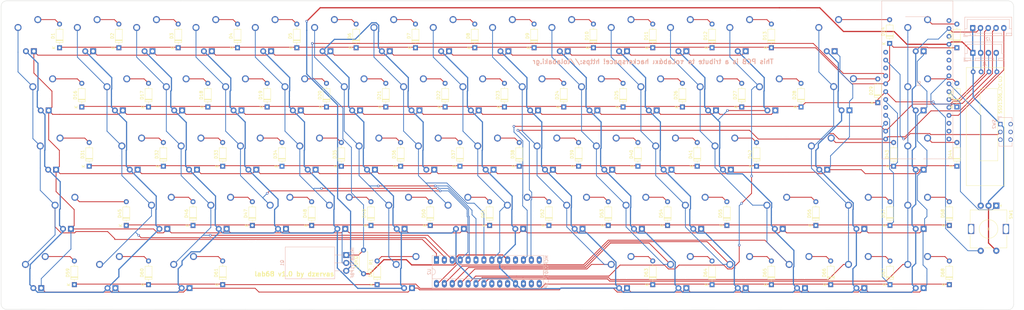
<source format=kicad_pcb>
(kicad_pcb (version 20171130) (host pcbnew 5.1.10)
  (layers (0 F.Cu signal) (31 B.Cu signal) (34 B.Paste user) (35 F.Paste user) (36 B.SilkS user) (37 F.SilkS user) (38 B.Mask user) (39 F.Mask user) (44 Edge.Cuts user))
  (net 0 "")
  (net 1 "Net-(D1-Pad2)")
  (net 2 ROW1)
  (net 3 "Net-(D2-Pad2)")
  (net 4 "Net-(D3-Pad2)")
  (net 5 "Net-(D4-Pad2)")
  (net 6 "Net-(D5-Pad2)")
  (net 7 "Net-(D6-Pad2)")
  (net 8 "Net-(D7-Pad2)")
  (net 9 "Net-(D8-Pad2)")
  (net 10 "Net-(D9-Pad2)")
  (net 11 "Net-(D10-Pad2)")
  (net 12 "Net-(D11-Pad2)")
  (net 13 "Net-(D12-Pad2)")
  (net 14 "Net-(D13-Pad2)")
  (net 15 "Net-(D14-Pad2)")
  (net 16 "Net-(D15-Pad2)")
  (net 17 ROW2)
  (net 18 "Net-(D16-Pad2)")
  (net 19 "Net-(D17-Pad2)")
  (net 20 "Net-(D18-Pad2)")
  (net 21 "Net-(D19-Pad2)")
  (net 22 "Net-(D20-Pad2)")
  (net 23 "Net-(D21-Pad2)")
  (net 24 "Net-(D22-Pad2)")
  (net 25 "Net-(D23-Pad2)")
  (net 26 "Net-(D24-Pad2)")
  (net 27 "Net-(D25-Pad2)")
  (net 28 "Net-(D26-Pad2)")
  (net 29 "Net-(D27-Pad2)")
  (net 30 "Net-(D28-Pad2)")
  (net 31 "Net-(D29-Pad2)")
  (net 32 "Net-(D30-Pad2)")
  (net 33 ROW3)
  (net 34 "Net-(D31-Pad2)")
  (net 35 "Net-(D32-Pad2)")
  (net 36 "Net-(D33-Pad2)")
  (net 37 "Net-(D34-Pad2)")
  (net 38 "Net-(D35-Pad2)")
  (net 39 "Net-(D36-Pad2)")
  (net 40 "Net-(D37-Pad2)")
  (net 41 "Net-(D38-Pad2)")
  (net 42 "Net-(D39-Pad2)")
  (net 43 "Net-(D40-Pad2)")
  (net 44 "Net-(D41-Pad2)")
  (net 45 "Net-(D42-Pad2)")
  (net 46 "Net-(D43-Pad2)")
  (net 47 "Net-(D44-Pad2)")
  (net 48 ROW4)
  (net 49 "Net-(D45-Pad2)")
  (net 50 "Net-(D46-Pad2)")
  (net 51 "Net-(D47-Pad2)")
  (net 52 "Net-(D48-Pad2)")
  (net 53 "Net-(D49-Pad2)")
  (net 54 "Net-(D50-Pad2)")
  (net 55 "Net-(D51-Pad2)")
  (net 56 "Net-(D52-Pad2)")
  (net 57 "Net-(D53-Pad2)")
  (net 58 "Net-(D54-Pad2)")
  (net 59 "Net-(D55-Pad2)")
  (net 60 "Net-(D56-Pad2)")
  (net 61 "Net-(D57-Pad2)")
  (net 62 "Net-(D58-Pad2)")
  (net 63 ROW5)
  (net 64 "Net-(D59-Pad2)")
  (net 65 "Net-(D60-Pad2)")
  (net 66 "Net-(D61-Pad2)")
  (net 67 "Net-(D62-Pad2)")
  (net 68 "Net-(D63-Pad2)")
  (net 69 "Net-(D64-Pad2)")
  (net 70 "Net-(D65-Pad2)")
  (net 71 "Net-(D66-Pad2)")
  (net 72 "Net-(D67-Pad2)")
  (net 73 COL9)
  (net 74 COL10)
  (net 75 COL11)
  (net 76 COL2)
  (net 77 COL3)
  (net 78 COL4)
  (net 79 COL5)
  (net 80 COL6)
  (net 81 COL7)
  (net 82 COL8)
  (net 83 COL12)
  (net 84 COL13)
  (net 85 COL14)
  (net 86 COL1)
  (net 87 COL15)
  (net 88 ENC_2)
  (net 89 GND)
  (net 90 ENC_1)
  (net 91 ENC_SW)
  (net 92 En)
  (net 93 SCL)
  (net 94 SDA)
  (net 95 "Net-(D68-Pad2)")
  (net 96 MOSI)
  (net 97 MISO)
  (net 98 SCLK)
  (net 99 LEDS)
  (net 100 LEDCTL)
  (net 101 +3V3)
  (module lab68:OLED (layer F.Cu) (at 338.33625 55.5625 270)
    (fp_text reference U3 (at 3.75 1.3 90) (layer F.SilkS))
    (fp_text value SSD1306_I2C (at 9.95 1.3 90) (layer F.SilkS))
    (pad 4 thru_hole circle (at 1.4 10.01 270) (size 1.524 1.524) (drill 0.762) (layers *.Cu *.Mask) (net 89 GND))
    (pad 3 thru_hole circle (at 1.4 7.47 270) (size 1.524 1.524) (drill 0.762) (layers *.Cu *.Mask) (net 101 +3V3))
    (pad 2 thru_hole circle (at 1.4 4.93 270) (size 1.524 1.524) (drill 0.762) (layers *.Cu *.Mask) (net 93 SCL))
    (pad 1 thru_hole circle (at 1.4 2.39 270) (size 1.524 1.524) (drill 0.762) (layers *.Cu *.Mask) (net 94 SDA))
  )
  (module Package_DIP:DIP-28_W7.62mm_Socket_LongPads (layer B.Cu) (at 155.96425 117.475 270)
    (fp_text reference U2 (at 3.81 2.33 90) (layer B.SilkS) (effects (justify mirror)))
    (fp_text value MCP23017_SP (at 3.81 -35.35 90) (layer B.SilkS) (effects (justify mirror)))
    (pad 28 thru_hole oval (at 7.62 0 270) (size 2.4 1.6) (drill 0.8) (layers *.Cu *.Mask) (net 83 COL12))
    (pad 14 thru_hole oval (at 0 -33.02 270) (size 2.4 1.6) (drill 0.8) (layers *.Cu *.Mask))
    (pad 27 thru_hole oval (at 7.62 -2.54 270) (size 2.4 1.6) (drill 0.8) (layers *.Cu *.Mask) (net 75 COL11))
    (pad 13 thru_hole oval (at 0 -30.48 270) (size 2.4 1.6) (drill 0.8) (layers *.Cu *.Mask) (net 94 SDA))
    (pad 26 thru_hole oval (at 7.62 -5.08 270) (size 2.4 1.6) (drill 0.8) (layers *.Cu *.Mask) (net 74 COL10))
    (pad 12 thru_hole oval (at 0 -27.94 270) (size 2.4 1.6) (drill 0.8) (layers *.Cu *.Mask) (net 93 SCL))
    (pad 25 thru_hole oval (at 7.62 -7.62 270) (size 2.4 1.6) (drill 0.8) (layers *.Cu *.Mask) (net 73 COL9))
    (pad 11 thru_hole oval (at 0 -25.4 270) (size 2.4 1.6) (drill 0.8) (layers *.Cu *.Mask))
    (pad 24 thru_hole oval (at 7.62 -10.16 270) (size 2.4 1.6) (drill 0.8) (layers *.Cu *.Mask) (net 84 COL13))
    (pad 10 thru_hole oval (at 0 -22.86 270) (size 2.4 1.6) (drill 0.8) (layers *.Cu *.Mask) (net 89 GND))
    (pad 23 thru_hole oval (at 7.62 -12.7 270) (size 2.4 1.6) (drill 0.8) (layers *.Cu *.Mask) (net 85 COL14))
    (pad 9 thru_hole oval (at 0 -20.32 270) (size 2.4 1.6) (drill 0.8) (layers *.Cu *.Mask) (net 101 +3V3))
    (pad 22 thru_hole oval (at 7.62 -15.24 270) (size 2.4 1.6) (drill 0.8) (layers *.Cu *.Mask) (net 87 COL15))
    (pad 8 thru_hole oval (at 0 -17.78 270) (size 2.4 1.6) (drill 0.8) (layers *.Cu *.Mask) (net 82 COL8))
    (pad 21 thru_hole oval (at 7.62 -17.78 270) (size 2.4 1.6) (drill 0.8) (layers *.Cu *.Mask))
    (pad 7 thru_hole oval (at 0 -15.24 270) (size 2.4 1.6) (drill 0.8) (layers *.Cu *.Mask) (net 81 COL7))
    (pad 20 thru_hole oval (at 7.62 -20.32 270) (size 2.4 1.6) (drill 0.8) (layers *.Cu *.Mask))
    (pad 6 thru_hole oval (at 0 -12.7 270) (size 2.4 1.6) (drill 0.8) (layers *.Cu *.Mask) (net 80 COL6))
    (pad 19 thru_hole oval (at 7.62 -22.86 270) (size 2.4 1.6) (drill 0.8) (layers *.Cu *.Mask))
    (pad 5 thru_hole oval (at 0 -10.16 270) (size 2.4 1.6) (drill 0.8) (layers *.Cu *.Mask) (net 79 COL5))
    (pad 18 thru_hole oval (at 7.62 -25.4 270) (size 2.4 1.6) (drill 0.8) (layers *.Cu *.Mask) (net 101 +3V3))
    (pad 4 thru_hole oval (at 0 -7.62 270) (size 2.4 1.6) (drill 0.8) (layers *.Cu *.Mask) (net 78 COL4))
    (pad 17 thru_hole oval (at 7.62 -27.94 270) (size 2.4 1.6) (drill 0.8) (layers *.Cu *.Mask))
    (pad 3 thru_hole oval (at 0 -5.08 270) (size 2.4 1.6) (drill 0.8) (layers *.Cu *.Mask) (net 77 COL3))
    (pad 16 thru_hole oval (at 7.62 -30.48 270) (size 2.4 1.6) (drill 0.8) (layers *.Cu *.Mask))
    (pad 2 thru_hole oval (at 0 -2.54 270) (size 2.4 1.6) (drill 0.8) (layers *.Cu *.Mask) (net 76 COL2))
    (pad 15 thru_hole oval (at 7.62 -33.02 270) (size 2.4 1.6) (drill 0.8) (layers *.Cu *.Mask))
    (pad 1 thru_hole rect (at 0 0 270) (size 2.4 1.6) (drill 0.8) (layers *.Cu *.Mask) (net 86 COL1))
  )
  (module Button_Switch_THT:SW_CuK_JS202011AQN_DPDT_Angled (layer B.Cu) (at 337.06625 73.78638 270)
    (fp_text reference SW2 (at 0 2 90) (layer B.SilkS) (effects (justify mirror)))
    (fp_text value SW_SPST)
    (pad 6 thru_hole circle (at 5 -3.3 270) (size 1.4 1.4) (drill 0.9) (layers *.Cu *.Mask))
    (pad 5 thru_hole circle (at 2.5 -3.3 270) (size 1.4 1.4) (drill 0.9) (layers *.Cu *.Mask))
    (pad 4 thru_hole circle (at 0 -3.3 270) (size 1.4 1.4) (drill 0.9) (layers *.Cu *.Mask))
    (pad 3 thru_hole circle (at 5 0 270) (size 1.4 1.4) (drill 0.9) (layers *.Cu *.Mask))
    (pad 2 thru_hole circle (at 2.5 0 270) (size 1.4 1.4) (drill 0.9) (layers *.Cu *.Mask) (net 92 En))
    (pad 1 thru_hole rect (at 0 0 270) (size 1.4 1.4) (drill 0.9) (layers *.Cu *.Mask) (net 89 GND))
  )
  (module MX_Only:MXOnly-1.5U (layer F.Cu) (at 287.3375 64.2563)
    (fp_text reference MX_\1)
    (fp_text value MX-LED)
    (pad "" np_thru_hole circle (at 5.08 0 48.0996) (size 1.75 1.75) (drill 1.75) (layers *.Cu *.Mask))
    (pad "" np_thru_hole circle (at -5.08 0 48.0996) (size 1.75 1.75) (drill 1.75) (layers *.Cu *.Mask))
    (pad 4 thru_hole rect (at 1.27 5.08) (size 1.905 1.905) (drill 1.04) (layers *.Cu B.Mask) (net 99 LEDS))
    (pad 3 thru_hole circle (at -1.27 5.08) (size 1.905 1.905) (drill 1.04) (layers *.Cu B.Mask) (net 101 +3V3))
    (pad 1 thru_hole circle (at -3.81 -2.54) (size 2.25 2.25) (drill 1.47) (layers *.Cu B.Mask) (net 85 COL14))
    (pad "" np_thru_hole circle (at 0 0) (size 3.9878 3.9878) (drill 3.9878) (layers *.Cu *.Mask))
    (pad 2 thru_hole circle (at 2.54 -5.08) (size 2.25 2.25) (drill 1.47) (layers *.Cu B.Mask) (net 31 "Net-(D29-Pad2)"))
  )
  (module MX_Only:MXOnly-6.25U-ReversedStabilizers (layer F.Cu) (at 146.84375 121.44375)
    (fp_text reference MX_SPC1)
    (fp_text value MX-LED)
    (pad "" np_thru_hole circle (at 49.9999 -8.255) (size 3.9878 3.9878) (drill 3.9878) (layers *.Cu *.Mask))
    (pad "" np_thru_hole circle (at -49.9999 -8.255) (size 3.9878 3.9878) (drill 3.9878) (layers *.Cu *.Mask))
    (pad "" np_thru_hole circle (at 49.9999 6.985) (size 3.048 3.048) (drill 3.048) (layers *.Cu *.Mask))
    (pad "" np_thru_hole circle (at -49.9999 6.985) (size 3.048 3.048) (drill 3.048) (layers *.Cu *.Mask))
    (pad "" np_thru_hole circle (at 5.08 0 48.0996) (size 1.75 1.75) (drill 1.75) (layers *.Cu *.Mask))
    (pad "" np_thru_hole circle (at -5.08 0 48.0996) (size 1.75 1.75) (drill 1.75) (layers *.Cu *.Mask))
    (pad 4 thru_hole rect (at 1.27 5.08) (size 1.905 1.905) (drill 1.04) (layers *.Cu B.Mask) (net 99 LEDS))
    (pad 3 thru_hole circle (at -1.27 5.08) (size 1.905 1.905) (drill 1.04) (layers *.Cu B.Mask) (net 101 +3V3))
    (pad 1 thru_hole circle (at -3.81 -2.54) (size 2.25 2.25) (drill 1.47) (layers *.Cu B.Mask) (net 80 COL6))
    (pad "" np_thru_hole circle (at 0 0) (size 3.9878 3.9878) (drill 3.9878) (layers *.Cu *.Mask))
    (pad 2 thru_hole circle (at 2.54 -5.08) (size 2.25 2.25) (drill 1.47) (layers *.Cu B.Mask) (net 67 "Net-(D62-Pad2)"))
  )
  (module lab68:Adafruit_Feather_32u4_Bluefruit_LE (layer B.Cu) (at 298.96625 34.13125 270)
    (fp_text reference U1 (at 26.67 -11.93 270) (layer B.SilkS) (effects (justify mirror)))
    (fp_text value Adafruit_Feather_32u4_Bluefruit_LE)
    (pad VBAT thru_hole circle (at 16.51 -1.27 270) (size 1.524 1.524) (drill 0.762) (layers *.Cu *.Mask))
    (pad En thru_hole circle (at 19.05 -1.27 270) (size 1.524 1.524) (drill 0.762) (layers *.Cu *.Mask) (net 92 En))
    (pad VBUS thru_hole circle (at 21.59 -1.27 270) (size 1.524 1.524) (drill 0.762) (layers *.Cu *.Mask))
    (pad 32 thru_hole circle (at 24.13 -1.27 270) (size 1.524 1.524) (drill 0.762) (layers *.Cu *.Mask) (net 100 LEDCTL))
    (pad 26 thru_hole circle (at 26.67 -1.27 270) (size 1.524 1.524) (drill 0.762) (layers *.Cu *.Mask) (net 2 ROW1))
    (pad 12 thru_hole circle (at 29.21 -1.27 270) (size 1.524 1.524) (drill 0.762) (layers *.Cu *.Mask) (net 17 ROW2))
    (pad 13 thru_hole circle (at 6.35 -21.59 270) (size 1.524 1.524) (drill 0.762) (layers *.Cu *.Mask))
    (pad 3V3 thru_hole circle (at 8.89 -21.59 270) (size 1.524 1.524) (drill 0.762) (layers *.Cu *.Mask) (net 101 +3V3))
    (pad 42 thru_hole circle (at 11.43 -21.59 270) (size 1.524 1.524) (drill 0.762) (layers *.Cu *.Mask))
    (pad GND thru_hole circle (at 13.97 -21.59 270) (size 1.524 1.524) (drill 0.762) (layers *.Cu *.Mask) (net 89 GND))
    (pad 36 thru_hole circle (at 16.51 -21.59 270) (size 1.524 1.524) (drill 0.762) (layers *.Cu *.Mask))
    (pad 37 thru_hole circle (at 19.05 -21.59 270) (size 1.524 1.524) (drill 0.762) (layers *.Cu *.Mask))
    (pad 38 thru_hole circle (at 21.59 -21.59 270) (size 1.524 1.524) (drill 0.762) (layers *.Cu *.Mask))
    (pad 39 thru_hole circle (at 24.13 -21.59 270) (size 1.524 1.524) (drill 0.762) (layers *.Cu *.Mask) (net 91 ENC_SW))
    (pad 40 thru_hole circle (at 26.67 -21.59 270) (size 1.524 1.524) (drill 0.762) (layers *.Cu *.Mask) (net 90 ENC_1))
    (pad 41 thru_hole circle (at 29.21 -21.59 270) (size 1.524 1.524) (drill 0.762) (layers *.Cu *.Mask) (net 88 ENC_2))
    (pad 9 thru_hole circle (at 31.75 -21.59 270) (size 1.524 1.524) (drill 0.762) (layers *.Cu *.Mask) (net 98 SCLK))
    (pad 10 thru_hole circle (at 34.29 -21.59 270) (size 1.524 1.524) (drill 0.762) (layers *.Cu *.Mask) (net 96 MOSI))
    (pad 11 thru_hole circle (at 36.83 -21.59 270) (size 1.524 1.524) (drill 0.762) (layers *.Cu *.Mask) (net 97 MISO))
    (pad 20 thru_hole circle (at 39.37 -21.59 270) (size 1.524 1.524) (drill 0.762) (layers *.Cu *.Mask))
    (pad 21 thru_hole circle (at 41.91 -21.59 270) (size 1.524 1.524) (drill 0.762) (layers *.Cu *.Mask))
    (pad DFU thru_hole circle (at 44.45 -21.59 270) (size 1.524 1.524) (drill 0.762) (layers *.Cu *.Mask))
    (pad 19 thru_hole circle (at 44.45 -1.27 270) (size 1.524 1.524) (drill 0.762) (layers *.Cu *.Mask) (net 94 SDA))
    (pad 18 thru_hole circle (at 41.91 -1.27 270) (size 1.524 1.524) (drill 0.762) (layers *.Cu *.Mask) (net 93 SCL))
    (pad 31 thru_hole circle (at 39.37 -1.27 270) (size 1.524 1.524) (drill 0.762) (layers *.Cu *.Mask) (net 63 ROW5))
    (pad 27 thru_hole circle (at 36.83 -1.27 270) (size 1.524 1.524) (drill 0.762) (layers *.Cu *.Mask) (net 48 ROW4))
    (pad 29 thru_hole circle (at 34.29 -1.27 270) (size 1.524 1.524) (drill 0.762) (layers *.Cu *.Mask))
    (pad 30 thru_hole circle (at 31.75 -1.27 270) (size 1.524 1.524) (drill 0.762) (layers *.Cu *.Mask) (net 33 ROW3))
  )
  (module MX_Only:MXOnly-1U (layer F.Cu) (at 201.6125 102.39375)
    (fp_text reference MX_,1)
    (fp_text value MX-LED)
    (pad "" np_thru_hole circle (at 5.08 0 48.0996) (size 1.75 1.75) (drill 1.75) (layers *.Cu *.Mask))
    (pad "" np_thru_hole circle (at -5.08 0 48.0996) (size 1.75 1.75) (drill 1.75) (layers *.Cu *.Mask))
    (pad 4 thru_hole rect (at 1.27 5.08) (size 1.905 1.905) (drill 1.04) (layers *.Cu B.Mask) (net 99 LEDS))
    (pad 3 thru_hole circle (at -1.27 5.08) (size 1.905 1.905) (drill 1.04) (layers *.Cu B.Mask) (net 101 +3V3))
    (pad 1 thru_hole circle (at -3.81 -2.54) (size 2.25 2.25) (drill 1.47) (layers *.Cu B.Mask) (net 73 COL9))
    (pad "" np_thru_hole circle (at 0 0) (size 3.9878 3.9878) (drill 3.9878) (layers *.Cu *.Mask))
    (pad 2 thru_hole circle (at 2.54 -5.08) (size 2.25 2.25) (drill 1.47) (layers *.Cu B.Mask) (net 57 "Net-(D53-Pad2)"))
  )
  (module Resistor_THT:R_Axial_DIN0207_L6.3mm_D2.5mm_P7.62mm_Horizontal (layer F.Cu) (at 132.55625 114.3 270)
    (fp_text reference R1 (at 3.81 -2.37 90) (layer F.SilkS))
    (fp_text value 10KΩ (at 3.81 2.37 90) (layer F.SilkS))
    (pad 2 thru_hole oval (at 7.62 0 270) (size 1.6 1.6) (drill 0.8) (layers *.Cu *.Mask) (net 89 GND))
    (pad 1 thru_hole circle (at 0 0 270) (size 1.6 1.6) (drill 0.8) (layers *.Cu *.Mask) (net 100 LEDCTL))
  )
  (module Package_TO_SOT_THT:TO-220-3_Horizontal_TabDown (layer B.Cu) (at 127 115.8875 270)
    (fp_text reference Q1 (at 2.54 20.58 90) (layer B.SilkS) (effects (justify mirror)))
    (fp_text value IRLB8721PBF (at 2.54 -2 90) (layer B.SilkS) (effects (justify mirror)))
    (pad 3 thru_hole oval (at 5.08 0 270) (size 1.905 2) (drill 1.1) (layers *.Cu *.Mask) (net 89 GND))
    (pad 2 thru_hole oval (at 2.54 0 270) (size 1.905 2) (drill 1.1) (layers *.Cu *.Mask) (net 99 LEDS))
    (pad 1 thru_hole rect (at 0 0 270) (size 1.905 2) (drill 1.1) (layers *.Cu *.Mask) (net 100 LEDCTL))
    (pad "" np_thru_hole oval (at 2.54 16.66 270) (size 3.5 3.5) (drill 3.5) (layers *.Cu *.Mask))
  )
  (module MX_Only:MXOnly-1U (layer F.Cu) (at 163.5125 102.39375)
    (fp_text reference MX_N1)
    (fp_text value MX-LED)
    (pad "" np_thru_hole circle (at 5.08 0 48.0996) (size 1.75 1.75) (drill 1.75) (layers *.Cu *.Mask))
    (pad "" np_thru_hole circle (at -5.08 0 48.0996) (size 1.75 1.75) (drill 1.75) (layers *.Cu *.Mask))
    (pad 4 thru_hole rect (at 1.27 5.08) (size 1.905 1.905) (drill 1.04) (layers *.Cu B.Mask) (net 99 LEDS))
    (pad 3 thru_hole circle (at -1.27 5.08) (size 1.905 1.905) (drill 1.04) (layers *.Cu B.Mask) (net 101 +3V3))
    (pad 1 thru_hole circle (at -3.81 -2.54) (size 2.25 2.25) (drill 1.47) (layers *.Cu B.Mask) (net 81 COL7))
    (pad "" np_thru_hole circle (at 0 0) (size 3.9878 3.9878) (drill 3.9878) (layers *.Cu *.Mask))
    (pad 2 thru_hole circle (at 2.54 -5.08) (size 2.25 2.25) (drill 1.47) (layers *.Cu B.Mask) (net 55 "Net-(D51-Pad2)"))
  )
  (module Connector_JST:JST_XH_B5B-XH-A_1x05_P2.50mm_Vertical (layer B.Cu) (at 328.17625 42.8625)
    (fp_text reference J2 (at 5 3.55) (layer B.SilkS) (effects (justify mirror)))
    (fp_text value Conn_SPI)
    (pad 5 thru_hole oval (at 10 0) (size 1.7 1.95) (drill 0.95) (layers *.Cu *.Mask) (net 97 MISO))
    (pad 4 thru_hole oval (at 7.5 0) (size 1.7 1.95) (drill 0.95) (layers *.Cu *.Mask) (net 96 MOSI))
    (pad 3 thru_hole oval (at 5 0) (size 1.7 1.95) (drill 0.95) (layers *.Cu *.Mask) (net 98 SCLK))
    (pad 2 thru_hole oval (at 2.5 0) (size 1.7 1.95) (drill 0.95) (layers *.Cu *.Mask) (net 101 +3V3))
    (pad 1 thru_hole roundrect (at 0 0) (size 1.7 1.95) (drill 0.95) (layers *.Cu *.Mask) (roundrect_rratio 0.147059) (net 89 GND))
  )
  (module Connector_JST:JST_XH_B4B-XH-A_1x04_P2.50mm_Vertical (layer B.Cu) (at 328.23213 50.86034)
    (fp_text reference J1 (at 3.75 3.55) (layer B.SilkS) (effects (justify mirror)))
    (fp_text value Conn_I2C)
    (pad 4 thru_hole oval (at 7.5 0) (size 1.7 1.95) (drill 0.95) (layers *.Cu *.Mask) (net 94 SDA))
    (pad 3 thru_hole oval (at 5 0) (size 1.7 1.95) (drill 0.95) (layers *.Cu *.Mask) (net 93 SCL))
    (pad 2 thru_hole oval (at 2.5 0) (size 1.7 1.95) (drill 0.95) (layers *.Cu *.Mask) (net 101 +3V3))
    (pad 1 thru_hole roundrect (at 0 0) (size 1.7 1.95) (drill 0.95) (layers *.Cu *.Mask) (roundrect_rratio 0.147059) (net 89 GND))
  )
  (module MX_Only:MXOnly-1U (layer F.Cu) (at 254 121.44375)
    (fp_text reference MX_RCTRL1)
    (fp_text value MX-LED)
    (pad "" np_thru_hole circle (at 5.08 0 48.0996) (size 1.75 1.75) (drill 1.75) (layers *.Cu *.Mask))
    (pad "" np_thru_hole circle (at -5.08 0 48.0996) (size 1.75 1.75) (drill 1.75) (layers *.Cu *.Mask))
    (pad 4 thru_hole rect (at 1.27 5.08) (size 1.905 1.905) (drill 1.04) (layers *.Cu B.Mask) (net 99 LEDS))
    (pad 3 thru_hole circle (at -1.27 5.08) (size 1.905 1.905) (drill 1.04) (layers *.Cu B.Mask) (net 101 +3V3))
    (pad 1 thru_hole circle (at -3.81 -2.54) (size 2.25 2.25) (drill 1.47) (layers *.Cu B.Mask) (net 75 COL11))
    (pad "" np_thru_hole circle (at 0 0) (size 3.9878 3.9878) (drill 3.9878) (layers *.Cu *.Mask))
    (pad 2 thru_hole circle (at 2.54 -5.08) (size 2.25 2.25) (drill 1.47) (layers *.Cu B.Mask) (net 70 "Net-(D65-Pad2)"))
  )
  (module Rotary_Encoder:RotaryEncoder_Alps_EC11E-Switch_Vertical_H20mm (layer F.Cu) (at 335.75625 100.0125 270)
    (fp_text reference SW1 (at 2.8 -4.7 90) (layer F.SilkS))
    (fp_text value Rotary_Encoder_Switch)
    (pad A thru_hole rect (at 0 0 270) (size 2 2) (drill 1) (layers *.Cu *.Mask) (net 88 ENC_2))
    (pad C thru_hole circle (at 0 2.5 270) (size 2 2) (drill 1) (layers *.Cu *.Mask) (net 89 GND))
    (pad B thru_hole circle (at 0 5 270) (size 2 2) (drill 1) (layers *.Cu *.Mask) (net 90 ENC_1))
    (pad MP thru_hole rect (at 7.5 -3.1 270) (size 3.2 2) (drill oval 2.8 1.5) (layers *.Cu *.Mask))
    (pad MP thru_hole rect (at 7.5 8.1 270) (size 3.2 2) (drill oval 2.8 1.5) (layers *.Cu *.Mask))
    (pad S2 thru_hole circle (at 14.5 0 270) (size 2 2) (drill 1) (layers *.Cu *.Mask) (net 89 GND))
    (pad S1 thru_hole circle (at 14.5 5 270) (size 2 2) (drill 1) (layers *.Cu *.Mask) (net 91 ENC_SW))
  )
  (module MX_Only:MXOnly-1U (layer F.Cu) (at 311.15 45.24375)
    (fp_text reference MX_DEL1)
    (fp_text value MX-LED)
    (pad "" np_thru_hole circle (at 5.08 0 48.0996) (size 1.75 1.75) (drill 1.75) (layers *.Cu *.Mask))
    (pad "" np_thru_hole circle (at -5.08 0 48.0996) (size 1.75 1.75) (drill 1.75) (layers *.Cu *.Mask))
    (pad 4 thru_hole rect (at 1.27 5.08) (size 1.905 1.905) (drill 1.04) (layers *.Cu B.Mask) (net 99 LEDS))
    (pad 3 thru_hole circle (at -1.27 5.08) (size 1.905 1.905) (drill 1.04) (layers *.Cu B.Mask) (net 101 +3V3))
    (pad 1 thru_hole circle (at -3.81 -2.54) (size 2.25 2.25) (drill 1.47) (layers *.Cu B.Mask) (net 87 COL15))
    (pad "" np_thru_hole circle (at 0 0) (size 3.9878 3.9878) (drill 3.9878) (layers *.Cu *.Mask))
    (pad 2 thru_hole circle (at 2.54 -5.08) (size 2.25 2.25) (drill 1.47) (layers *.Cu B.Mask) (net 16 "Net-(D15-Pad2)"))
  )
  (module Diode_THT:D_DO-35_SOD27_P7.62mm_Horizontal (layer F.Cu) (at 323.09625 49.2125 90)
    (fp_text reference D15 (at 3.81 -2.12 90) (layer F.SilkS))
    (fp_text value D_Small)
    (fp_text user K (at 0 -1.8 90) (layer F.SilkS))
    (pad 2 thru_hole oval (at 7.62 0 90) (size 1.6 1.6) (drill 0.8) (layers *.Cu *.Mask) (net 16 "Net-(D15-Pad2)"))
    (pad 1 thru_hole rect (at 0 0 90) (size 1.6 1.6) (drill 0.8) (layers *.Cu *.Mask) (net 2 ROW1))
  )
  (module MX_Only:MXOnly-1U (layer F.Cu) (at 68.2625 102.39375)
    (fp_text reference MX_Z1)
    (fp_text value MX-LED)
    (pad "" np_thru_hole circle (at 5.08 0 48.0996) (size 1.75 1.75) (drill 1.75) (layers *.Cu *.Mask))
    (pad "" np_thru_hole circle (at -5.08 0 48.0996) (size 1.75 1.75) (drill 1.75) (layers *.Cu *.Mask))
    (pad 4 thru_hole rect (at 1.27 5.08) (size 1.905 1.905) (drill 1.04) (layers *.Cu B.Mask) (net 99 LEDS))
    (pad 3 thru_hole circle (at -1.27 5.08) (size 1.905 1.905) (drill 1.04) (layers *.Cu B.Mask) (net 101 +3V3))
    (pad 1 thru_hole circle (at -3.81 -2.54) (size 2.25 2.25) (drill 1.47) (layers *.Cu B.Mask) (net 76 COL2))
    (pad "" np_thru_hole circle (at 0 0) (size 3.9878 3.9878) (drill 3.9878) (layers *.Cu *.Mask))
    (pad 2 thru_hole circle (at 2.54 -5.08) (size 2.25 2.25) (drill 1.47) (layers *.Cu B.Mask) (net 50 "Net-(D46-Pad2)"))
  )
  (module MX_Only:MXOnly-1U (layer F.Cu) (at 149.225 64.29375)
    (fp_text reference MX_Y1)
    (fp_text value MX-LED)
    (pad "" np_thru_hole circle (at 5.08 0 48.0996) (size 1.75 1.75) (drill 1.75) (layers *.Cu *.Mask))
    (pad "" np_thru_hole circle (at -5.08 0 48.0996) (size 1.75 1.75) (drill 1.75) (layers *.Cu *.Mask))
    (pad 4 thru_hole rect (at 1.27 5.08) (size 1.905 1.905) (drill 1.04) (layers *.Cu B.Mask) (net 99 LEDS))
    (pad 3 thru_hole circle (at -1.27 5.08) (size 1.905 1.905) (drill 1.04) (layers *.Cu B.Mask) (net 101 +3V3))
    (pad 1 thru_hole circle (at -3.81 -2.54) (size 2.25 2.25) (drill 1.47) (layers *.Cu B.Mask) (net 81 COL7))
    (pad "" np_thru_hole circle (at 0 0) (size 3.9878 3.9878) (drill 3.9878) (layers *.Cu *.Mask))
    (pad 2 thru_hole circle (at 2.54 -5.08) (size 2.25 2.25) (drill 1.47) (layers *.Cu B.Mask) (net 24 "Net-(D22-Pad2)"))
  )
  (module MX_Only:MXOnly-1U (layer F.Cu) (at 87.3125 102.39375)
    (fp_text reference MX_X1)
    (fp_text value MX-LED)
    (pad "" np_thru_hole circle (at 5.08 0 48.0996) (size 1.75 1.75) (drill 1.75) (layers *.Cu *.Mask))
    (pad "" np_thru_hole circle (at -5.08 0 48.0996) (size 1.75 1.75) (drill 1.75) (layers *.Cu *.Mask))
    (pad 4 thru_hole rect (at 1.27 5.08) (size 1.905 1.905) (drill 1.04) (layers *.Cu B.Mask) (net 99 LEDS))
    (pad 3 thru_hole circle (at -1.27 5.08) (size 1.905 1.905) (drill 1.04) (layers *.Cu B.Mask) (net 101 +3V3))
    (pad 1 thru_hole circle (at -3.81 -2.54) (size 2.25 2.25) (drill 1.47) (layers *.Cu B.Mask) (net 77 COL3))
    (pad "" np_thru_hole circle (at 0 0) (size 3.9878 3.9878) (drill 3.9878) (layers *.Cu *.Mask))
    (pad 2 thru_hole circle (at 2.54 -5.08) (size 2.25 2.25) (drill 1.47) (layers *.Cu B.Mask) (net 51 "Net-(D47-Pad2)"))
  )
  (module MX_Only:MXOnly-1.25U (layer F.Cu) (at 51.59375 121.44375)
    (fp_text reference MX_WIN1)
    (fp_text value MX-LED)
    (pad "" np_thru_hole circle (at 5.08 0 48.0996) (size 1.75 1.75) (drill 1.75) (layers *.Cu *.Mask))
    (pad "" np_thru_hole circle (at -5.08 0 48.0996) (size 1.75 1.75) (drill 1.75) (layers *.Cu *.Mask))
    (pad 4 thru_hole rect (at 1.27 5.08) (size 1.905 1.905) (drill 1.04) (layers *.Cu B.Mask) (net 99 LEDS))
    (pad 3 thru_hole circle (at -1.27 5.08) (size 1.905 1.905) (drill 1.04) (layers *.Cu B.Mask) (net 101 +3V3))
    (pad 1 thru_hole circle (at -3.81 -2.54) (size 2.25 2.25) (drill 1.47) (layers *.Cu B.Mask) (net 76 COL2))
    (pad "" np_thru_hole circle (at 0 0) (size 3.9878 3.9878) (drill 3.9878) (layers *.Cu *.Mask))
    (pad 2 thru_hole circle (at 2.54 -5.08) (size 2.25 2.25) (drill 1.47) (layers *.Cu B.Mask) (net 65 "Net-(D60-Pad2)"))
  )
  (module MX_Only:MXOnly-1U (layer F.Cu) (at 73.025 64.29375)
    (fp_text reference MX_W1)
    (fp_text value MX-LED)
    (pad "" np_thru_hole circle (at 5.08 0 48.0996) (size 1.75 1.75) (drill 1.75) (layers *.Cu *.Mask))
    (pad "" np_thru_hole circle (at -5.08 0 48.0996) (size 1.75 1.75) (drill 1.75) (layers *.Cu *.Mask))
    (pad 4 thru_hole rect (at 1.27 5.08) (size 1.905 1.905) (drill 1.04) (layers *.Cu B.Mask) (net 99 LEDS))
    (pad 3 thru_hole circle (at -1.27 5.08) (size 1.905 1.905) (drill 1.04) (layers *.Cu B.Mask) (net 101 +3V3))
    (pad 1 thru_hole circle (at -3.81 -2.54) (size 2.25 2.25) (drill 1.47) (layers *.Cu B.Mask) (net 77 COL3))
    (pad "" np_thru_hole circle (at 0 0) (size 3.9878 3.9878) (drill 3.9878) (layers *.Cu *.Mask))
    (pad 2 thru_hole circle (at 2.54 -5.08) (size 2.25 2.25) (drill 1.47) (layers *.Cu B.Mask) (net 20 "Net-(D18-Pad2)"))
  )
  (module MX_Only:MXOnly-1U (layer F.Cu) (at 125.4125 102.39375)
    (fp_text reference MX_V1)
    (fp_text value MX-LED)
    (pad "" np_thru_hole circle (at 5.08 0 48.0996) (size 1.75 1.75) (drill 1.75) (layers *.Cu *.Mask))
    (pad "" np_thru_hole circle (at -5.08 0 48.0996) (size 1.75 1.75) (drill 1.75) (layers *.Cu *.Mask))
    (pad 4 thru_hole rect (at 1.27 5.08) (size 1.905 1.905) (drill 1.04) (layers *.Cu B.Mask) (net 99 LEDS))
    (pad 3 thru_hole circle (at -1.27 5.08) (size 1.905 1.905) (drill 1.04) (layers *.Cu B.Mask) (net 101 +3V3))
    (pad 1 thru_hole circle (at -3.81 -2.54) (size 2.25 2.25) (drill 1.47) (layers *.Cu B.Mask) (net 79 COL5))
    (pad "" np_thru_hole circle (at 0 0) (size 3.9878 3.9878) (drill 3.9878) (layers *.Cu *.Mask))
    (pad 2 thru_hole circle (at 2.54 -5.08) (size 2.25 2.25) (drill 1.47) (layers *.Cu B.Mask) (net 53 "Net-(D49-Pad2)"))
  )
  (module MX_Only:MXOnly-1U (layer F.Cu) (at 292.1 102.39375)
    (fp_text reference MX_UP1)
    (fp_text value MX-LED)
    (pad "" np_thru_hole circle (at 5.08 0 48.0996) (size 1.75 1.75) (drill 1.75) (layers *.Cu *.Mask))
    (pad "" np_thru_hole circle (at -5.08 0 48.0996) (size 1.75 1.75) (drill 1.75) (layers *.Cu *.Mask))
    (pad 4 thru_hole rect (at 1.27 5.08) (size 1.905 1.905) (drill 1.04) (layers *.Cu B.Mask) (net 99 LEDS))
    (pad 3 thru_hole circle (at -1.27 5.08) (size 1.905 1.905) (drill 1.04) (layers *.Cu B.Mask) (net 101 +3V3))
    (pad 1 thru_hole circle (at -3.81 -2.54) (size 2.25 2.25) (drill 1.47) (layers *.Cu B.Mask) (net 85 COL14))
    (pad "" np_thru_hole circle (at 0 0) (size 3.9878 3.9878) (drill 3.9878) (layers *.Cu *.Mask))
    (pad 2 thru_hole circle (at 2.54 -5.08) (size 2.25 2.25) (drill 1.47) (layers *.Cu B.Mask) (net 61 "Net-(D57-Pad2)"))
  )
  (module MX_Only:MXOnly-1U (layer F.Cu) (at 168.275 64.29375)
    (fp_text reference MX_U1)
    (fp_text value MX-LED)
    (pad "" np_thru_hole circle (at 5.08 0 48.0996) (size 1.75 1.75) (drill 1.75) (layers *.Cu *.Mask))
    (pad "" np_thru_hole circle (at -5.08 0 48.0996) (size 1.75 1.75) (drill 1.75) (layers *.Cu *.Mask))
    (pad 4 thru_hole rect (at 1.27 5.08) (size 1.905 1.905) (drill 1.04) (layers *.Cu B.Mask) (net 99 LEDS))
    (pad 3 thru_hole circle (at -1.27 5.08) (size 1.905 1.905) (drill 1.04) (layers *.Cu B.Mask) (net 101 +3V3))
    (pad 1 thru_hole circle (at -3.81 -2.54) (size 2.25 2.25) (drill 1.47) (layers *.Cu B.Mask) (net 82 COL8))
    (pad "" np_thru_hole circle (at 0 0) (size 3.9878 3.9878) (drill 3.9878) (layers *.Cu *.Mask))
    (pad 2 thru_hole circle (at 2.54 -5.08) (size 2.25 2.25) (drill 1.47) (layers *.Cu B.Mask) (net 25 "Net-(D23-Pad2)"))
  )
  (module MX_Only:MXOnly-1.5U (layer F.Cu) (at 30.1625 64.29375)
    (fp_text reference MX_TAB1)
    (fp_text value MX-LED)
    (pad "" np_thru_hole circle (at 5.08 0 48.0996) (size 1.75 1.75) (drill 1.75) (layers *.Cu *.Mask))
    (pad "" np_thru_hole circle (at -5.08 0 48.0996) (size 1.75 1.75) (drill 1.75) (layers *.Cu *.Mask))
    (pad 4 thru_hole rect (at 1.27 5.08) (size 1.905 1.905) (drill 1.04) (layers *.Cu B.Mask) (net 99 LEDS))
    (pad 3 thru_hole circle (at -1.27 5.08) (size 1.905 1.905) (drill 1.04) (layers *.Cu B.Mask) (net 101 +3V3))
    (pad 1 thru_hole circle (at -3.81 -2.54) (size 2.25 2.25) (drill 1.47) (layers *.Cu B.Mask) (net 86 COL1))
    (pad "" np_thru_hole circle (at 0 0) (size 3.9878 3.9878) (drill 3.9878) (layers *.Cu *.Mask))
    (pad 2 thru_hole circle (at 2.54 -5.08) (size 2.25 2.25) (drill 1.47) (layers *.Cu B.Mask) (net 18 "Net-(D16-Pad2)"))
  )
  (module MX_Only:MXOnly-1U (layer F.Cu) (at 130.175 64.29375)
    (fp_text reference MX_T1)
    (fp_text value MX-LED)
    (pad "" np_thru_hole circle (at 5.08 0 48.0996) (size 1.75 1.75) (drill 1.75) (layers *.Cu *.Mask))
    (pad "" np_thru_hole circle (at -5.08 0 48.0996) (size 1.75 1.75) (drill 1.75) (layers *.Cu *.Mask))
    (pad 4 thru_hole rect (at 1.27 5.08) (size 1.905 1.905) (drill 1.04) (layers *.Cu B.Mask) (net 99 LEDS))
    (pad 3 thru_hole circle (at -1.27 5.08) (size 1.905 1.905) (drill 1.04) (layers *.Cu B.Mask) (net 101 +3V3))
    (pad 1 thru_hole circle (at -3.81 -2.54) (size 2.25 2.25) (drill 1.47) (layers *.Cu B.Mask) (net 80 COL6))
    (pad "" np_thru_hole circle (at 0 0) (size 3.9878 3.9878) (drill 3.9878) (layers *.Cu *.Mask))
    (pad 2 thru_hole circle (at 2.54 -5.08) (size 2.25 2.25) (drill 1.47) (layers *.Cu B.Mask) (net 23 "Net-(D21-Pad2)"))
  )
  (module MX_Only:MXOnly-1U (layer F.Cu) (at 77.7875 83.34375)
    (fp_text reference MX_S1)
    (fp_text value MX-LED)
    (pad "" np_thru_hole circle (at 5.08 0 48.0996) (size 1.75 1.75) (drill 1.75) (layers *.Cu *.Mask))
    (pad "" np_thru_hole circle (at -5.08 0 48.0996) (size 1.75 1.75) (drill 1.75) (layers *.Cu *.Mask))
    (pad 4 thru_hole rect (at 1.27 5.08) (size 1.905 1.905) (drill 1.04) (layers *.Cu B.Mask) (net 99 LEDS))
    (pad 3 thru_hole circle (at -1.27 5.08) (size 1.905 1.905) (drill 1.04) (layers *.Cu B.Mask) (net 101 +3V3))
    (pad 1 thru_hole circle (at -3.81 -2.54) (size 2.25 2.25) (drill 1.47) (layers *.Cu B.Mask) (net 77 COL3))
    (pad "" np_thru_hole circle (at 0 0) (size 3.9878 3.9878) (drill 3.9878) (layers *.Cu *.Mask))
    (pad 2 thru_hole circle (at 2.54 -5.08) (size 2.25 2.25) (drill 1.47) (layers *.Cu B.Mask) (net 36 "Net-(D33-Pad2)"))
  )
  (module MX_Only:MXOnly-1.75U (layer F.Cu) (at 265.90625 102.39375)
    (fp_text reference MX_RSHIFT1)
    (fp_text value MX-LED)
    (pad "" np_thru_hole circle (at 5.08 0 48.0996) (size 1.75 1.75) (drill 1.75) (layers *.Cu *.Mask))
    (pad "" np_thru_hole circle (at -5.08 0 48.0996) (size 1.75 1.75) (drill 1.75) (layers *.Cu *.Mask))
    (pad 4 thru_hole rect (at 1.27 5.08) (size 1.905 1.905) (drill 1.04) (layers *.Cu B.Mask) (net 99 LEDS))
    (pad 3 thru_hole circle (at -1.27 5.08) (size 1.905 1.905) (drill 1.04) (layers *.Cu B.Mask) (net 101 +3V3))
    (pad 1 thru_hole circle (at -3.81 -2.54) (size 2.25 2.25) (drill 1.47) (layers *.Cu B.Mask) (net 83 COL12))
    (pad "" np_thru_hole circle (at 0 0) (size 3.9878 3.9878) (drill 3.9878) (layers *.Cu *.Mask))
    (pad 2 thru_hole circle (at 2.54 -5.08) (size 2.25 2.25) (drill 1.47) (layers *.Cu B.Mask) (net 60 "Net-(D56-Pad2)"))
  )
  (module MX_Only:MXOnly-1U (layer F.Cu) (at 311.15 121.44375)
    (fp_text reference MX_RIGHT1)
    (fp_text value MX-LED)
    (pad "" np_thru_hole circle (at 5.08 0 48.0996) (size 1.75 1.75) (drill 1.75) (layers *.Cu *.Mask))
    (pad "" np_thru_hole circle (at -5.08 0 48.0996) (size 1.75 1.75) (drill 1.75) (layers *.Cu *.Mask))
    (pad 4 thru_hole rect (at 1.27 5.08) (size 1.905 1.905) (drill 1.04) (layers *.Cu B.Mask) (net 99 LEDS))
    (pad 3 thru_hole circle (at -1.27 5.08) (size 1.905 1.905) (drill 1.04) (layers *.Cu B.Mask) (net 101 +3V3))
    (pad 1 thru_hole circle (at -3.81 -2.54) (size 2.25 2.25) (drill 1.47) (layers *.Cu B.Mask) (net 87 COL15))
    (pad "" np_thru_hole circle (at 0 0) (size 3.9878 3.9878) (drill 3.9878) (layers *.Cu *.Mask))
    (pad 2 thru_hole circle (at 2.54 -5.08) (size 2.25 2.25) (drill 1.47) (layers *.Cu B.Mask) (net 95 "Net-(D68-Pad2)"))
  )
  (module MX_Only:MXOnly-1U (layer F.Cu) (at 215.9 121.44375)
    (fp_text reference MX_RALT1)
    (fp_text value MX-LED)
    (pad "" np_thru_hole circle (at 5.08 0 48.0996) (size 1.75 1.75) (drill 1.75) (layers *.Cu *.Mask))
    (pad "" np_thru_hole circle (at -5.08 0 48.0996) (size 1.75 1.75) (drill 1.75) (layers *.Cu *.Mask))
    (pad 4 thru_hole rect (at 1.27 5.08) (size 1.905 1.905) (drill 1.04) (layers *.Cu B.Mask) (net 99 LEDS))
    (pad 3 thru_hole circle (at -1.27 5.08) (size 1.905 1.905) (drill 1.04) (layers *.Cu B.Mask) (net 101 +3V3))
    (pad 1 thru_hole circle (at -3.81 -2.54) (size 2.25 2.25) (drill 1.47) (layers *.Cu B.Mask) (net 73 COL9))
    (pad "" np_thru_hole circle (at 0 0) (size 3.9878 3.9878) (drill 3.9878) (layers *.Cu *.Mask))
    (pad 2 thru_hole circle (at 2.54 -5.08) (size 2.25 2.25) (drill 1.47) (layers *.Cu B.Mask) (net 68 "Net-(D63-Pad2)"))
  )
  (module MX_Only:MXOnly-1U (layer F.Cu) (at 111.125 64.29375)
    (fp_text reference MX_R1)
    (fp_text value MX-LED)
    (pad "" np_thru_hole circle (at 5.08 0 48.0996) (size 1.75 1.75) (drill 1.75) (layers *.Cu *.Mask))
    (pad "" np_thru_hole circle (at -5.08 0 48.0996) (size 1.75 1.75) (drill 1.75) (layers *.Cu *.Mask))
    (pad 4 thru_hole rect (at 1.27 5.08) (size 1.905 1.905) (drill 1.04) (layers *.Cu B.Mask) (net 99 LEDS))
    (pad 3 thru_hole circle (at -1.27 5.08) (size 1.905 1.905) (drill 1.04) (layers *.Cu B.Mask) (net 101 +3V3))
    (pad 1 thru_hole circle (at -3.81 -2.54) (size 2.25 2.25) (drill 1.47) (layers *.Cu B.Mask) (net 79 COL5))
    (pad "" np_thru_hole circle (at 0 0) (size 3.9878 3.9878) (drill 3.9878) (layers *.Cu *.Mask))
    (pad 2 thru_hole circle (at 2.54 -5.08) (size 2.25 2.25) (drill 1.47) (layers *.Cu B.Mask) (net 22 "Net-(D20-Pad2)"))
  )
  (module MX_Only:MXOnly-1U (layer F.Cu) (at 53.975 64.29375)
    (fp_text reference MX_Q1)
    (fp_text value MX-LED)
    (pad "" np_thru_hole circle (at 5.08 0 48.0996) (size 1.75 1.75) (drill 1.75) (layers *.Cu *.Mask))
    (pad "" np_thru_hole circle (at -5.08 0 48.0996) (size 1.75 1.75) (drill 1.75) (layers *.Cu *.Mask))
    (pad 4 thru_hole rect (at 1.27 5.08) (size 1.905 1.905) (drill 1.04) (layers *.Cu B.Mask) (net 99 LEDS))
    (pad 3 thru_hole circle (at -1.27 5.08) (size 1.905 1.905) (drill 1.04) (layers *.Cu B.Mask) (net 101 +3V3))
    (pad 1 thru_hole circle (at -3.81 -2.54) (size 2.25 2.25) (drill 1.47) (layers *.Cu B.Mask) (net 76 COL2))
    (pad "" np_thru_hole circle (at 0 0) (size 3.9878 3.9878) (drill 3.9878) (layers *.Cu *.Mask))
    (pad 2 thru_hole circle (at 2.54 -5.08) (size 2.25 2.25) (drill 1.47) (layers *.Cu B.Mask) (net 19 "Net-(D17-Pad2)"))
  )
  (module MX_Only:MXOnly-1U (layer F.Cu) (at 225.425 64.29375)
    (fp_text reference MX_P1)
    (fp_text value MX-LED)
    (pad "" np_thru_hole circle (at 5.08 0 48.0996) (size 1.75 1.75) (drill 1.75) (layers *.Cu *.Mask))
    (pad "" np_thru_hole circle (at -5.08 0 48.0996) (size 1.75 1.75) (drill 1.75) (layers *.Cu *.Mask))
    (pad 4 thru_hole rect (at 1.27 5.08) (size 1.905 1.905) (drill 1.04) (layers *.Cu B.Mask) (net 99 LEDS))
    (pad 3 thru_hole circle (at -1.27 5.08) (size 1.905 1.905) (drill 1.04) (layers *.Cu B.Mask) (net 101 +3V3))
    (pad 1 thru_hole circle (at -3.81 -2.54) (size 2.25 2.25) (drill 1.47) (layers *.Cu B.Mask) (net 75 COL11))
    (pad "" np_thru_hole circle (at 0 0) (size 3.9878 3.9878) (drill 3.9878) (layers *.Cu *.Mask))
    (pad 2 thru_hole circle (at 2.54 -5.08) (size 2.25 2.25) (drill 1.47) (layers *.Cu B.Mask) (net 28 "Net-(D26-Pad2)"))
  )
  (module MX_Only:MXOnly-1U (layer F.Cu) (at 206.375 64.29375)
    (fp_text reference MX_O1)
    (fp_text value MX-LED)
    (pad "" np_thru_hole circle (at 5.08 0 48.0996) (size 1.75 1.75) (drill 1.75) (layers *.Cu *.Mask))
    (pad "" np_thru_hole circle (at -5.08 0 48.0996) (size 1.75 1.75) (drill 1.75) (layers *.Cu *.Mask))
    (pad 4 thru_hole rect (at 1.27 5.08) (size 1.905 1.905) (drill 1.04) (layers *.Cu B.Mask) (net 99 LEDS))
    (pad 3 thru_hole circle (at -1.27 5.08) (size 1.905 1.905) (drill 1.04) (layers *.Cu B.Mask) (net 101 +3V3))
    (pad 1 thru_hole circle (at -3.81 -2.54) (size 2.25 2.25) (drill 1.47) (layers *.Cu B.Mask) (net 74 COL10))
    (pad "" np_thru_hole circle (at 0 0) (size 3.9878 3.9878) (drill 3.9878) (layers *.Cu *.Mask))
    (pad 2 thru_hole circle (at 2.54 -5.08) (size 2.25 2.25) (drill 1.47) (layers *.Cu B.Mask) (net 27 "Net-(D25-Pad2)"))
  )
  (module MX_Only:MXOnly-1U (layer F.Cu) (at 182.5625 102.39375)
    (fp_text reference MX_M1)
    (fp_text value MX-LED)
    (pad "" np_thru_hole circle (at 5.08 0 48.0996) (size 1.75 1.75) (drill 1.75) (layers *.Cu *.Mask))
    (pad "" np_thru_hole circle (at -5.08 0 48.0996) (size 1.75 1.75) (drill 1.75) (layers *.Cu *.Mask))
    (pad 4 thru_hole rect (at 1.27 5.08) (size 1.905 1.905) (drill 1.04) (layers *.Cu B.Mask) (net 99 LEDS))
    (pad 3 thru_hole circle (at -1.27 5.08) (size 1.905 1.905) (drill 1.04) (layers *.Cu B.Mask) (net 101 +3V3))
    (pad 1 thru_hole circle (at -3.81 -2.54) (size 2.25 2.25) (drill 1.47) (layers *.Cu B.Mask) (net 82 COL8))
    (pad "" np_thru_hole circle (at 0 0) (size 3.9878 3.9878) (drill 3.9878) (layers *.Cu *.Mask))
    (pad 2 thru_hole circle (at 2.54 -5.08) (size 2.25 2.25) (drill 1.47) (layers *.Cu B.Mask) (net 56 "Net-(D52-Pad2)"))
  )
  (module MX_Only:MXOnly-2.25U (layer F.Cu) (at 37.30625 102.39375)
    (fp_text reference MX_LSHIFT1)
    (fp_text value MX-LED)
    (pad "" np_thru_hole circle (at 11.938 8.255) (size 3.9878 3.9878) (drill 3.9878) (layers *.Cu *.Mask))
    (pad "" np_thru_hole circle (at -11.938 8.255) (size 3.9878 3.9878) (drill 3.9878) (layers *.Cu *.Mask))
    (pad "" np_thru_hole circle (at 11.938 -6.985) (size 3.048 3.048) (drill 3.048) (layers *.Cu *.Mask))
    (pad "" np_thru_hole circle (at -11.938 -6.985) (size 3.048 3.048) (drill 3.048) (layers *.Cu *.Mask))
    (pad "" np_thru_hole circle (at 5.08 0 48.0996) (size 1.75 1.75) (drill 1.75) (layers *.Cu *.Mask))
    (pad "" np_thru_hole circle (at -5.08 0 48.0996) (size 1.75 1.75) (drill 1.75) (layers *.Cu *.Mask))
    (pad 4 thru_hole rect (at 1.27 5.08) (size 1.905 1.905) (drill 1.04) (layers *.Cu B.Mask) (net 99 LEDS))
    (pad 3 thru_hole circle (at -1.27 5.08) (size 1.905 1.905) (drill 1.04) (layers *.Cu B.Mask) (net 101 +3V3))
    (pad 1 thru_hole circle (at -3.81 -2.54) (size 2.25 2.25) (drill 1.47) (layers *.Cu B.Mask) (net 86 COL1))
    (pad "" np_thru_hole circle (at 0 0) (size 3.9878 3.9878) (drill 3.9878) (layers *.Cu *.Mask))
    (pad 2 thru_hole circle (at 2.54 -5.08) (size 2.25 2.25) (drill 1.47) (layers *.Cu B.Mask) (net 49 "Net-(D45-Pad2)"))
  )
  (module MX_Only:MXOnly-1U (layer F.Cu) (at 273.05 121.44375)
    (fp_text reference MX_LEFT1)
    (fp_text value MX-LED)
    (pad "" np_thru_hole circle (at 5.08 0 48.0996) (size 1.75 1.75) (drill 1.75) (layers *.Cu *.Mask))
    (pad "" np_thru_hole circle (at -5.08 0 48.0996) (size 1.75 1.75) (drill 1.75) (layers *.Cu *.Mask))
    (pad 4 thru_hole rect (at 1.27 5.08) (size 1.905 1.905) (drill 1.04) (layers *.Cu B.Mask) (net 99 LEDS))
    (pad 3 thru_hole circle (at -1.27 5.08) (size 1.905 1.905) (drill 1.04) (layers *.Cu B.Mask) (net 101 +3V3))
    (pad 1 thru_hole circle (at -3.81 -2.54) (size 2.25 2.25) (drill 1.47) (layers *.Cu B.Mask) (net 83 COL12))
    (pad "" np_thru_hole circle (at 0 0) (size 3.9878 3.9878) (drill 3.9878) (layers *.Cu *.Mask))
    (pad 2 thru_hole circle (at 2.54 -5.08) (size 2.25 2.25) (drill 1.47) (layers *.Cu B.Mask) (net 71 "Net-(D66-Pad2)"))
  )
  (module MX_Only:MXOnly-1.25U (layer F.Cu) (at 27.78125 121.44375)
    (fp_text reference MX_LCTRL1)
    (fp_text value MX-LED)
    (pad "" np_thru_hole circle (at 5.08 0 48.0996) (size 1.75 1.75) (drill 1.75) (layers *.Cu *.Mask))
    (pad "" np_thru_hole circle (at -5.08 0 48.0996) (size 1.75 1.75) (drill 1.75) (layers *.Cu *.Mask))
    (pad 4 thru_hole rect (at 1.27 5.08) (size 1.905 1.905) (drill 1.04) (layers *.Cu B.Mask) (net 99 LEDS))
    (pad 3 thru_hole circle (at -1.27 5.08) (size 1.905 1.905) (drill 1.04) (layers *.Cu B.Mask) (net 101 +3V3))
    (pad 1 thru_hole circle (at -3.81 -2.54) (size 2.25 2.25) (drill 1.47) (layers *.Cu B.Mask) (net 86 COL1))
    (pad "" np_thru_hole circle (at 0 0) (size 3.9878 3.9878) (drill 3.9878) (layers *.Cu *.Mask))
    (pad 2 thru_hole circle (at 2.54 -5.08) (size 2.25 2.25) (drill 1.47) (layers *.Cu B.Mask) (net 64 "Net-(D59-Pad2)"))
  )
  (module MX_Only:MXOnly-1.25U (layer F.Cu) (at 75.40625 121.44375)
    (fp_text reference MX_LALT1)
    (fp_text value MX-LED)
    (pad "" np_thru_hole circle (at 5.08 0 48.0996) (size 1.75 1.75) (drill 1.75) (layers *.Cu *.Mask))
    (pad "" np_thru_hole circle (at -5.08 0 48.0996) (size 1.75 1.75) (drill 1.75) (layers *.Cu *.Mask))
    (pad 4 thru_hole rect (at 1.27 5.08) (size 1.905 1.905) (drill 1.04) (layers *.Cu B.Mask) (net 99 LEDS))
    (pad 3 thru_hole circle (at -1.27 5.08) (size 1.905 1.905) (drill 1.04) (layers *.Cu B.Mask) (net 101 +3V3))
    (pad 1 thru_hole circle (at -3.81 -2.54) (size 2.25 2.25) (drill 1.47) (layers *.Cu B.Mask) (net 77 COL3))
    (pad "" np_thru_hole circle (at 0 0) (size 3.9878 3.9878) (drill 3.9878) (layers *.Cu *.Mask))
    (pad 2 thru_hole circle (at 2.54 -5.08) (size 2.25 2.25) (drill 1.47) (layers *.Cu B.Mask) (net 66 "Net-(D61-Pad2)"))
  )
  (module MX_Only:MXOnly-1U (layer F.Cu) (at 211.1375 83.34375)
    (fp_text reference MX_L1)
    (fp_text value MX-LED)
    (pad "" np_thru_hole circle (at 5.08 0 48.0996) (size 1.75 1.75) (drill 1.75) (layers *.Cu *.Mask))
    (pad "" np_thru_hole circle (at -5.08 0 48.0996) (size 1.75 1.75) (drill 1.75) (layers *.Cu *.Mask))
    (pad 4 thru_hole rect (at 1.27 5.08) (size 1.905 1.905) (drill 1.04) (layers *.Cu B.Mask) (net 99 LEDS))
    (pad 3 thru_hole circle (at -1.27 5.08) (size 1.905 1.905) (drill 1.04) (layers *.Cu B.Mask) (net 101 +3V3))
    (pad 1 thru_hole circle (at -3.81 -2.54) (size 2.25 2.25) (drill 1.47) (layers *.Cu B.Mask) (net 74 COL10))
    (pad "" np_thru_hole circle (at 0 0) (size 3.9878 3.9878) (drill 3.9878) (layers *.Cu *.Mask))
    (pad 2 thru_hole circle (at 2.54 -5.08) (size 2.25 2.25) (drill 1.47) (layers *.Cu B.Mask) (net 43 "Net-(D40-Pad2)"))
  )
  (module MX_Only:MXOnly-1U (layer F.Cu) (at 192.0875 83.34375)
    (fp_text reference MX_K1)
    (fp_text value MX-LED)
    (pad "" np_thru_hole circle (at 5.08 0 48.0996) (size 1.75 1.75) (drill 1.75) (layers *.Cu *.Mask))
    (pad "" np_thru_hole circle (at -5.08 0 48.0996) (size 1.75 1.75) (drill 1.75) (layers *.Cu *.Mask))
    (pad 4 thru_hole rect (at 1.27 5.08) (size 1.905 1.905) (drill 1.04) (layers *.Cu B.Mask) (net 99 LEDS))
    (pad 3 thru_hole circle (at -1.27 5.08) (size 1.905 1.905) (drill 1.04) (layers *.Cu B.Mask) (net 101 +3V3))
    (pad 1 thru_hole circle (at -3.81 -2.54) (size 2.25 2.25) (drill 1.47) (layers *.Cu B.Mask) (net 73 COL9))
    (pad "" np_thru_hole circle (at 0 0) (size 3.9878 3.9878) (drill 3.9878) (layers *.Cu *.Mask))
    (pad 2 thru_hole circle (at 2.54 -5.08) (size 2.25 2.25) (drill 1.47) (layers *.Cu B.Mask) (net 42 "Net-(D39-Pad2)"))
  )
  (module MX_Only:MXOnly-1U (layer F.Cu) (at 173.0375 83.34375)
    (fp_text reference MX_J1)
    (fp_text value MX-LED)
    (pad "" np_thru_hole circle (at 5.08 0 48.0996) (size 1.75 1.75) (drill 1.75) (layers *.Cu *.Mask))
    (pad "" np_thru_hole circle (at -5.08 0 48.0996) (size 1.75 1.75) (drill 1.75) (layers *.Cu *.Mask))
    (pad 4 thru_hole rect (at 1.27 5.08) (size 1.905 1.905) (drill 1.04) (layers *.Cu B.Mask) (net 99 LEDS))
    (pad 3 thru_hole circle (at -1.27 5.08) (size 1.905 1.905) (drill 1.04) (layers *.Cu B.Mask) (net 101 +3V3))
    (pad 1 thru_hole circle (at -3.81 -2.54) (size 2.25 2.25) (drill 1.47) (layers *.Cu B.Mask) (net 82 COL8))
    (pad "" np_thru_hole circle (at 0 0) (size 3.9878 3.9878) (drill 3.9878) (layers *.Cu *.Mask))
    (pad 2 thru_hole circle (at 2.54 -5.08) (size 2.25 2.25) (drill 1.47) (layers *.Cu B.Mask) (net 41 "Net-(D38-Pad2)"))
  )
  (module MX_Only:MXOnly-1U (layer F.Cu) (at 187.325 64.29375)
    (fp_text reference MX_I1)
    (fp_text value MX-LED)
    (pad "" np_thru_hole circle (at 5.08 0 48.0996) (size 1.75 1.75) (drill 1.75) (layers *.Cu *.Mask))
    (pad "" np_thru_hole circle (at -5.08 0 48.0996) (size 1.75 1.75) (drill 1.75) (layers *.Cu *.Mask))
    (pad 4 thru_hole rect (at 1.27 5.08) (size 1.905 1.905) (drill 1.04) (layers *.Cu B.Mask) (net 99 LEDS))
    (pad 3 thru_hole circle (at -1.27 5.08) (size 1.905 1.905) (drill 1.04) (layers *.Cu B.Mask) (net 101 +3V3))
    (pad 1 thru_hole circle (at -3.81 -2.54) (size 2.25 2.25) (drill 1.47) (layers *.Cu B.Mask) (net 73 COL9))
    (pad "" np_thru_hole circle (at 0 0) (size 3.9878 3.9878) (drill 3.9878) (layers *.Cu *.Mask))
    (pad 2 thru_hole circle (at 2.54 -5.08) (size 2.25 2.25) (drill 1.47) (layers *.Cu B.Mask) (net 26 "Net-(D24-Pad2)"))
  )
  (module MX_Only:MXOnly-1U (layer F.Cu) (at 311.15 83.34375)
    (fp_text reference MX_PGDOWN1)
    (fp_text value MX-LED)
    (pad "" np_thru_hole circle (at 5.08 0 48.0996) (size 1.75 1.75) (drill 1.75) (layers *.Cu *.Mask))
    (pad "" np_thru_hole circle (at -5.08 0 48.0996) (size 1.75 1.75) (drill 1.75) (layers *.Cu *.Mask))
    (pad 4 thru_hole rect (at 1.27 5.08) (size 1.905 1.905) (drill 1.04) (layers *.Cu B.Mask) (net 99 LEDS))
    (pad 3 thru_hole circle (at -1.27 5.08) (size 1.905 1.905) (drill 1.04) (layers *.Cu B.Mask) (net 101 +3V3))
    (pad 1 thru_hole circle (at -3.81 -2.54) (size 2.25 2.25) (drill 1.47) (layers *.Cu B.Mask) (net 87 COL15))
    (pad "" np_thru_hole circle (at 0 0) (size 3.9878 3.9878) (drill 3.9878) (layers *.Cu *.Mask))
    (pad 2 thru_hole circle (at 2.54 -5.08) (size 2.25 2.25) (drill 1.47) (layers *.Cu B.Mask) (net 47 "Net-(D44-Pad2)"))
  )
  (module MX_Only:MXOnly-1U (layer F.Cu) (at 153.9875 83.34375)
    (fp_text reference MX_H1)
    (fp_text value MX-LED)
    (pad "" np_thru_hole circle (at 5.08 0 48.0996) (size 1.75 1.75) (drill 1.75) (layers *.Cu *.Mask))
    (pad "" np_thru_hole circle (at -5.08 0 48.0996) (size 1.75 1.75) (drill 1.75) (layers *.Cu *.Mask))
    (pad 4 thru_hole rect (at 1.27 5.08) (size 1.905 1.905) (drill 1.04) (layers *.Cu B.Mask) (net 99 LEDS))
    (pad 3 thru_hole circle (at -1.27 5.08) (size 1.905 1.905) (drill 1.04) (layers *.Cu B.Mask) (net 101 +3V3))
    (pad 1 thru_hole circle (at -3.81 -2.54) (size 2.25 2.25) (drill 1.47) (layers *.Cu B.Mask) (net 81 COL7))
    (pad "" np_thru_hole circle (at 0 0) (size 3.9878 3.9878) (drill 3.9878) (layers *.Cu *.Mask))
    (pad 2 thru_hole circle (at 2.54 -5.08) (size 2.25 2.25) (drill 1.47) (layers *.Cu B.Mask) (net 40 "Net-(D37-Pad2)"))
  )
  (module MX_Only:MXOnly-1U (layer F.Cu) (at 134.9375 83.34375)
    (fp_text reference MX_G1)
    (fp_text value MX-LED)
    (pad "" np_thru_hole circle (at 5.08 0 48.0996) (size 1.75 1.75) (drill 1.75) (layers *.Cu *.Mask))
    (pad "" np_thru_hole circle (at -5.08 0 48.0996) (size 1.75 1.75) (drill 1.75) (layers *.Cu *.Mask))
    (pad 4 thru_hole rect (at 1.27 5.08) (size 1.905 1.905) (drill 1.04) (layers *.Cu B.Mask) (net 99 LEDS))
    (pad 3 thru_hole circle (at -1.27 5.08) (size 1.905 1.905) (drill 1.04) (layers *.Cu B.Mask) (net 101 +3V3))
    (pad 1 thru_hole circle (at -3.81 -2.54) (size 2.25 2.25) (drill 1.47) (layers *.Cu B.Mask) (net 80 COL6))
    (pad "" np_thru_hole circle (at 0 0) (size 3.9878 3.9878) (drill 3.9878) (layers *.Cu *.Mask))
    (pad 2 thru_hole circle (at 2.54 -5.08) (size 2.25 2.25) (drill 1.47) (layers *.Cu B.Mask) (net 39 "Net-(D36-Pad2)"))
  )
  (module MX_Only:MXOnly-1U (layer F.Cu) (at 234.95 121.44375)
    (fp_text reference MX_FN1)
    (fp_text value MX-LED)
    (pad "" np_thru_hole circle (at 5.08 0 48.0996) (size 1.75 1.75) (drill 1.75) (layers *.Cu *.Mask))
    (pad "" np_thru_hole circle (at -5.08 0 48.0996) (size 1.75 1.75) (drill 1.75) (layers *.Cu *.Mask))
    (pad 4 thru_hole rect (at 1.27 5.08) (size 1.905 1.905) (drill 1.04) (layers *.Cu B.Mask) (net 99 LEDS))
    (pad 3 thru_hole circle (at -1.27 5.08) (size 1.905 1.905) (drill 1.04) (layers *.Cu B.Mask) (net 101 +3V3))
    (pad 1 thru_hole circle (at -3.81 -2.54) (size 2.25 2.25) (drill 1.47) (layers *.Cu B.Mask) (net 74 COL10))
    (pad "" np_thru_hole circle (at 0 0) (size 3.9878 3.9878) (drill 3.9878) (layers *.Cu *.Mask))
    (pad 2 thru_hole circle (at 2.54 -5.08) (size 2.25 2.25) (drill 1.47) (layers *.Cu B.Mask) (net 69 "Net-(D64-Pad2)"))
  )
  (module MX_Only:MXOnly-1U (layer F.Cu) (at 115.8875 83.34375)
    (fp_text reference MX_F1)
    (fp_text value MX-LED)
    (pad "" np_thru_hole circle (at 5.08 0 48.0996) (size 1.75 1.75) (drill 1.75) (layers *.Cu *.Mask))
    (pad "" np_thru_hole circle (at -5.08 0 48.0996) (size 1.75 1.75) (drill 1.75) (layers *.Cu *.Mask))
    (pad 4 thru_hole rect (at 1.27 5.08) (size 1.905 1.905) (drill 1.04) (layers *.Cu B.Mask) (net 99 LEDS))
    (pad 3 thru_hole circle (at -1.27 5.08) (size 1.905 1.905) (drill 1.04) (layers *.Cu B.Mask) (net 101 +3V3))
    (pad 1 thru_hole circle (at -3.81 -2.54) (size 2.25 2.25) (drill 1.47) (layers *.Cu B.Mask) (net 79 COL5))
    (pad "" np_thru_hole circle (at 0 0) (size 3.9878 3.9878) (drill 3.9878) (layers *.Cu *.Mask))
    (pad 2 thru_hole circle (at 2.54 -5.08) (size 2.25 2.25) (drill 1.47) (layers *.Cu B.Mask) (net 38 "Net-(D35-Pad2)"))
  )
  (module MX_Only:MXOnly-1U (layer F.Cu) (at 25.4 45.24375)
    (fp_text reference MX_ESC1)
    (fp_text value MX-LED)
    (pad "" np_thru_hole circle (at 5.08 0 48.0996) (size 1.75 1.75) (drill 1.75) (layers *.Cu *.Mask))
    (pad "" np_thru_hole circle (at -5.08 0 48.0996) (size 1.75 1.75) (drill 1.75) (layers *.Cu *.Mask))
    (pad 4 thru_hole rect (at 1.27 5.08) (size 1.905 1.905) (drill 1.04) (layers *.Cu B.Mask) (net 99 LEDS))
    (pad 3 thru_hole circle (at -1.27 5.08) (size 1.905 1.905) (drill 1.04) (layers *.Cu B.Mask) (net 101 +3V3))
    (pad 1 thru_hole circle (at -3.81 -2.54) (size 2.25 2.25) (drill 1.47) (layers *.Cu B.Mask) (net 86 COL1))
    (pad "" np_thru_hole circle (at 0 0) (size 3.9878 3.9878) (drill 3.9878) (layers *.Cu *.Mask))
    (pad 2 thru_hole circle (at 2.54 -5.08) (size 2.25 2.25) (drill 1.47) (layers *.Cu B.Mask) (net 1 "Net-(D1-Pad2)"))
  )
  (module MX_Only:MXOnly-2.25U (layer F.Cu) (at 280.19375 83.34375)
    (fp_text reference MX_ENTER1)
    (fp_text value MX-LED)
    (pad "" np_thru_hole circle (at 11.938 8.255) (size 3.9878 3.9878) (drill 3.9878) (layers *.Cu *.Mask))
    (pad "" np_thru_hole circle (at -11.938 8.255) (size 3.9878 3.9878) (drill 3.9878) (layers *.Cu *.Mask))
    (pad "" np_thru_hole circle (at 11.938 -6.985) (size 3.048 3.048) (drill 3.048) (layers *.Cu *.Mask))
    (pad "" np_thru_hole circle (at -11.938 -6.985) (size 3.048 3.048) (drill 3.048) (layers *.Cu *.Mask))
    (pad "" np_thru_hole circle (at 5.08 0 48.0996) (size 1.75 1.75) (drill 1.75) (layers *.Cu *.Mask))
    (pad "" np_thru_hole circle (at -5.08 0 48.0996) (size 1.75 1.75) (drill 1.75) (layers *.Cu *.Mask))
    (pad 4 thru_hole rect (at 1.27 5.08) (size 1.905 1.905) (drill 1.04) (layers *.Cu B.Mask) (net 99 LEDS))
    (pad 3 thru_hole circle (at -1.27 5.08) (size 1.905 1.905) (drill 1.04) (layers *.Cu B.Mask) (net 101 +3V3))
    (pad 1 thru_hole circle (at -3.81 -2.54) (size 2.25 2.25) (drill 1.47) (layers *.Cu B.Mask) (net 85 COL14))
    (pad "" np_thru_hole circle (at 0 0) (size 3.9878 3.9878) (drill 3.9878) (layers *.Cu *.Mask))
    (pad 2 thru_hole circle (at 2.54 -5.08) (size 2.25 2.25) (drill 1.47) (layers *.Cu B.Mask) (net 46 "Net-(D43-Pad2)"))
  )
  (module MX_Only:MXOnly-1U (layer F.Cu) (at 311.15 102.39375)
    (fp_text reference MX_INSERT1)
    (fp_text value MX-LED)
    (pad "" np_thru_hole circle (at 5.08 0 48.0996) (size 1.75 1.75) (drill 1.75) (layers *.Cu *.Mask))
    (pad "" np_thru_hole circle (at -5.08 0 48.0996) (size 1.75 1.75) (drill 1.75) (layers *.Cu *.Mask))
    (pad 4 thru_hole rect (at 1.27 5.08) (size 1.905 1.905) (drill 1.04) (layers *.Cu B.Mask) (net 99 LEDS))
    (pad 3 thru_hole circle (at -1.27 5.08) (size 1.905 1.905) (drill 1.04) (layers *.Cu B.Mask) (net 101 +3V3))
    (pad 1 thru_hole circle (at -3.81 -2.54) (size 2.25 2.25) (drill 1.47) (layers *.Cu B.Mask) (net 87 COL15))
    (pad "" np_thru_hole circle (at 0 0) (size 3.9878 3.9878) (drill 3.9878) (layers *.Cu *.Mask))
    (pad 2 thru_hole circle (at 2.54 -5.08) (size 2.25 2.25) (drill 1.47) (layers *.Cu B.Mask) (net 62 "Net-(D58-Pad2)"))
  )
  (module MX_Only:MXOnly-1U (layer F.Cu) (at 92.075 64.29375)
    (fp_text reference MX_E1)
    (fp_text value MX-LED)
    (pad "" np_thru_hole circle (at 5.08 0 48.0996) (size 1.75 1.75) (drill 1.75) (layers *.Cu *.Mask))
    (pad "" np_thru_hole circle (at -5.08 0 48.0996) (size 1.75 1.75) (drill 1.75) (layers *.Cu *.Mask))
    (pad 4 thru_hole rect (at 1.27 5.08) (size 1.905 1.905) (drill 1.04) (layers *.Cu B.Mask) (net 99 LEDS))
    (pad 3 thru_hole circle (at -1.27 5.08) (size 1.905 1.905) (drill 1.04) (layers *.Cu B.Mask) (net 101 +3V3))
    (pad 1 thru_hole circle (at -3.81 -2.54) (size 2.25 2.25) (drill 1.47) (layers *.Cu B.Mask) (net 78 COL4))
    (pad "" np_thru_hole circle (at 0 0) (size 3.9878 3.9878) (drill 3.9878) (layers *.Cu *.Mask))
    (pad 2 thru_hole circle (at 2.54 -5.08) (size 2.25 2.25) (drill 1.47) (layers *.Cu B.Mask) (net 21 "Net-(D19-Pad2)"))
  )
  (module MX_Only:MXOnly-1U (layer F.Cu) (at 292.1 121.44375)
    (fp_text reference MX_DOWN1)
    (fp_text value MX-LED)
    (pad "" np_thru_hole circle (at 5.08 0 48.0996) (size 1.75 1.75) (drill 1.75) (layers *.Cu *.Mask))
    (pad "" np_thru_hole circle (at -5.08 0 48.0996) (size 1.75 1.75) (drill 1.75) (layers *.Cu *.Mask))
    (pad 4 thru_hole rect (at 1.27 5.08) (size 1.905 1.905) (drill 1.04) (layers *.Cu B.Mask) (net 99 LEDS))
    (pad 3 thru_hole circle (at -1.27 5.08) (size 1.905 1.905) (drill 1.04) (layers *.Cu B.Mask) (net 101 +3V3))
    (pad 1 thru_hole circle (at -3.81 -2.54) (size 2.25 2.25) (drill 1.47) (layers *.Cu B.Mask) (net 85 COL14))
    (pad "" np_thru_hole circle (at 0 0) (size 3.9878 3.9878) (drill 3.9878) (layers *.Cu *.Mask))
    (pad 2 thru_hole circle (at 2.54 -5.08) (size 2.25 2.25) (drill 1.47) (layers *.Cu B.Mask) (net 72 "Net-(D67-Pad2)"))
  )
  (module MX_Only:MXOnly-1U (layer F.Cu) (at 311.15 64.29375)
    (fp_text reference MX_PGUP1)
    (fp_text value MX-LED)
    (pad "" np_thru_hole circle (at 5.08 0 48.0996) (size 1.75 1.75) (drill 1.75) (layers *.Cu *.Mask))
    (pad "" np_thru_hole circle (at -5.08 0 48.0996) (size 1.75 1.75) (drill 1.75) (layers *.Cu *.Mask))
    (pad 4 thru_hole rect (at 1.27 5.08) (size 1.905 1.905) (drill 1.04) (layers *.Cu B.Mask) (net 99 LEDS))
    (pad 3 thru_hole circle (at -1.27 5.08) (size 1.905 1.905) (drill 1.04) (layers *.Cu B.Mask) (net 101 +3V3))
    (pad 1 thru_hole circle (at -3.81 -2.54) (size 2.25 2.25) (drill 1.47) (layers *.Cu B.Mask) (net 87 COL15))
    (pad "" np_thru_hole circle (at 0 0) (size 3.9878 3.9878) (drill 3.9878) (layers *.Cu *.Mask))
    (pad 2 thru_hole circle (at 2.54 -5.08) (size 2.25 2.25) (drill 1.47) (layers *.Cu B.Mask) (net 32 "Net-(D30-Pad2)"))
  )
  (module MX_Only:MXOnly-1U (layer F.Cu) (at 96.8375 83.34375)
    (fp_text reference MX_D1)
    (fp_text value MX-LED)
    (pad "" np_thru_hole circle (at 5.08 0 48.0996) (size 1.75 1.75) (drill 1.75) (layers *.Cu *.Mask))
    (pad "" np_thru_hole circle (at -5.08 0 48.0996) (size 1.75 1.75) (drill 1.75) (layers *.Cu *.Mask))
    (pad 4 thru_hole rect (at 1.27 5.08) (size 1.905 1.905) (drill 1.04) (layers *.Cu B.Mask) (net 99 LEDS))
    (pad 3 thru_hole circle (at -1.27 5.08) (size 1.905 1.905) (drill 1.04) (layers *.Cu B.Mask) (net 101 +3V3))
    (pad 1 thru_hole circle (at -3.81 -2.54) (size 2.25 2.25) (drill 1.47) (layers *.Cu B.Mask) (net 78 COL4))
    (pad "" np_thru_hole circle (at 0 0) (size 3.9878 3.9878) (drill 3.9878) (layers *.Cu *.Mask))
    (pad 2 thru_hole circle (at 2.54 -5.08) (size 2.25 2.25) (drill 1.47) (layers *.Cu B.Mask) (net 37 "Net-(D34-Pad2)"))
  )
  (module MX_Only:MXOnly-1.75U (layer F.Cu) (at 32.54375 83.34375)
    (fp_text reference MX_CLCK1)
    (fp_text value MX-LED)
    (pad "" np_thru_hole circle (at 5.08 0 48.0996) (size 1.75 1.75) (drill 1.75) (layers *.Cu *.Mask))
    (pad "" np_thru_hole circle (at -5.08 0 48.0996) (size 1.75 1.75) (drill 1.75) (layers *.Cu *.Mask))
    (pad 4 thru_hole rect (at 1.27 5.08) (size 1.905 1.905) (drill 1.04) (layers *.Cu B.Mask) (net 99 LEDS))
    (pad 3 thru_hole circle (at -1.27 5.08) (size 1.905 1.905) (drill 1.04) (layers *.Cu B.Mask) (net 101 +3V3))
    (pad 1 thru_hole circle (at -3.81 -2.54) (size 2.25 2.25) (drill 1.47) (layers *.Cu B.Mask) (net 86 COL1))
    (pad "" np_thru_hole circle (at 0 0) (size 3.9878 3.9878) (drill 3.9878) (layers *.Cu *.Mask))
    (pad 2 thru_hole circle (at 2.54 -5.08) (size 2.25 2.25) (drill 1.47) (layers *.Cu B.Mask) (net 34 "Net-(D31-Pad2)"))
  )
  (module MX_Only:MXOnly-1U (layer F.Cu) (at 106.3625 102.39375)
    (fp_text reference MX_C1)
    (fp_text value MX-LED)
    (pad "" np_thru_hole circle (at 5.08 0 48.0996) (size 1.75 1.75) (drill 1.75) (layers *.Cu *.Mask))
    (pad "" np_thru_hole circle (at -5.08 0 48.0996) (size 1.75 1.75) (drill 1.75) (layers *.Cu *.Mask))
    (pad 4 thru_hole rect (at 1.27 5.08) (size 1.905 1.905) (drill 1.04) (layers *.Cu B.Mask) (net 99 LEDS))
    (pad 3 thru_hole circle (at -1.27 5.08) (size 1.905 1.905) (drill 1.04) (layers *.Cu B.Mask) (net 101 +3V3))
    (pad 1 thru_hole circle (at -3.81 -2.54) (size 2.25 2.25) (drill 1.47) (layers *.Cu B.Mask) (net 78 COL4))
    (pad "" np_thru_hole circle (at 0 0) (size 3.9878 3.9878) (drill 3.9878) (layers *.Cu *.Mask))
    (pad 2 thru_hole circle (at 2.54 -5.08) (size 2.25 2.25) (drill 1.47) (layers *.Cu B.Mask) (net 52 "Net-(D48-Pad2)"))
  )
  (module MX_Only:MXOnly-2U (layer F.Cu) (at 282.575 45.24375)
    (fp_text reference MX_BKSP1)
    (fp_text value MX-LED)
    (pad "" np_thru_hole circle (at 11.938 8.255) (size 3.9878 3.9878) (drill 3.9878) (layers *.Cu *.Mask))
    (pad "" np_thru_hole circle (at -11.938 8.255) (size 3.9878 3.9878) (drill 3.9878) (layers *.Cu *.Mask))
    (pad "" np_thru_hole circle (at 11.938 -6.985) (size 3.048 3.048) (drill 3.048) (layers *.Cu *.Mask))
    (pad "" np_thru_hole circle (at -11.938 -6.985) (size 3.048 3.048) (drill 3.048) (layers *.Cu *.Mask))
    (pad "" np_thru_hole circle (at 5.08 0 48.0996) (size 1.75 1.75) (drill 1.75) (layers *.Cu *.Mask))
    (pad "" np_thru_hole circle (at -5.08 0 48.0996) (size 1.75 1.75) (drill 1.75) (layers *.Cu *.Mask))
    (pad 4 thru_hole rect (at 1.27 5.08) (size 1.905 1.905) (drill 1.04) (layers *.Cu B.Mask) (net 99 LEDS))
    (pad 3 thru_hole circle (at -1.27 5.08) (size 1.905 1.905) (drill 1.04) (layers *.Cu B.Mask) (net 101 +3V3))
    (pad 1 thru_hole circle (at -3.81 -2.54) (size 2.25 2.25) (drill 1.47) (layers *.Cu B.Mask) (net 85 COL14))
    (pad "" np_thru_hole circle (at 0 0) (size 3.9878 3.9878) (drill 3.9878) (layers *.Cu *.Mask))
    (pad 2 thru_hole circle (at 2.54 -5.08) (size 2.25 2.25) (drill 1.47) (layers *.Cu B.Mask) (net 15 "Net-(D14-Pad2)"))
  )
  (module MX_Only:MXOnly-1U (layer F.Cu) (at 144.4625 102.39375)
    (fp_text reference MX_B1)
    (fp_text value MX-LED)
    (pad "" np_thru_hole circle (at 5.08 0 48.0996) (size 1.75 1.75) (drill 1.75) (layers *.Cu *.Mask))
    (pad "" np_thru_hole circle (at -5.08 0 48.0996) (size 1.75 1.75) (drill 1.75) (layers *.Cu *.Mask))
    (pad 4 thru_hole rect (at 1.27 5.08) (size 1.905 1.905) (drill 1.04) (layers *.Cu B.Mask) (net 99 LEDS))
    (pad 3 thru_hole circle (at -1.27 5.08) (size 1.905 1.905) (drill 1.04) (layers *.Cu B.Mask) (net 101 +3V3))
    (pad 1 thru_hole circle (at -3.81 -2.54) (size 2.25 2.25) (drill 1.47) (layers *.Cu B.Mask) (net 80 COL6))
    (pad "" np_thru_hole circle (at 0 0) (size 3.9878 3.9878) (drill 3.9878) (layers *.Cu *.Mask))
    (pad 2 thru_hole circle (at 2.54 -5.08) (size 2.25 2.25) (drill 1.47) (layers *.Cu B.Mask) (net 54 "Net-(D50-Pad2)"))
  )
  (module MX_Only:MXOnly-1U (layer F.Cu) (at 58.7375 83.34375)
    (fp_text reference MX_A1)
    (fp_text value MX-LED)
    (pad "" np_thru_hole circle (at 5.08 0 48.0996) (size 1.75 1.75) (drill 1.75) (layers *.Cu *.Mask))
    (pad "" np_thru_hole circle (at -5.08 0 48.0996) (size 1.75 1.75) (drill 1.75) (layers *.Cu *.Mask))
    (pad 4 thru_hole rect (at 1.27 5.08) (size 1.905 1.905) (drill 1.04) (layers *.Cu B.Mask) (net 99 LEDS))
    (pad 3 thru_hole circle (at -1.27 5.08) (size 1.905 1.905) (drill 1.04) (layers *.Cu B.Mask) (net 101 +3V3))
    (pad 1 thru_hole circle (at -3.81 -2.54) (size 2.25 2.25) (drill 1.47) (layers *.Cu B.Mask) (net 76 COL2))
    (pad "" np_thru_hole circle (at 0 0) (size 3.9878 3.9878) (drill 3.9878) (layers *.Cu *.Mask))
    (pad 2 thru_hole circle (at 2.54 -5.08) (size 2.25 2.25) (drill 1.47) (layers *.Cu B.Mask) (net 35 "Net-(D32-Pad2)"))
  )
  (module MX_Only:MXOnly-1U (layer F.Cu) (at 263.525 64.29375)
    (fp_text reference MX_]1)
    (fp_text value MX-LED)
    (pad "" np_thru_hole circle (at 5.08 0 48.0996) (size 1.75 1.75) (drill 1.75) (layers *.Cu *.Mask))
    (pad "" np_thru_hole circle (at -5.08 0 48.0996) (size 1.75 1.75) (drill 1.75) (layers *.Cu *.Mask))
    (pad 4 thru_hole rect (at 1.27 5.08) (size 1.905 1.905) (drill 1.04) (layers *.Cu B.Mask) (net 99 LEDS))
    (pad 3 thru_hole circle (at -1.27 5.08) (size 1.905 1.905) (drill 1.04) (layers *.Cu B.Mask) (net 101 +3V3))
    (pad 1 thru_hole circle (at -3.81 -2.54) (size 2.25 2.25) (drill 1.47) (layers *.Cu B.Mask) (net 84 COL13))
    (pad "" np_thru_hole circle (at 0 0) (size 3.9878 3.9878) (drill 3.9878) (layers *.Cu *.Mask))
    (pad 2 thru_hole circle (at 2.54 -5.08) (size 2.25 2.25) (drill 1.47) (layers *.Cu B.Mask) (net 30 "Net-(D28-Pad2)"))
  )
  (module MX_Only:MXOnly-1U (layer F.Cu) (at 244.475 64.29375)
    (fp_text reference MX_[1)
    (fp_text value MX-LED)
    (pad "" np_thru_hole circle (at 5.08 0 48.0996) (size 1.75 1.75) (drill 1.75) (layers *.Cu *.Mask))
    (pad "" np_thru_hole circle (at -5.08 0 48.0996) (size 1.75 1.75) (drill 1.75) (layers *.Cu *.Mask))
    (pad 4 thru_hole rect (at 1.27 5.08) (size 1.905 1.905) (drill 1.04) (layers *.Cu B.Mask) (net 99 LEDS))
    (pad 3 thru_hole circle (at -1.27 5.08) (size 1.905 1.905) (drill 1.04) (layers *.Cu B.Mask) (net 101 +3V3))
    (pad 1 thru_hole circle (at -3.81 -2.54) (size 2.25 2.25) (drill 1.47) (layers *.Cu B.Mask) (net 83 COL12))
    (pad "" np_thru_hole circle (at 0 0) (size 3.9878 3.9878) (drill 3.9878) (layers *.Cu *.Mask))
    (pad 2 thru_hole circle (at 2.54 -5.08) (size 2.25 2.25) (drill 1.47) (layers *.Cu B.Mask) (net 29 "Net-(D27-Pad2)"))
  )
  (module MX_Only:MXOnly-1U (layer F.Cu) (at 254 45.24375)
    (fp_text reference MX_=1)
    (fp_text value MX-LED)
    (pad "" np_thru_hole circle (at 5.08 0 48.0996) (size 1.75 1.75) (drill 1.75) (layers *.Cu *.Mask))
    (pad "" np_thru_hole circle (at -5.08 0 48.0996) (size 1.75 1.75) (drill 1.75) (layers *.Cu *.Mask))
    (pad 4 thru_hole rect (at 1.27 5.08) (size 1.905 1.905) (drill 1.04) (layers *.Cu B.Mask) (net 99 LEDS))
    (pad 3 thru_hole circle (at -1.27 5.08) (size 1.905 1.905) (drill 1.04) (layers *.Cu B.Mask) (net 101 +3V3))
    (pad 1 thru_hole circle (at -3.81 -2.54) (size 2.25 2.25) (drill 1.47) (layers *.Cu B.Mask) (net 84 COL13))
    (pad "" np_thru_hole circle (at 0 0) (size 3.9878 3.9878) (drill 3.9878) (layers *.Cu *.Mask))
    (pad 2 thru_hole circle (at 2.54 -5.08) (size 2.25 2.25) (drill 1.47) (layers *.Cu B.Mask) (net 14 "Net-(D13-Pad2)"))
  )
  (module MX_Only:MXOnly-1U (layer F.Cu) (at 230.1875 83.34375)
    (fp_text reference MX_;1)
    (fp_text value MX-LED)
    (pad "" np_thru_hole circle (at 5.08 0 48.0996) (size 1.75 1.75) (drill 1.75) (layers *.Cu *.Mask))
    (pad "" np_thru_hole circle (at -5.08 0 48.0996) (size 1.75 1.75) (drill 1.75) (layers *.Cu *.Mask))
    (pad 4 thru_hole rect (at 1.27 5.08) (size 1.905 1.905) (drill 1.04) (layers *.Cu B.Mask) (net 99 LEDS))
    (pad 3 thru_hole circle (at -1.27 5.08) (size 1.905 1.905) (drill 1.04) (layers *.Cu B.Mask) (net 101 +3V3))
    (pad 1 thru_hole circle (at -3.81 -2.54) (size 2.25 2.25) (drill 1.47) (layers *.Cu B.Mask) (net 75 COL11))
    (pad "" np_thru_hole circle (at 0 0) (size 3.9878 3.9878) (drill 3.9878) (layers *.Cu *.Mask))
    (pad 2 thru_hole circle (at 2.54 -5.08) (size 2.25 2.25) (drill 1.47) (layers *.Cu B.Mask) (net 44 "Net-(D41-Pad2)"))
  )
  (module MX_Only:MXOnly-1U (layer F.Cu) (at 239.7125 102.39375)
    (fp_text reference MX_/1)
    (fp_text value MX-LED)
    (pad "" np_thru_hole circle (at 5.08 0 48.0996) (size 1.75 1.75) (drill 1.75) (layers *.Cu *.Mask))
    (pad "" np_thru_hole circle (at -5.08 0 48.0996) (size 1.75 1.75) (drill 1.75) (layers *.Cu *.Mask))
    (pad 4 thru_hole rect (at 1.27 5.08) (size 1.905 1.905) (drill 1.04) (layers *.Cu B.Mask) (net 99 LEDS))
    (pad 3 thru_hole circle (at -1.27 5.08) (size 1.905 1.905) (drill 1.04) (layers *.Cu B.Mask) (net 101 +3V3))
    (pad 1 thru_hole circle (at -3.81 -2.54) (size 2.25 2.25) (drill 1.47) (layers *.Cu B.Mask) (net 75 COL11))
    (pad "" np_thru_hole circle (at 0 0) (size 3.9878 3.9878) (drill 3.9878) (layers *.Cu *.Mask))
    (pad 2 thru_hole circle (at 2.54 -5.08) (size 2.25 2.25) (drill 1.47) (layers *.Cu B.Mask) (net 59 "Net-(D55-Pad2)"))
  )
  (module MX_Only:MXOnly-1U (layer F.Cu) (at 234.95 45.24375)
    (fp_text reference MX_-1)
    (fp_text value MX-LED)
    (pad "" np_thru_hole circle (at 5.08 0 48.0996) (size 1.75 1.75) (drill 1.75) (layers *.Cu *.Mask))
    (pad "" np_thru_hole circle (at -5.08 0 48.0996) (size 1.75 1.75) (drill 1.75) (layers *.Cu *.Mask))
    (pad 4 thru_hole rect (at 1.27 5.08) (size 1.905 1.905) (drill 1.04) (layers *.Cu B.Mask) (net 99 LEDS))
    (pad 3 thru_hole circle (at -1.27 5.08) (size 1.905 1.905) (drill 1.04) (layers *.Cu B.Mask) (net 101 +3V3))
    (pad 1 thru_hole circle (at -3.81 -2.54) (size 2.25 2.25) (drill 1.47) (layers *.Cu B.Mask) (net 83 COL12))
    (pad "" np_thru_hole circle (at 0 0) (size 3.9878 3.9878) (drill 3.9878) (layers *.Cu *.Mask))
    (pad 2 thru_hole circle (at 2.54 -5.08) (size 2.25 2.25) (drill 1.47) (layers *.Cu B.Mask) (net 13 "Net-(D12-Pad2)"))
  )
  (module MX_Only:MXOnly-1U (layer F.Cu) (at 249.2375 83.34375)
    (fp_text reference MX_'1)
    (fp_text value MX-LED)
    (pad "" np_thru_hole circle (at 5.08 0 48.0996) (size 1.75 1.75) (drill 1.75) (layers *.Cu *.Mask))
    (pad "" np_thru_hole circle (at -5.08 0 48.0996) (size 1.75 1.75) (drill 1.75) (layers *.Cu *.Mask))
    (pad 4 thru_hole rect (at 1.27 5.08) (size 1.905 1.905) (drill 1.04) (layers *.Cu B.Mask) (net 99 LEDS))
    (pad 3 thru_hole circle (at -1.27 5.08) (size 1.905 1.905) (drill 1.04) (layers *.Cu B.Mask) (net 101 +3V3))
    (pad 1 thru_hole circle (at -3.81 -2.54) (size 2.25 2.25) (drill 1.47) (layers *.Cu B.Mask) (net 83 COL12))
    (pad "" np_thru_hole circle (at 0 0) (size 3.9878 3.9878) (drill 3.9878) (layers *.Cu *.Mask))
    (pad 2 thru_hole circle (at 2.54 -5.08) (size 2.25 2.25) (drill 1.47) (layers *.Cu B.Mask) (net 45 "Net-(D42-Pad2)"))
  )
  (module MX_Only:MXOnly-1U (layer F.Cu) (at 196.85 45.24375)
    (fp_text reference MX_9)
    (fp_text value MX-LED)
    (pad "" np_thru_hole circle (at 5.08 0 48.0996) (size 1.75 1.75) (drill 1.75) (layers *.Cu *.Mask))
    (pad "" np_thru_hole circle (at -5.08 0 48.0996) (size 1.75 1.75) (drill 1.75) (layers *.Cu *.Mask))
    (pad 4 thru_hole rect (at 1.27 5.08) (size 1.905 1.905) (drill 1.04) (layers *.Cu B.Mask) (net 99 LEDS))
    (pad 3 thru_hole circle (at -1.27 5.08) (size 1.905 1.905) (drill 1.04) (layers *.Cu B.Mask) (net 101 +3V3))
    (pad 1 thru_hole circle (at -3.81 -2.54) (size 2.25 2.25) (drill 1.47) (layers *.Cu B.Mask) (net 74 COL10))
    (pad "" np_thru_hole circle (at 0 0) (size 3.9878 3.9878) (drill 3.9878) (layers *.Cu *.Mask))
    (pad 2 thru_hole circle (at 2.54 -5.08) (size 2.25 2.25) (drill 1.47) (layers *.Cu B.Mask) (net 11 "Net-(D10-Pad2)"))
  )
  (module MX_Only:MXOnly-1U (layer F.Cu) (at 177.8 45.24375)
    (fp_text reference MX_8)
    (fp_text value MX-LED)
    (pad "" np_thru_hole circle (at 5.08 0 48.0996) (size 1.75 1.75) (drill 1.75) (layers *.Cu *.Mask))
    (pad "" np_thru_hole circle (at -5.08 0 48.0996) (size 1.75 1.75) (drill 1.75) (layers *.Cu *.Mask))
    (pad 4 thru_hole rect (at 1.27 5.08) (size 1.905 1.905) (drill 1.04) (layers *.Cu B.Mask) (net 99 LEDS))
    (pad 3 thru_hole circle (at -1.27 5.08) (size 1.905 1.905) (drill 1.04) (layers *.Cu B.Mask) (net 101 +3V3))
    (pad 1 thru_hole circle (at -3.81 -2.54) (size 2.25 2.25) (drill 1.47) (layers *.Cu B.Mask) (net 73 COL9))
    (pad "" np_thru_hole circle (at 0 0) (size 3.9878 3.9878) (drill 3.9878) (layers *.Cu *.Mask))
    (pad 2 thru_hole circle (at 2.54 -5.08) (size 2.25 2.25) (drill 1.47) (layers *.Cu B.Mask) (net 10 "Net-(D9-Pad2)"))
  )
  (module MX_Only:MXOnly-1U (layer F.Cu) (at 158.75 45.24375)
    (fp_text reference MX_7)
    (fp_text value MX-LED)
    (pad "" np_thru_hole circle (at 5.08 0 48.0996) (size 1.75 1.75) (drill 1.75) (layers *.Cu *.Mask))
    (pad "" np_thru_hole circle (at -5.08 0 48.0996) (size 1.75 1.75) (drill 1.75) (layers *.Cu *.Mask))
    (pad 4 thru_hole rect (at 1.27 5.08) (size 1.905 1.905) (drill 1.04) (layers *.Cu B.Mask) (net 99 LEDS))
    (pad 3 thru_hole circle (at -1.27 5.08) (size 1.905 1.905) (drill 1.04) (layers *.Cu B.Mask) (net 101 +3V3))
    (pad 1 thru_hole circle (at -3.81 -2.54) (size 2.25 2.25) (drill 1.47) (layers *.Cu B.Mask) (net 82 COL8))
    (pad "" np_thru_hole circle (at 0 0) (size 3.9878 3.9878) (drill 3.9878) (layers *.Cu *.Mask))
    (pad 2 thru_hole circle (at 2.54 -5.08) (size 2.25 2.25) (drill 1.47) (layers *.Cu B.Mask) (net 9 "Net-(D8-Pad2)"))
  )
  (module MX_Only:MXOnly-1U (layer F.Cu) (at 139.7 45.24375)
    (fp_text reference MX_6)
    (fp_text value MX-LED)
    (pad "" np_thru_hole circle (at 5.08 0 48.0996) (size 1.75 1.75) (drill 1.75) (layers *.Cu *.Mask))
    (pad "" np_thru_hole circle (at -5.08 0 48.0996) (size 1.75 1.75) (drill 1.75) (layers *.Cu *.Mask))
    (pad 4 thru_hole rect (at 1.27 5.08) (size 1.905 1.905) (drill 1.04) (layers *.Cu B.Mask) (net 99 LEDS))
    (pad 3 thru_hole circle (at -1.27 5.08) (size 1.905 1.905) (drill 1.04) (layers *.Cu B.Mask) (net 101 +3V3))
    (pad 1 thru_hole circle (at -3.81 -2.54) (size 2.25 2.25) (drill 1.47) (layers *.Cu B.Mask) (net 81 COL7))
    (pad "" np_thru_hole circle (at 0 0) (size 3.9878 3.9878) (drill 3.9878) (layers *.Cu *.Mask))
    (pad 2 thru_hole circle (at 2.54 -5.08) (size 2.25 2.25) (drill 1.47) (layers *.Cu B.Mask) (net 8 "Net-(D7-Pad2)"))
  )
  (module MX_Only:MXOnly-1U (layer F.Cu) (at 120.65 45.24375)
    (fp_text reference MX_5)
    (fp_text value MX-LED)
    (pad "" np_thru_hole circle (at 5.08 0 48.0996) (size 1.75 1.75) (drill 1.75) (layers *.Cu *.Mask))
    (pad "" np_thru_hole circle (at -5.08 0 48.0996) (size 1.75 1.75) (drill 1.75) (layers *.Cu *.Mask))
    (pad 4 thru_hole rect (at 1.27 5.08) (size 1.905 1.905) (drill 1.04) (layers *.Cu B.Mask) (net 99 LEDS))
    (pad 3 thru_hole circle (at -1.27 5.08) (size 1.905 1.905) (drill 1.04) (layers *.Cu B.Mask) (net 101 +3V3))
    (pad 1 thru_hole circle (at -3.81 -2.54) (size 2.25 2.25) (drill 1.47) (layers *.Cu B.Mask) (net 80 COL6))
    (pad "" np_thru_hole circle (at 0 0) (size 3.9878 3.9878) (drill 3.9878) (layers *.Cu *.Mask))
    (pad 2 thru_hole circle (at 2.54 -5.08) (size 2.25 2.25) (drill 1.47) (layers *.Cu B.Mask) (net 7 "Net-(D6-Pad2)"))
  )
  (module MX_Only:MXOnly-1U (layer F.Cu) (at 101.6 45.24375)
    (fp_text reference MX_4)
    (fp_text value MX-LED)
    (pad "" np_thru_hole circle (at 5.08 0 48.0996) (size 1.75 1.75) (drill 1.75) (layers *.Cu *.Mask))
    (pad "" np_thru_hole circle (at -5.08 0 48.0996) (size 1.75 1.75) (drill 1.75) (layers *.Cu *.Mask))
    (pad 4 thru_hole rect (at 1.27 5.08) (size 1.905 1.905) (drill 1.04) (layers *.Cu B.Mask) (net 99 LEDS))
    (pad 3 thru_hole circle (at -1.27 5.08) (size 1.905 1.905) (drill 1.04) (layers *.Cu B.Mask) (net 101 +3V3))
    (pad 1 thru_hole circle (at -3.81 -2.54) (size 2.25 2.25) (drill 1.47) (layers *.Cu B.Mask) (net 79 COL5))
    (pad "" np_thru_hole circle (at 0 0) (size 3.9878 3.9878) (drill 3.9878) (layers *.Cu *.Mask))
    (pad 2 thru_hole circle (at 2.54 -5.08) (size 2.25 2.25) (drill 1.47) (layers *.Cu B.Mask) (net 6 "Net-(D5-Pad2)"))
  )
  (module MX_Only:MXOnly-1U (layer F.Cu) (at 82.55 45.24375)
    (fp_text reference MX_3)
    (fp_text value MX-LED)
    (pad "" np_thru_hole circle (at 5.08 0 48.0996) (size 1.75 1.75) (drill 1.75) (layers *.Cu *.Mask))
    (pad "" np_thru_hole circle (at -5.08 0 48.0996) (size 1.75 1.75) (drill 1.75) (layers *.Cu *.Mask))
    (pad 4 thru_hole rect (at 1.27 5.08) (size 1.905 1.905) (drill 1.04) (layers *.Cu B.Mask) (net 99 LEDS))
    (pad 3 thru_hole circle (at -1.27 5.08) (size 1.905 1.905) (drill 1.04) (layers *.Cu B.Mask) (net 101 +3V3))
    (pad 1 thru_hole circle (at -3.81 -2.54) (size 2.25 2.25) (drill 1.47) (layers *.Cu B.Mask) (net 78 COL4))
    (pad "" np_thru_hole circle (at 0 0) (size 3.9878 3.9878) (drill 3.9878) (layers *.Cu *.Mask))
    (pad 2 thru_hole circle (at 2.54 -5.08) (size 2.25 2.25) (drill 1.47) (layers *.Cu B.Mask) (net 5 "Net-(D4-Pad2)"))
  )
  (module MX_Only:MXOnly-1U (layer F.Cu) (at 63.5 45.24375)
    (fp_text reference MX_2)
    (fp_text value MX-LED)
    (pad "" np_thru_hole circle (at 5.08 0 48.0996) (size 1.75 1.75) (drill 1.75) (layers *.Cu *.Mask))
    (pad "" np_thru_hole circle (at -5.08 0 48.0996) (size 1.75 1.75) (drill 1.75) (layers *.Cu *.Mask))
    (pad 4 thru_hole rect (at 1.27 5.08) (size 1.905 1.905) (drill 1.04) (layers *.Cu B.Mask) (net 99 LEDS))
    (pad 3 thru_hole circle (at -1.27 5.08) (size 1.905 1.905) (drill 1.04) (layers *.Cu B.Mask) (net 101 +3V3))
    (pad 1 thru_hole circle (at -3.81 -2.54) (size 2.25 2.25) (drill 1.47) (layers *.Cu B.Mask) (net 77 COL3))
    (pad "" np_thru_hole circle (at 0 0) (size 3.9878 3.9878) (drill 3.9878) (layers *.Cu *.Mask))
    (pad 2 thru_hole circle (at 2.54 -5.08) (size 2.25 2.25) (drill 1.47) (layers *.Cu B.Mask) (net 4 "Net-(D3-Pad2)"))
  )
  (module MX_Only:MXOnly-1U (layer F.Cu) (at 44.45 45.24375)
    (fp_text reference MX_1)
    (fp_text value MX-LED)
    (pad "" np_thru_hole circle (at 5.08 0 48.0996) (size 1.75 1.75) (drill 1.75) (layers *.Cu *.Mask))
    (pad "" np_thru_hole circle (at -5.08 0 48.0996) (size 1.75 1.75) (drill 1.75) (layers *.Cu *.Mask))
    (pad 4 thru_hole rect (at 1.27 5.08) (size 1.905 1.905) (drill 1.04) (layers *.Cu B.Mask) (net 99 LEDS))
    (pad 3 thru_hole circle (at -1.27 5.08) (size 1.905 1.905) (drill 1.04) (layers *.Cu B.Mask) (net 101 +3V3))
    (pad 1 thru_hole circle (at -3.81 -2.54) (size 2.25 2.25) (drill 1.47) (layers *.Cu B.Mask) (net 76 COL2))
    (pad "" np_thru_hole circle (at 0 0) (size 3.9878 3.9878) (drill 3.9878) (layers *.Cu *.Mask))
    (pad 2 thru_hole circle (at 2.54 -5.08) (size 2.25 2.25) (drill 1.47) (layers *.Cu B.Mask) (net 3 "Net-(D2-Pad2)"))
  )
  (module MX_Only:MXOnly-1U (layer F.Cu) (at 220.6625 102.39375)
    (fp_text reference MX_.1)
    (fp_text value MX-LED)
    (pad "" np_thru_hole circle (at 5.08 0 48.0996) (size 1.75 1.75) (drill 1.75) (layers *.Cu *.Mask))
    (pad "" np_thru_hole circle (at -5.08 0 48.0996) (size 1.75 1.75) (drill 1.75) (layers *.Cu *.Mask))
    (pad 4 thru_hole rect (at 1.27 5.08) (size 1.905 1.905) (drill 1.04) (layers *.Cu B.Mask) (net 99 LEDS))
    (pad 3 thru_hole circle (at -1.27 5.08) (size 1.905 1.905) (drill 1.04) (layers *.Cu B.Mask) (net 101 +3V3))
    (pad 1 thru_hole circle (at -3.81 -2.54) (size 2.25 2.25) (drill 1.47) (layers *.Cu B.Mask) (net 74 COL10))
    (pad "" np_thru_hole circle (at 0 0) (size 3.9878 3.9878) (drill 3.9878) (layers *.Cu *.Mask))
    (pad 2 thru_hole circle (at 2.54 -5.08) (size 2.25 2.25) (drill 1.47) (layers *.Cu B.Mask) (net 58 "Net-(D54-Pad2)"))
  )
  (module MX_Only:MXOnly-1U (layer F.Cu) (at 215.9 45.24375)
    (fp_text reference MX_0)
    (fp_text value MX-LED)
    (pad "" np_thru_hole circle (at 5.08 0 48.0996) (size 1.75 1.75) (drill 1.75) (layers *.Cu *.Mask))
    (pad "" np_thru_hole circle (at -5.08 0 48.0996) (size 1.75 1.75) (drill 1.75) (layers *.Cu *.Mask))
    (pad 4 thru_hole rect (at 1.27 5.08) (size 1.905 1.905) (drill 1.04) (layers *.Cu B.Mask) (net 99 LEDS))
    (pad 3 thru_hole circle (at -1.27 5.08) (size 1.905 1.905) (drill 1.04) (layers *.Cu B.Mask) (net 101 +3V3))
    (pad 1 thru_hole circle (at -3.81 -2.54) (size 2.25 2.25) (drill 1.47) (layers *.Cu B.Mask) (net 75 COL11))
    (pad "" np_thru_hole circle (at 0 0) (size 3.9878 3.9878) (drill 3.9878) (layers *.Cu *.Mask))
    (pad 2 thru_hole circle (at 2.54 -5.08) (size 2.25 2.25) (drill 1.47) (layers *.Cu B.Mask) (net 12 "Net-(D11-Pad2)"))
  )
  (module Diode_THT:D_DO-35_SOD27_P7.62mm_Horizontal (layer F.Cu) (at 320.675 106.3625 90)
    (fp_text reference D58 (at 3.81 -2.12 90) (layer F.SilkS))
    (fp_text value D_Small)
    (fp_text user K (at 0 -1.8 90) (layer F.SilkS))
    (pad 2 thru_hole oval (at 7.62 0 90) (size 1.6 1.6) (drill 0.8) (layers *.Cu *.Mask) (net 62 "Net-(D58-Pad2)"))
    (pad 1 thru_hole rect (at 0 0 90) (size 1.6 1.6) (drill 0.8) (layers *.Cu *.Mask) (net 48 ROW4))
  )
  (module Diode_THT:D_DO-35_SOD27_P7.62mm_Horizontal (layer F.Cu) (at 320.675 125.4125 90)
    (fp_text reference D68 (at 3.81 -2.12 90) (layer F.SilkS))
    (fp_text value D_Small)
    (fp_text user K (at 0 -1.8 90) (layer F.SilkS))
    (pad 2 thru_hole oval (at 7.62 0 90) (size 1.6 1.6) (drill 0.8) (layers *.Cu *.Mask) (net 95 "Net-(D68-Pad2)"))
    (pad 1 thru_hole rect (at 0 0 90) (size 1.6 1.6) (drill 0.8) (layers *.Cu *.Mask) (net 63 ROW5))
  )
  (module Diode_THT:D_DO-35_SOD27_P7.62mm_Horizontal (layer F.Cu) (at 301.625 125.4125 90)
    (fp_text reference D67 (at 3.81 -2.12 90) (layer F.SilkS))
    (fp_text value D_Small)
    (fp_text user K (at 0 -1.8 90) (layer F.SilkS))
    (pad 2 thru_hole oval (at 7.62 0 90) (size 1.6 1.6) (drill 0.8) (layers *.Cu *.Mask) (net 72 "Net-(D67-Pad2)"))
    (pad 1 thru_hole rect (at 0 0 90) (size 1.6 1.6) (drill 0.8) (layers *.Cu *.Mask) (net 63 ROW5))
  )
  (module Diode_THT:D_DO-35_SOD27_P7.62mm_Horizontal (layer F.Cu) (at 282.575 125.4125 90)
    (fp_text reference D66 (at 3.81 -2.12 90) (layer F.SilkS))
    (fp_text value D_Small)
    (fp_text user K (at 0 -1.8 90) (layer F.SilkS))
    (pad 2 thru_hole oval (at 7.62 0 90) (size 1.6 1.6) (drill 0.8) (layers *.Cu *.Mask) (net 71 "Net-(D66-Pad2)"))
    (pad 1 thru_hole rect (at 0 0 90) (size 1.6 1.6) (drill 0.8) (layers *.Cu *.Mask) (net 63 ROW5))
  )
  (module Diode_THT:D_DO-35_SOD27_P7.62mm_Horizontal (layer F.Cu) (at 263.525 125.4125 90)
    (fp_text reference D65 (at 3.81 -2.12 90) (layer F.SilkS))
    (fp_text value D_Small)
    (fp_text user K (at 0 -1.8 90) (layer F.SilkS))
    (pad 2 thru_hole oval (at 7.62 0 90) (size 1.6 1.6) (drill 0.8) (layers *.Cu *.Mask) (net 70 "Net-(D65-Pad2)"))
    (pad 1 thru_hole rect (at 0 0 90) (size 1.6 1.6) (drill 0.8) (layers *.Cu *.Mask) (net 63 ROW5))
  )
  (module Diode_THT:D_DO-35_SOD27_P7.62mm_Horizontal (layer F.Cu) (at 244.475 125.4125 90)
    (fp_text reference D64 (at 3.81 -2.12 90) (layer F.SilkS))
    (fp_text value D_Small)
    (fp_text user K (at 0 -1.8 90) (layer F.SilkS))
    (pad 2 thru_hole oval (at 7.62 0 90) (size 1.6 1.6) (drill 0.8) (layers *.Cu *.Mask) (net 69 "Net-(D64-Pad2)"))
    (pad 1 thru_hole rect (at 0 0 90) (size 1.6 1.6) (drill 0.8) (layers *.Cu *.Mask) (net 63 ROW5))
  )
  (module Diode_THT:D_DO-35_SOD27_P7.62mm_Horizontal (layer F.Cu) (at 225.425 125.4125 90)
    (fp_text reference D63 (at 3.81 -2.12 90) (layer F.SilkS))
    (fp_text value D_Small)
    (fp_text user K (at 0 -1.8 90) (layer F.SilkS))
    (pad 2 thru_hole oval (at 7.62 0 90) (size 1.6 1.6) (drill 0.8) (layers *.Cu *.Mask) (net 68 "Net-(D63-Pad2)"))
    (pad 1 thru_hole rect (at 0 0 90) (size 1.6 1.6) (drill 0.8) (layers *.Cu *.Mask) (net 63 ROW5))
  )
  (module Diode_THT:D_DO-35_SOD27_P7.62mm_Horizontal (layer F.Cu) (at 136.91425 125.4125 90)
    (fp_text reference D62 (at 3.81 -2.12 90) (layer F.SilkS))
    (fp_text value D_Small)
    (fp_text user K (at 0 -1.8 90) (layer F.SilkS))
    (pad 2 thru_hole oval (at 7.62 0 90) (size 1.6 1.6) (drill 0.8) (layers *.Cu *.Mask) (net 67 "Net-(D62-Pad2)"))
    (pad 1 thru_hole rect (at 0 0 90) (size 1.6 1.6) (drill 0.8) (layers *.Cu *.Mask) (net 63 ROW5))
  )
  (module Diode_THT:D_DO-35_SOD27_P7.62mm_Horizontal (layer F.Cu) (at 87.3125 125.4125 90)
    (fp_text reference D61 (at 3.81 -2.12 90) (layer F.SilkS))
    (fp_text value D_Small)
    (fp_text user K (at 0 -1.8 90) (layer F.SilkS))
    (pad 2 thru_hole oval (at 7.62 0 90) (size 1.6 1.6) (drill 0.8) (layers *.Cu *.Mask) (net 66 "Net-(D61-Pad2)"))
    (pad 1 thru_hole rect (at 0 0 90) (size 1.6 1.6) (drill 0.8) (layers *.Cu *.Mask) (net 63 ROW5))
  )
  (module Diode_THT:D_DO-35_SOD27_P7.62mm_Horizontal (layer F.Cu) (at 63.5 125.4125 90)
    (fp_text reference D60 (at 3.81 -2.12 90) (layer F.SilkS))
    (fp_text value D_Small)
    (fp_text user K (at 0 -1.8 90) (layer F.SilkS))
    (pad 2 thru_hole oval (at 7.62 0 90) (size 1.6 1.6) (drill 0.8) (layers *.Cu *.Mask) (net 65 "Net-(D60-Pad2)"))
    (pad 1 thru_hole rect (at 0 0 90) (size 1.6 1.6) (drill 0.8) (layers *.Cu *.Mask) (net 63 ROW5))
  )
  (module Diode_THT:D_DO-35_SOD27_P7.62mm_Horizontal (layer F.Cu) (at 39.6875 125.4125 90)
    (fp_text reference D59 (at 3.81 -2.12 90) (layer F.SilkS))
    (fp_text value D_Small)
    (fp_text user K (at 0 -1.8 90) (layer F.SilkS))
    (pad 2 thru_hole oval (at 7.62 0 90) (size 1.6 1.6) (drill 0.8) (layers *.Cu *.Mask) (net 64 "Net-(D59-Pad2)"))
    (pad 1 thru_hole rect (at 0 0 90) (size 1.6 1.6) (drill 0.8) (layers *.Cu *.Mask) (net 63 ROW5))
  )
  (module Diode_THT:D_DO-35_SOD27_P7.62mm_Horizontal (layer F.Cu) (at 301.625 106.3625 90)
    (fp_text reference D57 (at 3.81 -2.12 90) (layer F.SilkS))
    (fp_text value D_Small)
    (fp_text user K (at 0 -1.8 90) (layer F.SilkS))
    (pad 2 thru_hole oval (at 7.62 0 90) (size 1.6 1.6) (drill 0.8) (layers *.Cu *.Mask) (net 61 "Net-(D57-Pad2)"))
    (pad 1 thru_hole rect (at 0 0 90) (size 1.6 1.6) (drill 0.8) (layers *.Cu *.Mask) (net 48 ROW4))
  )
  (module Diode_THT:D_DO-35_SOD27_P7.62mm_Horizontal (layer F.Cu) (at 277.8125 106.3625 90)
    (fp_text reference D56 (at 3.81 -2.12 90) (layer F.SilkS))
    (fp_text value D_Small)
    (fp_text user K (at 0 -1.8 90) (layer F.SilkS))
    (pad 2 thru_hole oval (at 7.62 0 90) (size 1.6 1.6) (drill 0.8) (layers *.Cu *.Mask) (net 60 "Net-(D56-Pad2)"))
    (pad 1 thru_hole rect (at 0 0 90) (size 1.6 1.6) (drill 0.8) (layers *.Cu *.Mask) (net 48 ROW4))
  )
  (module Diode_THT:D_DO-35_SOD27_P7.62mm_Horizontal (layer F.Cu) (at 249.2375 106.3625 90)
    (fp_text reference D55 (at 3.81 -2.12 90) (layer F.SilkS))
    (fp_text value D_Small)
    (fp_text user K (at 0 -1.8 90) (layer F.SilkS))
    (pad 2 thru_hole oval (at 7.62 0 90) (size 1.6 1.6) (drill 0.8) (layers *.Cu *.Mask) (net 59 "Net-(D55-Pad2)"))
    (pad 1 thru_hole rect (at 0 0 90) (size 1.6 1.6) (drill 0.8) (layers *.Cu *.Mask) (net 48 ROW4))
  )
  (module Diode_THT:D_DO-35_SOD27_P7.62mm_Horizontal (layer F.Cu) (at 230.1875 106.3625 90)
    (fp_text reference D54 (at 3.81 -2.12 90) (layer F.SilkS))
    (fp_text value D_Small)
    (fp_text user K (at 0 -1.8 90) (layer F.SilkS))
    (pad 2 thru_hole oval (at 7.62 0 90) (size 1.6 1.6) (drill 0.8) (layers *.Cu *.Mask) (net 58 "Net-(D54-Pad2)"))
    (pad 1 thru_hole rect (at 0 0 90) (size 1.6 1.6) (drill 0.8) (layers *.Cu *.Mask) (net 48 ROW4))
  )
  (module Diode_THT:D_DO-35_SOD27_P7.62mm_Horizontal (layer F.Cu) (at 211.1375 106.3625 90)
    (fp_text reference D53 (at 3.81 -2.12 90) (layer F.SilkS))
    (fp_text value D_Small)
    (fp_text user K (at 0 -1.8 90) (layer F.SilkS))
    (pad 2 thru_hole oval (at 7.62 0 90) (size 1.6 1.6) (drill 0.8) (layers *.Cu *.Mask) (net 57 "Net-(D53-Pad2)"))
    (pad 1 thru_hole rect (at 0 0 90) (size 1.6 1.6) (drill 0.8) (layers *.Cu *.Mask) (net 48 ROW4))
  )
  (module Diode_THT:D_DO-35_SOD27_P7.62mm_Horizontal (layer F.Cu) (at 192.0875 106.3625 90)
    (fp_text reference D52 (at 3.81 -2.12 90) (layer F.SilkS))
    (fp_text value D_Small)
    (fp_text user K (at 0 -1.8 90) (layer F.SilkS))
    (pad 2 thru_hole oval (at 7.62 0 90) (size 1.6 1.6) (drill 0.8) (layers *.Cu *.Mask) (net 56 "Net-(D52-Pad2)"))
    (pad 1 thru_hole rect (at 0 0 90) (size 1.6 1.6) (drill 0.8) (layers *.Cu *.Mask) (net 48 ROW4))
  )
  (module Diode_THT:D_DO-35_SOD27_P7.62mm_Horizontal (layer F.Cu) (at 173.0375 106.3625 90)
    (fp_text reference D51 (at 3.81 -2.12 90) (layer F.SilkS))
    (fp_text value D_Small)
    (fp_text user K (at 0 -1.8 90) (layer F.SilkS))
    (pad 2 thru_hole oval (at 7.62 0 90) (size 1.6 1.6) (drill 0.8) (layers *.Cu *.Mask) (net 55 "Net-(D51-Pad2)"))
    (pad 1 thru_hole rect (at 0 0 90) (size 1.6 1.6) (drill 0.8) (layers *.Cu *.Mask) (net 48 ROW4))
  )
  (module Diode_THT:D_DO-35_SOD27_P7.62mm_Horizontal (layer F.Cu) (at 153.9875 106.3625 90)
    (fp_text reference D50 (at 3.81 -2.12 90) (layer F.SilkS))
    (fp_text value D_Small)
    (fp_text user K (at 0 -1.8 90) (layer F.SilkS))
    (pad 2 thru_hole oval (at 7.62 0 90) (size 1.6 1.6) (drill 0.8) (layers *.Cu *.Mask) (net 54 "Net-(D50-Pad2)"))
    (pad 1 thru_hole rect (at 0 0 90) (size 1.6 1.6) (drill 0.8) (layers *.Cu *.Mask) (net 48 ROW4))
  )
  (module Diode_THT:D_DO-35_SOD27_P7.62mm_Horizontal (layer F.Cu) (at 134.9375 106.3625 90)
    (fp_text reference D49 (at 3.81 -2.12 90) (layer F.SilkS))
    (fp_text value D_Small)
    (fp_text user K (at 0 -1.8 90) (layer F.SilkS))
    (pad 2 thru_hole oval (at 7.62 0 90) (size 1.6 1.6) (drill 0.8) (layers *.Cu *.Mask) (net 53 "Net-(D49-Pad2)"))
    (pad 1 thru_hole rect (at 0 0 90) (size 1.6 1.6) (drill 0.8) (layers *.Cu *.Mask) (net 48 ROW4))
  )
  (module Diode_THT:D_DO-35_SOD27_P7.62mm_Horizontal (layer F.Cu) (at 115.8875 106.3625 90)
    (fp_text reference D48 (at 3.81 -2.12 90) (layer F.SilkS))
    (fp_text value D_Small)
    (fp_text user K (at 0 -1.8 90) (layer F.SilkS))
    (pad 2 thru_hole oval (at 7.62 0 90) (size 1.6 1.6) (drill 0.8) (layers *.Cu *.Mask) (net 52 "Net-(D48-Pad2)"))
    (pad 1 thru_hole rect (at 0 0 90) (size 1.6 1.6) (drill 0.8) (layers *.Cu *.Mask) (net 48 ROW4))
  )
  (module Diode_THT:D_DO-35_SOD27_P7.62mm_Horizontal (layer F.Cu) (at 96.8375 106.3625 90)
    (fp_text reference D47 (at 3.81 -2.12 90) (layer F.SilkS))
    (fp_text value D_Small)
    (fp_text user K (at 0 -1.8 90) (layer F.SilkS))
    (pad 2 thru_hole oval (at 7.62 0 90) (size 1.6 1.6) (drill 0.8) (layers *.Cu *.Mask) (net 51 "Net-(D47-Pad2)"))
    (pad 1 thru_hole rect (at 0 0 90) (size 1.6 1.6) (drill 0.8) (layers *.Cu *.Mask) (net 48 ROW4))
  )
  (module Diode_THT:D_DO-35_SOD27_P7.62mm_Horizontal (layer F.Cu) (at 77.7875 106.3625 90)
    (fp_text reference D46 (at 3.81 -2.12 90) (layer F.SilkS))
    (fp_text value D_Small)
    (fp_text user K (at 0 -1.8 90) (layer F.SilkS))
    (pad 2 thru_hole oval (at 7.62 0 90) (size 1.6 1.6) (drill 0.8) (layers *.Cu *.Mask) (net 50 "Net-(D46-Pad2)"))
    (pad 1 thru_hole rect (at 0 0 90) (size 1.6 1.6) (drill 0.8) (layers *.Cu *.Mask) (net 48 ROW4))
  )
  (module Diode_THT:D_DO-35_SOD27_P7.62mm_Horizontal (layer F.Cu) (at 56.35625 106.3625 90)
    (fp_text reference D45 (at 3.81 -2.12 90) (layer F.SilkS))
    (fp_text value D_Small)
    (fp_text user K (at 0 -1.8 90) (layer F.SilkS))
    (pad 2 thru_hole oval (at 7.62 0 90) (size 1.6 1.6) (drill 0.8) (layers *.Cu *.Mask) (net 49 "Net-(D45-Pad2)"))
    (pad 1 thru_hole rect (at 0 0 90) (size 1.6 1.6) (drill 0.8) (layers *.Cu *.Mask) (net 48 ROW4))
  )
  (module Diode_THT:D_DO-35_SOD27_P7.62mm_Horizontal (layer F.Cu) (at 323.09625 87.3125 90)
    (fp_text reference D44 (at 3.81 -2.12 90) (layer F.SilkS))
    (fp_text value D_Small)
    (fp_text user K (at 0 -1.8 90) (layer F.SilkS))
    (pad 2 thru_hole oval (at 7.62 0 90) (size 1.6 1.6) (drill 0.8) (layers *.Cu *.Mask) (net 47 "Net-(D44-Pad2)"))
    (pad 1 thru_hole rect (at 0 0 90) (size 1.6 1.6) (drill 0.8) (layers *.Cu *.Mask) (net 33 ROW3))
  )
  (module Diode_THT:D_DO-35_SOD27_P7.62mm_Horizontal (layer F.Cu) (at 302.77625 87.3125 90)
    (fp_text reference D43 (at 3.81 -2.12 90) (layer F.SilkS))
    (fp_text value D_Small)
    (fp_text user K (at 0 -1.8 90) (layer F.SilkS))
    (pad 2 thru_hole oval (at 7.62 0 90) (size 1.6 1.6) (drill 0.8) (layers *.Cu *.Mask) (net 46 "Net-(D43-Pad2)"))
    (pad 1 thru_hole rect (at 0 0 90) (size 1.6 1.6) (drill 0.8) (layers *.Cu *.Mask) (net 33 ROW3))
  )
  (module Diode_THT:D_DO-35_SOD27_P7.62mm_Horizontal (layer F.Cu) (at 258.7625 87.3125 90)
    (fp_text reference D42 (at 3.81 -2.12 90) (layer F.SilkS))
    (fp_text value D_Small)
    (fp_text user K (at 0 -1.8 90) (layer F.SilkS))
    (pad 2 thru_hole oval (at 7.62 0 90) (size 1.6 1.6) (drill 0.8) (layers *.Cu *.Mask) (net 45 "Net-(D42-Pad2)"))
    (pad 1 thru_hole rect (at 0 0 90) (size 1.6 1.6) (drill 0.8) (layers *.Cu *.Mask) (net 33 ROW3))
  )
  (module Diode_THT:D_DO-35_SOD27_P7.62mm_Horizontal (layer F.Cu) (at 239.7125 87.3125 90)
    (fp_text reference D41 (at 3.81 -2.12 90) (layer F.SilkS))
    (fp_text value D_Small)
    (fp_text user K (at 0 -1.8 90) (layer F.SilkS))
    (pad 2 thru_hole oval (at 7.62 0 90) (size 1.6 1.6) (drill 0.8) (layers *.Cu *.Mask) (net 44 "Net-(D41-Pad2)"))
    (pad 1 thru_hole rect (at 0 0 90) (size 1.6 1.6) (drill 0.8) (layers *.Cu *.Mask) (net 33 ROW3))
  )
  (module Diode_THT:D_DO-35_SOD27_P7.62mm_Horizontal (layer F.Cu) (at 220.6625 87.3125 90)
    (fp_text reference D40 (at 3.81 -2.12 90) (layer F.SilkS))
    (fp_text value D_Small)
    (fp_text user K (at 0 -1.8 90) (layer F.SilkS))
    (pad 2 thru_hole oval (at 7.62 0 90) (size 1.6 1.6) (drill 0.8) (layers *.Cu *.Mask) (net 43 "Net-(D40-Pad2)"))
    (pad 1 thru_hole rect (at 0 0 90) (size 1.6 1.6) (drill 0.8) (layers *.Cu *.Mask) (net 33 ROW3))
  )
  (module Diode_THT:D_DO-35_SOD27_P7.62mm_Horizontal (layer F.Cu) (at 201.6125 87.3125 90)
    (fp_text reference D39 (at 3.81 -2.12 90) (layer F.SilkS))
    (fp_text value D_Small)
    (fp_text user K (at 0 -1.8 90) (layer F.SilkS))
    (pad 2 thru_hole oval (at 7.62 0 90) (size 1.6 1.6) (drill 0.8) (layers *.Cu *.Mask) (net 42 "Net-(D39-Pad2)"))
    (pad 1 thru_hole rect (at 0 0 90) (size 1.6 1.6) (drill 0.8) (layers *.Cu *.Mask) (net 33 ROW3))
  )
  (module Diode_THT:D_DO-35_SOD27_P7.62mm_Horizontal (layer F.Cu) (at 182.5625 87.3125 90)
    (fp_text reference D38 (at 3.81 -2.12 90) (layer F.SilkS))
    (fp_text value D_Small)
    (fp_text user K (at 0 -1.8 90) (layer F.SilkS))
    (pad 2 thru_hole oval (at 7.62 0 90) (size 1.6 1.6) (drill 0.8) (layers *.Cu *.Mask) (net 41 "Net-(D38-Pad2)"))
    (pad 1 thru_hole rect (at 0 0 90) (size 1.6 1.6) (drill 0.8) (layers *.Cu *.Mask) (net 33 ROW3))
  )
  (module Diode_THT:D_DO-35_SOD27_P7.62mm_Horizontal (layer F.Cu) (at 163.5125 87.3125 90)
    (fp_text reference D37 (at 3.81 -2.12 90) (layer F.SilkS))
    (fp_text value D_Small)
    (fp_text user K (at 0 -1.8 90) (layer F.SilkS))
    (pad 2 thru_hole oval (at 7.62 0 90) (size 1.6 1.6) (drill 0.8) (layers *.Cu *.Mask) (net 40 "Net-(D37-Pad2)"))
    (pad 1 thru_hole rect (at 0 0 90) (size 1.6 1.6) (drill 0.8) (layers *.Cu *.Mask) (net 33 ROW3))
  )
  (module Diode_THT:D_DO-35_SOD27_P7.62mm_Horizontal (layer F.Cu) (at 144.4625 87.3125 90)
    (fp_text reference D36 (at 3.81 -2.12 90) (layer F.SilkS))
    (fp_text value D_Small)
    (fp_text user K (at 0 -1.8 90) (layer F.SilkS))
    (pad 2 thru_hole oval (at 7.62 0 90) (size 1.6 1.6) (drill 0.8) (layers *.Cu *.Mask) (net 39 "Net-(D36-Pad2)"))
    (pad 1 thru_hole rect (at 0 0 90) (size 1.6 1.6) (drill 0.8) (layers *.Cu *.Mask) (net 33 ROW3))
  )
  (module Diode_THT:D_DO-35_SOD27_P7.62mm_Horizontal (layer F.Cu) (at 125.4125 87.3125 90)
    (fp_text reference D35 (at 3.81 -2.12 90) (layer F.SilkS))
    (fp_text value D_Small)
    (fp_text user K (at 0 -1.8 90) (layer F.SilkS))
    (pad 2 thru_hole oval (at 7.62 0 90) (size 1.6 1.6) (drill 0.8) (layers *.Cu *.Mask) (net 38 "Net-(D35-Pad2)"))
    (pad 1 thru_hole rect (at 0 0 90) (size 1.6 1.6) (drill 0.8) (layers *.Cu *.Mask) (net 33 ROW3))
  )
  (module Diode_THT:D_DO-35_SOD27_P7.62mm_Horizontal (layer F.Cu) (at 106.3625 87.3125 90)
    (fp_text reference D34 (at 3.81 -2.12 90) (layer F.SilkS))
    (fp_text value D_Small)
    (fp_text user K (at 0 -1.8 90) (layer F.SilkS))
    (pad 2 thru_hole oval (at 7.62 0 90) (size 1.6 1.6) (drill 0.8) (layers *.Cu *.Mask) (net 37 "Net-(D34-Pad2)"))
    (pad 1 thru_hole rect (at 0 0 90) (size 1.6 1.6) (drill 0.8) (layers *.Cu *.Mask) (net 33 ROW3))
  )
  (module Diode_THT:D_DO-35_SOD27_P7.62mm_Horizontal (layer F.Cu) (at 87.3125 87.3125 90)
    (fp_text reference D33 (at 3.81 -2.12 90) (layer F.SilkS))
    (fp_text value D_Small)
    (fp_text user K (at 0 -1.8 90) (layer F.SilkS))
    (pad 2 thru_hole oval (at 7.62 0 90) (size 1.6 1.6) (drill 0.8) (layers *.Cu *.Mask) (net 36 "Net-(D33-Pad2)"))
    (pad 1 thru_hole rect (at 0 0 90) (size 1.6 1.6) (drill 0.8) (layers *.Cu *.Mask) (net 33 ROW3))
  )
  (module Diode_THT:D_DO-35_SOD27_P7.62mm_Horizontal (layer F.Cu) (at 68.2625 87.3125 90)
    (fp_text reference D32 (at 3.81 -2.12 90) (layer F.SilkS))
    (fp_text value D_Small)
    (fp_text user K (at 0 -1.8 90) (layer F.SilkS))
    (pad 2 thru_hole oval (at 7.62 0 90) (size 1.6 1.6) (drill 0.8) (layers *.Cu *.Mask) (net 35 "Net-(D32-Pad2)"))
    (pad 1 thru_hole rect (at 0 0 90) (size 1.6 1.6) (drill 0.8) (layers *.Cu *.Mask) (net 33 ROW3))
  )
  (module Diode_THT:D_DO-35_SOD27_P7.62mm_Horizontal (layer F.Cu) (at 44.45 87.3125 90)
    (fp_text reference D31 (at 3.81 -2.12 90) (layer F.SilkS))
    (fp_text value D_Small)
    (fp_text user K (at 0 -1.8 90) (layer F.SilkS))
    (pad 2 thru_hole oval (at 7.62 0 90) (size 1.6 1.6) (drill 0.8) (layers *.Cu *.Mask) (net 34 "Net-(D31-Pad2)"))
    (pad 1 thru_hole rect (at 0 0 90) (size 1.6 1.6) (drill 0.8) (layers *.Cu *.Mask) (net 33 ROW3))
  )
  (module Diode_THT:D_DO-35_SOD27_P7.62mm_Horizontal (layer F.Cu) (at 323.09625 68.2625 90)
    (fp_text reference D30 (at 3.81 -2.12 90) (layer F.SilkS))
    (fp_text value D_Small)
    (fp_text user K (at 0 -1.8 90) (layer F.SilkS))
    (pad 2 thru_hole oval (at 7.62 0 90) (size 1.6 1.6) (drill 0.8) (layers *.Cu *.Mask) (net 32 "Net-(D30-Pad2)"))
    (pad 1 thru_hole rect (at 0 0 90) (size 1.6 1.6) (drill 0.8) (layers *.Cu *.Mask) (net 17 ROW2))
  )
  (module Diode_THT:D_DO-35_SOD27_P7.62mm_Horizontal (layer F.Cu) (at 297.69625 66.8725 90)
    (fp_text reference D29 (at 3.81 -2.12 90) (layer F.SilkS))
    (fp_text value D_Small)
    (fp_text user K (at 0 -1.8 90) (layer F.SilkS))
    (pad 2 thru_hole oval (at 7.62 0 90) (size 1.6 1.6) (drill 0.8) (layers *.Cu *.Mask) (net 31 "Net-(D29-Pad2)"))
    (pad 1 thru_hole rect (at 0 0 90) (size 1.6 1.6) (drill 0.8) (layers *.Cu *.Mask) (net 17 ROW2))
  )
  (module Diode_THT:D_DO-35_SOD27_P7.62mm_Horizontal (layer F.Cu) (at 273.05 68.2625 90)
    (fp_text reference D28 (at 3.81 -2.12 90) (layer F.SilkS))
    (fp_text value D_Small)
    (fp_text user K (at 0 -1.8 90) (layer F.SilkS))
    (pad 2 thru_hole oval (at 7.62 0 90) (size 1.6 1.6) (drill 0.8) (layers *.Cu *.Mask) (net 30 "Net-(D28-Pad2)"))
    (pad 1 thru_hole rect (at 0 0 90) (size 1.6 1.6) (drill 0.8) (layers *.Cu *.Mask) (net 17 ROW2))
  )
  (module Diode_THT:D_DO-35_SOD27_P7.62mm_Horizontal (layer F.Cu) (at 254 68.2625 90)
    (fp_text reference D27 (at 3.81 -2.12 90) (layer F.SilkS))
    (fp_text value D_Small)
    (fp_text user K (at 0 -1.8 90) (layer F.SilkS))
    (pad 2 thru_hole oval (at 7.62 0 90) (size 1.6 1.6) (drill 0.8) (layers *.Cu *.Mask) (net 29 "Net-(D27-Pad2)"))
    (pad 1 thru_hole rect (at 0 0 90) (size 1.6 1.6) (drill 0.8) (layers *.Cu *.Mask) (net 17 ROW2))
  )
  (module Diode_THT:D_DO-35_SOD27_P7.62mm_Horizontal (layer F.Cu) (at 234.95 68.2625 90)
    (fp_text reference D26 (at 3.81 -2.12 90) (layer F.SilkS))
    (fp_text value D_Small)
    (fp_text user K (at 0 -1.8 90) (layer F.SilkS))
    (pad 2 thru_hole oval (at 7.62 0 90) (size 1.6 1.6) (drill 0.8) (layers *.Cu *.Mask) (net 28 "Net-(D26-Pad2)"))
    (pad 1 thru_hole rect (at 0 0 90) (size 1.6 1.6) (drill 0.8) (layers *.Cu *.Mask) (net 17 ROW2))
  )
  (module Diode_THT:D_DO-35_SOD27_P7.62mm_Horizontal (layer F.Cu) (at 215.9 68.2625 90)
    (fp_text reference D25 (at 3.81 -2.12 90) (layer F.SilkS))
    (fp_text value D_Small)
    (fp_text user K (at 0 -1.8 90) (layer F.SilkS))
    (pad 2 thru_hole oval (at 7.62 0 90) (size 1.6 1.6) (drill 0.8) (layers *.Cu *.Mask) (net 27 "Net-(D25-Pad2)"))
    (pad 1 thru_hole rect (at 0 0 90) (size 1.6 1.6) (drill 0.8) (layers *.Cu *.Mask) (net 17 ROW2))
  )
  (module Diode_THT:D_DO-35_SOD27_P7.62mm_Horizontal (layer F.Cu) (at 196.85 68.2625 90)
    (fp_text reference D24 (at 3.81 -2.12 90) (layer F.SilkS))
    (fp_text value D_Small)
    (fp_text user K (at 0 -1.8 90) (layer F.SilkS))
    (pad 2 thru_hole oval (at 7.62 0 90) (size 1.6 1.6) (drill 0.8) (layers *.Cu *.Mask) (net 26 "Net-(D24-Pad2)"))
    (pad 1 thru_hole rect (at 0 0 90) (size 1.6 1.6) (drill 0.8) (layers *.Cu *.Mask) (net 17 ROW2))
  )
  (module Diode_THT:D_DO-35_SOD27_P7.62mm_Horizontal (layer F.Cu) (at 177.8 68.2625 90)
    (fp_text reference D23 (at 3.81 -2.12 90) (layer F.SilkS))
    (fp_text value D_Small)
    (fp_text user K (at 0 -1.8 90) (layer F.SilkS))
    (pad 2 thru_hole oval (at 7.62 0 90) (size 1.6 1.6) (drill 0.8) (layers *.Cu *.Mask) (net 25 "Net-(D23-Pad2)"))
    (pad 1 thru_hole rect (at 0 0 90) (size 1.6 1.6) (drill 0.8) (layers *.Cu *.Mask) (net 17 ROW2))
  )
  (module Diode_THT:D_DO-35_SOD27_P7.62mm_Horizontal (layer F.Cu) (at 158.75 68.2625 90)
    (fp_text reference D22 (at 3.81 -2.12 90) (layer F.SilkS))
    (fp_text value D_Small)
    (fp_text user K (at 0 -1.8 90) (layer F.SilkS))
    (pad 2 thru_hole oval (at 7.62 0 90) (size 1.6 1.6) (drill 0.8) (layers *.Cu *.Mask) (net 24 "Net-(D22-Pad2)"))
    (pad 1 thru_hole rect (at 0 0 90) (size 1.6 1.6) (drill 0.8) (layers *.Cu *.Mask) (net 17 ROW2))
  )
  (module Diode_THT:D_DO-35_SOD27_P7.62mm_Horizontal (layer F.Cu) (at 139.7 68.2625 90)
    (fp_text reference D21 (at 3.81 -2.12 90) (layer F.SilkS))
    (fp_text value D_Small)
    (fp_text user K (at 0 -1.8 90) (layer F.SilkS))
    (pad 2 thru_hole oval (at 7.62 0 90) (size 1.6 1.6) (drill 0.8) (layers *.Cu *.Mask) (net 23 "Net-(D21-Pad2)"))
    (pad 1 thru_hole rect (at 0 0 90) (size 1.6 1.6) (drill 0.8) (layers *.Cu *.Mask) (net 17 ROW2))
  )
  (module Diode_THT:D_DO-35_SOD27_P7.62mm_Horizontal (layer F.Cu) (at 120.65 68.2625 90)
    (fp_text reference D20 (at 3.81 -2.12 90) (layer F.SilkS))
    (fp_text value D_Small)
    (fp_text user K (at 0 -1.8 90) (layer F.SilkS))
    (pad 2 thru_hole oval (at 7.62 0 90) (size 1.6 1.6) (drill 0.8) (layers *.Cu *.Mask) (net 22 "Net-(D20-Pad2)"))
    (pad 1 thru_hole rect (at 0 0 90) (size 1.6 1.6) (drill 0.8) (layers *.Cu *.Mask) (net 17 ROW2))
  )
  (module Diode_THT:D_DO-35_SOD27_P7.62mm_Horizontal (layer F.Cu) (at 101.6 68.2625 90)
    (fp_text reference D19 (at 3.81 -2.12 90) (layer F.SilkS))
    (fp_text value D_Small)
    (fp_text user K (at 0 -1.8 90) (layer F.SilkS))
    (pad 2 thru_hole oval (at 7.62 0 90) (size 1.6 1.6) (drill 0.8) (layers *.Cu *.Mask) (net 21 "Net-(D19-Pad2)"))
    (pad 1 thru_hole rect (at 0 0 90) (size 1.6 1.6) (drill 0.8) (layers *.Cu *.Mask) (net 17 ROW2))
  )
  (module Diode_THT:D_DO-35_SOD27_P7.62mm_Horizontal (layer F.Cu) (at 82.55 68.2625 90)
    (fp_text reference D18 (at 3.81 -2.12 90) (layer F.SilkS))
    (fp_text value D_Small)
    (fp_text user K (at 0 -1.8 90) (layer F.SilkS))
    (pad 2 thru_hole oval (at 7.62 0 90) (size 1.6 1.6) (drill 0.8) (layers *.Cu *.Mask) (net 20 "Net-(D18-Pad2)"))
    (pad 1 thru_hole rect (at 0 0 90) (size 1.6 1.6) (drill 0.8) (layers *.Cu *.Mask) (net 17 ROW2))
  )
  (module Diode_THT:D_DO-35_SOD27_P7.62mm_Horizontal (layer F.Cu) (at 63.5 68.2625 90)
    (fp_text reference D17 (at 3.81 -2.12 90) (layer F.SilkS))
    (fp_text value D_Small)
    (fp_text user K (at 0 -1.8 90) (layer F.SilkS))
    (pad 2 thru_hole oval (at 7.62 0 90) (size 1.6 1.6) (drill 0.8) (layers *.Cu *.Mask) (net 19 "Net-(D17-Pad2)"))
    (pad 1 thru_hole rect (at 0 0 90) (size 1.6 1.6) (drill 0.8) (layers *.Cu *.Mask) (net 17 ROW2))
  )
  (module Diode_THT:D_DO-35_SOD27_P7.62mm_Horizontal (layer F.Cu) (at 42.06875 68.2625 90)
    (fp_text reference D16 (at 3.81 -2.12 90) (layer F.SilkS))
    (fp_text value D_Small)
    (fp_text user K (at 0 -1.8 90) (layer F.SilkS))
    (pad 2 thru_hole oval (at 7.62 0 90) (size 1.6 1.6) (drill 0.8) (layers *.Cu *.Mask) (net 18 "Net-(D16-Pad2)"))
    (pad 1 thru_hole rect (at 0 0 90) (size 1.6 1.6) (drill 0.8) (layers *.Cu *.Mask) (net 17 ROW2))
  )
  (module Diode_THT:D_DO-35_SOD27_P7.62mm_Horizontal (layer F.Cu) (at 301.50625 47.8225 90)
    (fp_text reference D14 (at 3.81 -2.12 90) (layer F.SilkS))
    (fp_text value D_Small)
    (fp_text user K (at 0 -1.8 90) (layer F.SilkS))
    (pad 2 thru_hole oval (at 7.62 0 90) (size 1.6 1.6) (drill 0.8) (layers *.Cu *.Mask) (net 15 "Net-(D14-Pad2)"))
    (pad 1 thru_hole rect (at 0 0 90) (size 1.6 1.6) (drill 0.8) (layers *.Cu *.Mask) (net 2 ROW1))
  )
  (module Diode_THT:D_DO-35_SOD27_P7.62mm_Horizontal (layer F.Cu) (at 263.525 49.2125 90)
    (fp_text reference D13 (at 3.81 -2.12 90) (layer F.SilkS))
    (fp_text value D_Small)
    (fp_text user K (at 0 -1.8 90) (layer F.SilkS))
    (pad 2 thru_hole oval (at 7.62 0 90) (size 1.6 1.6) (drill 0.8) (layers *.Cu *.Mask) (net 14 "Net-(D13-Pad2)"))
    (pad 1 thru_hole rect (at 0 0 90) (size 1.6 1.6) (drill 0.8) (layers *.Cu *.Mask) (net 2 ROW1))
  )
  (module Diode_THT:D_DO-35_SOD27_P7.62mm_Horizontal (layer F.Cu) (at 244.475 49.2125 90)
    (fp_text reference D12 (at 3.81 -2.12 90) (layer F.SilkS))
    (fp_text value D_Small)
    (fp_text user K (at 0 -1.8 90) (layer F.SilkS))
    (pad 2 thru_hole oval (at 7.62 0 90) (size 1.6 1.6) (drill 0.8) (layers *.Cu *.Mask) (net 13 "Net-(D12-Pad2)"))
    (pad 1 thru_hole rect (at 0 0 90) (size 1.6 1.6) (drill 0.8) (layers *.Cu *.Mask) (net 2 ROW1))
  )
  (module Diode_THT:D_DO-35_SOD27_P7.62mm_Horizontal (layer F.Cu) (at 225.425 49.2125 90)
    (fp_text reference D11 (at 3.81 -2.12 90) (layer F.SilkS))
    (fp_text value D_Small)
    (fp_text user K (at 0 -1.8 90) (layer F.SilkS))
    (pad 2 thru_hole oval (at 7.62 0 90) (size 1.6 1.6) (drill 0.8) (layers *.Cu *.Mask) (net 12 "Net-(D11-Pad2)"))
    (pad 1 thru_hole rect (at 0 0 90) (size 1.6 1.6) (drill 0.8) (layers *.Cu *.Mask) (net 2 ROW1))
  )
  (module Diode_THT:D_DO-35_SOD27_P7.62mm_Horizontal (layer F.Cu) (at 206.375 49.2125 90)
    (fp_text reference D10 (at 3.81 -2.12 90) (layer F.SilkS))
    (fp_text value D_Small)
    (fp_text user K (at 0 -1.8 90) (layer F.SilkS))
    (pad 2 thru_hole oval (at 7.62 0 90) (size 1.6 1.6) (drill 0.8) (layers *.Cu *.Mask) (net 11 "Net-(D10-Pad2)"))
    (pad 1 thru_hole rect (at 0 0 90) (size 1.6 1.6) (drill 0.8) (layers *.Cu *.Mask) (net 2 ROW1))
  )
  (module Diode_THT:D_DO-35_SOD27_P7.62mm_Horizontal (layer F.Cu) (at 187.325 49.2125 90)
    (fp_text reference D9 (at 3.81 -2.12 90) (layer F.SilkS))
    (fp_text value D_Small)
    (fp_text user K (at 0 -1.8 90) (layer F.SilkS))
    (pad 2 thru_hole oval (at 7.62 0 90) (size 1.6 1.6) (drill 0.8) (layers *.Cu *.Mask) (net 10 "Net-(D9-Pad2)"))
    (pad 1 thru_hole rect (at 0 0 90) (size 1.6 1.6) (drill 0.8) (layers *.Cu *.Mask) (net 2 ROW1))
  )
  (module Diode_THT:D_DO-35_SOD27_P7.62mm_Horizontal (layer F.Cu) (at 168.275 49.2125 90)
    (fp_text reference D8 (at 3.81 -2.12 90) (layer F.SilkS))
    (fp_text value D_Small)
    (fp_text user K (at 0 -1.8 90) (layer F.SilkS))
    (pad 2 thru_hole oval (at 7.62 0 90) (size 1.6 1.6) (drill 0.8) (layers *.Cu *.Mask) (net 9 "Net-(D8-Pad2)"))
    (pad 1 thru_hole rect (at 0 0 90) (size 1.6 1.6) (drill 0.8) (layers *.Cu *.Mask) (net 2 ROW1))
  )
  (module Diode_THT:D_DO-35_SOD27_P7.62mm_Horizontal (layer F.Cu) (at 149.225 49.2125 90)
    (fp_text reference D7 (at 3.81 -2.12 90) (layer F.SilkS))
    (fp_text value D_Small)
    (fp_text user K (at 0 -1.8 90) (layer F.SilkS))
    (pad 2 thru_hole oval (at 7.62 0 90) (size 1.6 1.6) (drill 0.8) (layers *.Cu *.Mask) (net 8 "Net-(D7-Pad2)"))
    (pad 1 thru_hole rect (at 0 0 90) (size 1.6 1.6) (drill 0.8) (layers *.Cu *.Mask) (net 2 ROW1))
  )
  (module Diode_THT:D_DO-35_SOD27_P7.62mm_Horizontal (layer F.Cu) (at 130.175 49.2125 90)
    (fp_text reference D6 (at 3.81 -2.12 90) (layer F.SilkS))
    (fp_text value D_Small)
    (fp_text user K (at 0 -1.8 90) (layer F.SilkS))
    (pad 2 thru_hole oval (at 7.62 0 90) (size 1.6 1.6) (drill 0.8) (layers *.Cu *.Mask) (net 7 "Net-(D6-Pad2)"))
    (pad 1 thru_hole rect (at 0 0 90) (size 1.6 1.6) (drill 0.8) (layers *.Cu *.Mask) (net 2 ROW1))
  )
  (module Diode_THT:D_DO-35_SOD27_P7.62mm_Horizontal (layer F.Cu) (at 111.125 49.2125 90)
    (fp_text reference D5 (at 3.81 -2.12 90) (layer F.SilkS))
    (fp_text value D_Small)
    (fp_text user K (at 0 -1.8 90) (layer F.SilkS))
    (pad 2 thru_hole oval (at 7.62 0 90) (size 1.6 1.6) (drill 0.8) (layers *.Cu *.Mask) (net 6 "Net-(D5-Pad2)"))
    (pad 1 thru_hole rect (at 0 0 90) (size 1.6 1.6) (drill 0.8) (layers *.Cu *.Mask) (net 2 ROW1))
  )
  (module Diode_THT:D_DO-35_SOD27_P7.62mm_Horizontal (layer F.Cu) (at 92.075 49.2125 90)
    (fp_text reference D4 (at 3.81 -2.12 90) (layer F.SilkS))
    (fp_text value D_Small)
    (fp_text user K (at 0 -1.8 90) (layer F.SilkS))
    (pad 2 thru_hole oval (at 7.62 0 90) (size 1.6 1.6) (drill 0.8) (layers *.Cu *.Mask) (net 5 "Net-(D4-Pad2)"))
    (pad 1 thru_hole rect (at 0 0 90) (size 1.6 1.6) (drill 0.8) (layers *.Cu *.Mask) (net 2 ROW1))
  )
  (module Diode_THT:D_DO-35_SOD27_P7.62mm_Horizontal (layer F.Cu) (at 73.025 49.2125 90)
    (fp_text reference D3 (at 3.81 -2.12 90) (layer F.SilkS))
    (fp_text value D_Small)
    (fp_text user K (at 0 -1.8 90) (layer F.SilkS))
    (pad 2 thru_hole oval (at 7.62 0 90) (size 1.6 1.6) (drill 0.8) (layers *.Cu *.Mask) (net 4 "Net-(D3-Pad2)"))
    (pad 1 thru_hole rect (at 0 0 90) (size 1.6 1.6) (drill 0.8) (layers *.Cu *.Mask) (net 2 ROW1))
  )
  (module Diode_THT:D_DO-35_SOD27_P7.62mm_Horizontal (layer F.Cu) (at 53.975 49.2125 90)
    (fp_text reference D2 (at 3.81 -2.12 90) (layer F.SilkS))
    (fp_text value D_Small)
    (fp_text user K (at 0 -1.8 90) (layer F.SilkS))
    (pad 2 thru_hole oval (at 7.62 0 90) (size 1.6 1.6) (drill 0.8) (layers *.Cu *.Mask) (net 3 "Net-(D2-Pad2)"))
    (pad 1 thru_hole rect (at 0 0 90) (size 1.6 1.6) (drill 0.8) (layers *.Cu *.Mask) (net 2 ROW1))
  )
  (module Diode_THT:D_DO-35_SOD27_P7.62mm_Horizontal (layer F.Cu) (at 34.925 49.2125 90)
    (fp_text reference D1 (at 3.81 -2.12 90) (layer F.SilkS))
    (fp_text value D_Small)
    (fp_text user K (at 0 -1.8 90) (layer F.SilkS))
    (pad 2 thru_hole oval (at 7.62 0 90) (size 1.6 1.6) (drill 0.8) (layers *.Cu *.Mask) (net 1 "Net-(D1-Pad2)"))
    (pad 1 thru_hole rect (at 0 0 90) (size 1.6 1.6) (drill 0.8) (layers *.Cu *.Mask) (net 2 ROW1))
  )
  (gr_text "This PCB is a tribute to τοLabάκι hackerspace! https://tolabaki.gr" (at 225.56025 53.6645) (layer B.SilkS) (effects (font (size 1.5 1.5) (thickness 0.3)) (justify mirror)))
  (gr_line (start 16.143547 35.87843) (end 16.142328 131.601787) (layer Edge.Cuts) (width 0.1))
  (gr_line (start 17.889508 133.35) (end 339.564795 133.510197) (layer Edge.Cuts) (width 0.1))
  (gr_line (start 341.3125 131.7625) (end 341.3125 35.878947) (layer Edge.Cuts) (width 0.1))
  (gr_line (start 17.89176 34.13125) (end 73.939683 34.13125) (layer Edge.Cuts) (width 0.1))
  (gr_line (start 327.025 34.13125) (end 328.294854 34.13125) (layer Edge.Cuts) (width 0.1))
  (gr_line (start 328.294854 34.13125) (end 339.564795 34.13125) (layer Edge.Cuts) (width 0.1))
  (gr_curve (pts (xy 17.89176 34.13125) (xy 16.923568 34.13125) (xy 16.143555 34.911172) (xy 16.143547 35.87843)) (layer Edge.Cuts) (width 0.1))
  (gr_text "lab68 v1.0 by dzervas" (at 110.33125 121.9905) (layer F.SilkS) (effects (font (size 1.5 1.5) (thickness 0.3))))
  (gr_curve (pts (xy 339.564795 133.510197) (xy 340.533011 133.510197) (xy 341.3125 132.730708) (xy 341.3125 131.7625)) (layer Edge.Cuts) (width 0.1))
  (gr_curve (pts (xy 16.142328 131.601787) (xy 16.142328 132.569979) (xy 16.92225 133.349992) (xy 17.889508 133.35)) (layer Edge.Cuts) (width 0.1))
  (gr_curve (pts (xy 327.025 34.13125) (xy 327.025 34.13125) (xy 73.939683 34.13125) (xy 73.939683 34.13125)) (layer Edge.Cuts) (width 0.1))
  (gr_curve (pts (xy 341.3125 35.878947) (xy 341.3125 34.910715) (xy 340.533011 34.13125) (xy 339.564795 34.13125)) (layer Edge.Cuts) (width 0.1))
  (segment (start 33.49625 40.16375) (end 34.925 41.5925) (width 0.254) (layer F.Cu) (net 1))
  (segment (start 27.94 40.16375) (end 33.49625 40.16375) (width 0.254) (layer F.Cu) (net 1))
  (segment (start 263.356749 49.044249) (end 263.525 49.2125) (width 0.254) (layer F.Cu) (net 2))
  (segment (start 244.643251 49.044249) (end 263.356749 49.044249) (width 0.254) (layer F.Cu) (net 2))
  (segment (start 244.475 49.2125) (end 244.643251 49.044249) (width 0.254) (layer F.Cu) (net 2))
  (segment (start 225.593251 49.044249) (end 225.425 49.2125) (width 0.254) (layer F.Cu) (net 2))
  (segment (start 244.306749 49.044249) (end 225.593251 49.044249) (width 0.254) (layer F.Cu) (net 2))
  (segment (start 244.475 49.2125) (end 244.306749 49.044249) (width 0.254) (layer F.Cu) (net 2))
  (segment (start 225.256749 49.044249) (end 225.425 49.2125) (width 0.254) (layer F.Cu) (net 2))
  (segment (start 206.543251 49.044249) (end 225.256749 49.044249) (width 0.254) (layer F.Cu) (net 2))
  (segment (start 206.375 49.2125) (end 206.543251 49.044249) (width 0.254) (layer F.Cu) (net 2))
  (segment (start 206.206749 49.044249) (end 206.375 49.2125) (width 0.254) (layer F.Cu) (net 2))
  (segment (start 187.493251 49.044249) (end 206.206749 49.044249) (width 0.254) (layer F.Cu) (net 2))
  (segment (start 187.325 49.2125) (end 187.493251 49.044249) (width 0.254) (layer F.Cu) (net 2))
  (segment (start 168.443251 49.044249) (end 168.275 49.2125) (width 0.254) (layer F.Cu) (net 2))
  (segment (start 187.156749 49.044249) (end 168.443251 49.044249) (width 0.254) (layer F.Cu) (net 2))
  (segment (start 187.325 49.2125) (end 187.156749 49.044249) (width 0.254) (layer F.Cu) (net 2))
  (segment (start 149.393251 49.044249) (end 149.225 49.2125) (width 0.254) (layer F.Cu) (net 2))
  (segment (start 168.106749 49.044249) (end 149.393251 49.044249) (width 0.254) (layer F.Cu) (net 2))
  (segment (start 168.275 49.2125) (end 168.106749 49.044249) (width 0.254) (layer F.Cu) (net 2))
  (segment (start 149.056749 49.044249) (end 149.225 49.2125) (width 0.254) (layer F.Cu) (net 2))
  (segment (start 130.343251 49.044249) (end 149.056749 49.044249) (width 0.254) (layer F.Cu) (net 2))
  (segment (start 130.175 49.2125) (end 130.343251 49.044249) (width 0.254) (layer F.Cu) (net 2))
  (segment (start 130.006749 49.044249) (end 130.175 49.2125) (width 0.254) (layer F.Cu) (net 2))
  (segment (start 111.293251 49.044249) (end 130.006749 49.044249) (width 0.254) (layer F.Cu) (net 2))
  (segment (start 111.125 49.2125) (end 111.293251 49.044249) (width 0.254) (layer F.Cu) (net 2))
  (segment (start 92.243251 49.044249) (end 92.075 49.2125) (width 0.254) (layer F.Cu) (net 2))
  (segment (start 110.956749 49.044249) (end 92.243251 49.044249) (width 0.254) (layer F.Cu) (net 2))
  (segment (start 111.125 49.2125) (end 110.956749 49.044249) (width 0.254) (layer F.Cu) (net 2))
  (segment (start 91.906749 49.044249) (end 92.075 49.2125) (width 0.254) (layer F.Cu) (net 2))
  (segment (start 73.193251 49.044249) (end 91.906749 49.044249) (width 0.254) (layer F.Cu) (net 2))
  (segment (start 73.025 49.2125) (end 73.193251 49.044249) (width 0.254) (layer F.Cu) (net 2))
  (segment (start 54.143251 49.044249) (end 53.975 49.2125) (width 0.254) (layer F.Cu) (net 2))
  (segment (start 72.856749 49.044249) (end 54.143251 49.044249) (width 0.254) (layer F.Cu) (net 2))
  (segment (start 73.025 49.2125) (end 72.856749 49.044249) (width 0.254) (layer F.Cu) (net 2))
  (segment (start 35.093251 49.044249) (end 34.925 49.2125) (width 0.254) (layer F.Cu) (net 2))
  (segment (start 53.806749 49.044249) (end 35.093251 49.044249) (width 0.254) (layer F.Cu) (net 2))
  (segment (start 53.975 49.2125) (end 53.806749 49.044249) (width 0.254) (layer F.Cu) (net 2))
  (segment (start 289.316038 60.80125) (end 300.23625 60.80125) (width 0.254) (layer F.Cu) (net 2))
  (segment (start 277.727288 49.2125) (end 289.316038 60.80125) (width 0.254) (layer F.Cu) (net 2))
  (segment (start 263.525 49.2125) (end 277.727288 49.2125) (width 0.254) (layer F.Cu) (net 2))
  (segment (start 313.634101 49.044249) (end 302.727999 49.044249) (width 0.254) (layer F.Cu) (net 2))
  (segment (start 313.802352 49.2125) (end 313.634101 49.044249) (width 0.254) (layer F.Cu) (net 2))
  (segment (start 302.727999 49.044249) (end 301.50625 47.8225) (width 0.254) (layer F.Cu) (net 2))
  (segment (start 323.09625 49.2125) (end 313.802352 49.2125) (width 0.254) (layer F.Cu) (net 2))
  (segment (start 301.50625 59.53125) (end 300.23625 60.80125) (width 0.254) (layer F.Cu) (net 2))
  (segment (start 301.50625 47.8225) (end 301.50625 59.53125) (width 0.254) (layer F.Cu) (net 2))
  (segment (start 52.54625 40.16375) (end 53.975 41.5925) (width 0.254) (layer F.Cu) (net 3))
  (segment (start 46.99 40.16375) (end 52.54625 40.16375) (width 0.254) (layer F.Cu) (net 3))
  (segment (start 71.59625 40.16375) (end 73.025 41.5925) (width 0.254) (layer F.Cu) (net 4))
  (segment (start 66.04 40.16375) (end 71.59625 40.16375) (width 0.254) (layer F.Cu) (net 4))
  (segment (start 90.64625 40.16375) (end 92.075 41.5925) (width 0.254) (layer F.Cu) (net 5))
  (segment (start 85.09 40.16375) (end 90.64625 40.16375) (width 0.254) (layer F.Cu) (net 5))
  (segment (start 109.69625 40.16375) (end 111.125 41.5925) (width 0.254) (layer F.Cu) (net 6))
  (segment (start 104.14 40.16375) (end 109.69625 40.16375) (width 0.254) (layer F.Cu) (net 6))
  (segment (start 128.74625 40.16375) (end 130.175 41.5925) (width 0.254) (layer F.Cu) (net 7))
  (segment (start 123.19 40.16375) (end 128.74625 40.16375) (width 0.254) (layer F.Cu) (net 7))
  (segment (start 147.79625 40.16375) (end 149.225 41.5925) (width 0.254) (layer F.Cu) (net 8))
  (segment (start 142.24 40.16375) (end 147.79625 40.16375) (width 0.254) (layer F.Cu) (net 8))
  (segment (start 166.84625 40.16375) (end 168.275 41.5925) (width 0.254) (layer F.Cu) (net 9))
  (segment (start 161.29 40.16375) (end 166.84625 40.16375) (width 0.254) (layer F.Cu) (net 9))
  (segment (start 185.89625 40.16375) (end 187.325 41.5925) (width 0.254) (layer F.Cu) (net 10))
  (segment (start 180.34 40.16375) (end 185.89625 40.16375) (width 0.254) (layer F.Cu) (net 10))
  (segment (start 204.94625 40.16375) (end 206.375 41.5925) (width 0.254) (layer F.Cu) (net 11))
  (segment (start 199.39 40.16375) (end 204.94625 40.16375) (width 0.254) (layer F.Cu) (net 11))
  (segment (start 223.99625 40.16375) (end 225.425 41.5925) (width 0.254) (layer F.Cu) (net 12))
  (segment (start 218.44 40.16375) (end 223.99625 40.16375) (width 0.254) (layer F.Cu) (net 12))
  (segment (start 243.04625 40.16375) (end 244.475 41.5925) (width 0.254) (layer F.Cu) (net 13))
  (segment (start 237.49 40.16375) (end 243.04625 40.16375) (width 0.254) (layer F.Cu) (net 13))
  (segment (start 262.09625 40.16375) (end 263.525 41.5925) (width 0.254) (layer F.Cu) (net 14))
  (segment (start 256.54 40.16375) (end 262.09625 40.16375) (width 0.254) (layer F.Cu) (net 14))
  (segment (start 301.4675 40.16375) (end 301.50625 40.2025) (width 0.254) (layer F.Cu) (net 15))
  (segment (start 285.115 40.16375) (end 301.4675 40.16375) (width 0.254) (layer F.Cu) (net 15))
  (segment (start 323.074001 41.570251) (end 323.09625 41.5925) (width 0.254) (layer F.Cu) (net 16))
  (segment (start 315.096501 41.570251) (end 323.074001 41.570251) (width 0.254) (layer F.Cu) (net 16))
  (segment (start 313.69 40.16375) (end 315.096501 41.570251) (width 0.254) (layer F.Cu) (net 16))
  (segment (start 254.168251 68.094249) (end 254 68.2625) (width 0.254) (layer F.Cu) (net 17))
  (segment (start 272.881749 68.094249) (end 254.168251 68.094249) (width 0.254) (layer F.Cu) (net 17))
  (segment (start 273.05 68.2625) (end 272.881749 68.094249) (width 0.254) (layer F.Cu) (net 17))
  (segment (start 235.118251 68.094249) (end 234.95 68.2625) (width 0.254) (layer F.Cu) (net 17))
  (segment (start 253.831749 68.094249) (end 235.118251 68.094249) (width 0.254) (layer F.Cu) (net 17))
  (segment (start 254 68.2625) (end 253.831749 68.094249) (width 0.254) (layer F.Cu) (net 17))
  (segment (start 216.068251 68.094249) (end 215.9 68.2625) (width 0.254) (layer F.Cu) (net 17))
  (segment (start 234.781749 68.094249) (end 216.068251 68.094249) (width 0.254) (layer F.Cu) (net 17))
  (segment (start 234.95 68.2625) (end 234.781749 68.094249) (width 0.254) (layer F.Cu) (net 17))
  (segment (start 197.018251 68.094249) (end 196.85 68.2625) (width 0.254) (layer F.Cu) (net 17))
  (segment (start 215.731749 68.094249) (end 197.018251 68.094249) (width 0.254) (layer F.Cu) (net 17))
  (segment (start 215.9 68.2625) (end 215.731749 68.094249) (width 0.254) (layer F.Cu) (net 17))
  (segment (start 177.968251 68.094249) (end 177.8 68.2625) (width 0.254) (layer F.Cu) (net 17))
  (segment (start 196.681749 68.094249) (end 177.968251 68.094249) (width 0.254) (layer F.Cu) (net 17))
  (segment (start 196.85 68.2625) (end 196.681749 68.094249) (width 0.254) (layer F.Cu) (net 17))
  (segment (start 158.918251 68.094249) (end 158.75 68.2625) (width 0.254) (layer F.Cu) (net 17))
  (segment (start 177.631749 68.094249) (end 158.918251 68.094249) (width 0.254) (layer F.Cu) (net 17))
  (segment (start 177.8 68.2625) (end 177.631749 68.094249) (width 0.254) (layer F.Cu) (net 17))
  (segment (start 139.868251 68.094249) (end 139.7 68.2625) (width 0.254) (layer F.Cu) (net 17))
  (segment (start 158.581749 68.094249) (end 139.868251 68.094249) (width 0.254) (layer F.Cu) (net 17))
  (segment (start 158.75 68.2625) (end 158.581749 68.094249) (width 0.254) (layer F.Cu) (net 17))
  (segment (start 120.818251 68.094249) (end 120.65 68.2625) (width 0.254) (layer F.Cu) (net 17))
  (segment (start 139.531749 68.094249) (end 120.818251 68.094249) (width 0.254) (layer F.Cu) (net 17))
  (segment (start 139.7 68.2625) (end 139.531749 68.094249) (width 0.254) (layer F.Cu) (net 17))
  (segment (start 101.768251 68.094249) (end 101.6 68.2625) (width 0.254) (layer F.Cu) (net 17))
  (segment (start 120.481749 68.094249) (end 101.768251 68.094249) (width 0.254) (layer F.Cu) (net 17))
  (segment (start 120.65 68.2625) (end 120.481749 68.094249) (width 0.254) (layer F.Cu) (net 17))
  (segment (start 101.431749 68.094249) (end 82.718251 68.094249) (width 0.254) (layer F.Cu) (net 17))
  (segment (start 82.718251 68.094249) (end 82.55 68.2625) (width 0.254) (layer F.Cu) (net 17))
  (segment (start 101.6 68.2625) (end 101.431749 68.094249) (width 0.254) (layer F.Cu) (net 17))
  (segment (start 63.668251 68.094249) (end 63.5 68.2625) (width 0.254) (layer F.Cu) (net 17))
  (segment (start 82.381749 68.094249) (end 63.668251 68.094249) (width 0.254) (layer F.Cu) (net 17))
  (segment (start 82.55 68.2625) (end 82.381749 68.094249) (width 0.254) (layer F.Cu) (net 17))
  (segment (start 42.237001 68.094249) (end 42.06875 68.2625) (width 0.254) (layer F.Cu) (net 17))
  (segment (start 63.331749 68.094249) (end 42.237001 68.094249) (width 0.254) (layer F.Cu) (net 17))
  (segment (start 63.5 68.2625) (end 63.331749 68.094249) (width 0.254) (layer F.Cu) (net 17))
  (segment (start 297.69625 65.88125) (end 300.23625 63.34125) (width 0.254) (layer F.Cu) (net 17))
  (segment (start 297.69625 66.8725) (end 297.69625 65.88125) (width 0.254) (layer F.Cu) (net 17))
  (via (at 315.47625 66.605249) (size 0.8) (drill 0.4) (layers F.Cu B.Cu) (net 17))
  (segment (start 316.20325 67.332249) (end 315.47625 66.605249) (width 0.254) (layer B.Cu) (net 17))
  (segment (start 322.165999 67.332249) (end 316.20325 67.332249) (width 0.254) (layer B.Cu) (net 17))
  (segment (start 323.09625 68.2625) (end 322.165999 67.332249) (width 0.254) (layer B.Cu) (net 17))
  (segment (start 303.509651 66.614651) (end 300.23625 63.34125) (width 0.254) (layer F.Cu) (net 17))
  (segment (start 315.466848 66.614651) (end 303.509651 66.614651) (width 0.254) (layer F.Cu) (net 17))
  (segment (start 315.47625 66.605249) (end 315.466848 66.614651) (width 0.254) (layer F.Cu) (net 17))
  (segment (start 274.44 66.8725) (end 297.69625 66.8725) (width 0.254) (layer F.Cu) (net 17))
  (segment (start 273.05 68.2625) (end 274.44 66.8725) (width 0.254) (layer F.Cu) (net 17))
  (segment (start 40.64 59.21375) (end 42.06875 60.6425) (width 0.254) (layer F.Cu) (net 18))
  (segment (start 32.7025 59.21375) (end 40.64 59.21375) (width 0.254) (layer F.Cu) (net 18))
  (segment (start 62.07125 59.21375) (end 63.5 60.6425) (width 0.254) (layer F.Cu) (net 19))
  (segment (start 56.515 59.21375) (end 62.07125 59.21375) (width 0.254) (layer F.Cu) (net 19))
  (segment (start 81.12125 59.21375) (end 82.55 60.6425) (width 0.254) (layer F.Cu) (net 20))
  (segment (start 75.565 59.21375) (end 81.12125 59.21375) (width 0.254) (layer F.Cu) (net 20))
  (segment (start 100.17125 59.21375) (end 101.6 60.6425) (width 0.254) (layer F.Cu) (net 21))
  (segment (start 94.615 59.21375) (end 100.17125 59.21375) (width 0.254) (layer F.Cu) (net 21))
  (segment (start 119.22125 59.21375) (end 120.65 60.6425) (width 0.254) (layer F.Cu) (net 22))
  (segment (start 113.665 59.21375) (end 119.22125 59.21375) (width 0.254) (layer F.Cu) (net 22))
  (segment (start 138.27125 59.21375) (end 139.7 60.6425) (width 0.254) (layer F.Cu) (net 23))
  (segment (start 132.715 59.21375) (end 138.27125 59.21375) (width 0.254) (layer F.Cu) (net 23))
  (segment (start 157.32125 59.21375) (end 158.75 60.6425) (width 0.254) (layer F.Cu) (net 24))
  (segment (start 151.765 59.21375) (end 157.32125 59.21375) (width 0.254) (layer F.Cu) (net 24))
  (segment (start 176.37125 59.21375) (end 177.8 60.6425) (width 0.254) (layer F.Cu) (net 25))
  (segment (start 170.815 59.21375) (end 176.37125 59.21375) (width 0.254) (layer F.Cu) (net 25))
  (segment (start 195.42125 59.21375) (end 196.85 60.6425) (width 0.254) (layer F.Cu) (net 26))
  (segment (start 189.865 59.21375) (end 195.42125 59.21375) (width 0.254) (layer F.Cu) (net 26))
  (segment (start 214.47125 59.21375) (end 215.9 60.6425) (width 0.254) (layer F.Cu) (net 27))
  (segment (start 208.915 59.21375) (end 214.47125 59.21375) (width 0.254) (layer F.Cu) (net 27))
  (segment (start 233.52125 59.21375) (end 234.95 60.6425) (width 0.254) (layer F.Cu) (net 28))
  (segment (start 227.965 59.21375) (end 233.52125 59.21375) (width 0.254) (layer F.Cu) (net 28))
  (segment (start 252.57125 59.21375) (end 254 60.6425) (width 0.254) (layer F.Cu) (net 29))
  (segment (start 247.015 59.21375) (end 252.57125 59.21375) (width 0.254) (layer F.Cu) (net 29))
  (segment (start 271.62125 59.21375) (end 273.05 60.6425) (width 0.254) (layer F.Cu) (net 30))
  (segment (start 266.065 59.21375) (end 271.62125 59.21375) (width 0.254) (layer F.Cu) (net 30))
  (segment (start 297.6575 59.21375) (end 297.69625 59.2525) (width 0.254) (layer F.Cu) (net 31))
  (segment (start 289.8775 59.21375) (end 297.6575 59.21375) (width 0.254) (layer F.Cu) (net 31))
  (segment (start 321.804001 59.350251) (end 323.09625 60.6425) (width 0.254) (layer F.Cu) (net 32))
  (segment (start 320.033529 59.350251) (end 321.804001 59.350251) (width 0.254) (layer F.Cu) (net 32))
  (segment (start 319.897028 59.21375) (end 320.033529 59.350251) (width 0.254) (layer F.Cu) (net 32))
  (segment (start 313.69 59.21375) (end 319.897028 59.21375) (width 0.254) (layer F.Cu) (net 32))
  (segment (start 239.880751 87.144249) (end 239.7125 87.3125) (width 0.254) (layer F.Cu) (net 33))
  (segment (start 258.594249 87.144249) (end 239.880751 87.144249) (width 0.254) (layer F.Cu) (net 33))
  (segment (start 258.7625 87.3125) (end 258.594249 87.144249) (width 0.254) (layer F.Cu) (net 33))
  (segment (start 220.830751 87.144249) (end 220.6625 87.3125) (width 0.254) (layer F.Cu) (net 33))
  (segment (start 239.544249 87.144249) (end 220.830751 87.144249) (width 0.254) (layer F.Cu) (net 33))
  (segment (start 239.7125 87.3125) (end 239.544249 87.144249) (width 0.254) (layer F.Cu) (net 33))
  (segment (start 201.780751 87.144249) (end 201.6125 87.3125) (width 0.254) (layer F.Cu) (net 33))
  (segment (start 220.494249 87.144249) (end 201.780751 87.144249) (width 0.254) (layer F.Cu) (net 33))
  (segment (start 220.6625 87.3125) (end 220.494249 87.144249) (width 0.254) (layer F.Cu) (net 33))
  (segment (start 182.730751 87.144249) (end 182.5625 87.3125) (width 0.254) (layer F.Cu) (net 33))
  (segment (start 201.444249 87.144249) (end 182.730751 87.144249) (width 0.254) (layer F.Cu) (net 33))
  (segment (start 201.6125 87.3125) (end 201.444249 87.144249) (width 0.254) (layer F.Cu) (net 33))
  (segment (start 163.680751 87.144249) (end 163.5125 87.3125) (width 0.254) (layer F.Cu) (net 33))
  (segment (start 182.394249 87.144249) (end 163.680751 87.144249) (width 0.254) (layer F.Cu) (net 33))
  (segment (start 182.5625 87.3125) (end 182.394249 87.144249) (width 0.254) (layer F.Cu) (net 33))
  (segment (start 144.630751 87.144249) (end 144.4625 87.3125) (width 0.254) (layer F.Cu) (net 33))
  (segment (start 163.344249 87.144249) (end 144.630751 87.144249) (width 0.254) (layer F.Cu) (net 33))
  (segment (start 163.5125 87.3125) (end 163.344249 87.144249) (width 0.254) (layer F.Cu) (net 33))
  (segment (start 125.580751 87.144249) (end 125.4125 87.3125) (width 0.254) (layer F.Cu) (net 33))
  (segment (start 144.294249 87.144249) (end 125.580751 87.144249) (width 0.254) (layer F.Cu) (net 33))
  (segment (start 144.4625 87.3125) (end 144.294249 87.144249) (width 0.254) (layer F.Cu) (net 33))
  (segment (start 106.530751 87.144249) (end 106.3625 87.3125) (width 0.254) (layer F.Cu) (net 33))
  (segment (start 125.244249 87.144249) (end 106.530751 87.144249) (width 0.254) (layer F.Cu) (net 33))
  (segment (start 125.4125 87.3125) (end 125.244249 87.144249) (width 0.254) (layer F.Cu) (net 33))
  (segment (start 87.480751 87.144249) (end 87.3125 87.3125) (width 0.254) (layer F.Cu) (net 33))
  (segment (start 106.194249 87.144249) (end 87.480751 87.144249) (width 0.254) (layer F.Cu) (net 33))
  (segment (start 106.3625 87.3125) (end 106.194249 87.144249) (width 0.254) (layer F.Cu) (net 33))
  (segment (start 68.430751 87.144249) (end 68.2625 87.3125) (width 0.254) (layer F.Cu) (net 33))
  (segment (start 87.144249 87.144249) (end 68.430751 87.144249) (width 0.254) (layer F.Cu) (net 33))
  (segment (start 87.3125 87.3125) (end 87.144249 87.144249) (width 0.254) (layer F.Cu) (net 33))
  (segment (start 44.618251 87.144249) (end 44.45 87.3125) (width 0.254) (layer F.Cu) (net 33))
  (segment (start 68.094249 87.144249) (end 44.618251 87.144249) (width 0.254) (layer F.Cu) (net 33))
  (segment (start 68.2625 87.3125) (end 68.094249 87.144249) (width 0.254) (layer F.Cu) (net 33))
  (segment (start 300.23625 66.521102) (end 304.04625 70.331102) (width 0.254) (layer B.Cu) (net 33))
  (segment (start 300.23625 65.88125) (end 300.23625 66.521102) (width 0.254) (layer B.Cu) (net 33))
  (segment (start 304.04625 86.0425) (end 302.77625 87.3125) (width 0.254) (layer B.Cu) (net 33))
  (segment (start 304.04625 70.331102) (end 304.04625 86.0425) (width 0.254) (layer B.Cu) (net 33))
  (segment (start 302.607999 87.144249) (end 302.77625 87.3125) (width 0.254) (layer F.Cu) (net 33))
  (segment (start 258.930751 87.144249) (end 302.607999 87.144249) (width 0.254) (layer F.Cu) (net 33))
  (segment (start 258.7625 87.3125) (end 258.930751 87.144249) (width 0.254) (layer F.Cu) (net 33))
  (segment (start 322.927999 87.144249) (end 323.09625 87.3125) (width 0.254) (layer F.Cu) (net 33))
  (segment (start 302.944501 87.144249) (end 322.927999 87.144249) (width 0.254) (layer F.Cu) (net 33))
  (segment (start 302.77625 87.3125) (end 302.944501 87.144249) (width 0.254) (layer F.Cu) (net 33))
  (segment (start 43.02125 78.26375) (end 44.45 79.6925) (width 0.254) (layer F.Cu) (net 34))
  (segment (start 35.08375 78.26375) (end 43.02125 78.26375) (width 0.254) (layer F.Cu) (net 34))
  (segment (start 66.83375 78.26375) (end 68.2625 79.6925) (width 0.254) (layer F.Cu) (net 35))
  (segment (start 61.2775 78.26375) (end 66.83375 78.26375) (width 0.254) (layer F.Cu) (net 35))
  (segment (start 85.88375 78.26375) (end 87.3125 79.6925) (width 0.254) (layer F.Cu) (net 36))
  (segment (start 80.3275 78.26375) (end 85.88375 78.26375) (width 0.254) (layer F.Cu) (net 36))
  (segment (start 104.93375 78.26375) (end 106.3625 79.6925) (width 0.254) (layer F.Cu) (net 37))
  (segment (start 99.3775 78.26375) (end 104.93375 78.26375) (width 0.254) (layer F.Cu) (net 37))
  (segment (start 123.98375 78.26375) (end 125.4125 79.6925) (width 0.254) (layer F.Cu) (net 38))
  (segment (start 118.4275 78.26375) (end 123.98375 78.26375) (width 0.254) (layer F.Cu) (net 38))
  (segment (start 143.03375 78.26375) (end 144.4625 79.6925) (width 0.254) (layer F.Cu) (net 39))
  (segment (start 137.4775 78.26375) (end 143.03375 78.26375) (width 0.254) (layer F.Cu) (net 39))
  (segment (start 162.08375 78.26375) (end 163.5125 79.6925) (width 0.254) (layer F.Cu) (net 40))
  (segment (start 156.5275 78.26375) (end 162.08375 78.26375) (width 0.254) (layer F.Cu) (net 40))
  (segment (start 181.13375 78.26375) (end 182.5625 79.6925) (width 0.254) (layer F.Cu) (net 41))
  (segment (start 175.5775 78.26375) (end 181.13375 78.26375) (width 0.254) (layer F.Cu) (net 41))
  (segment (start 200.18375 78.26375) (end 201.6125 79.6925) (width 0.254) (layer F.Cu) (net 42))
  (segment (start 194.6275 78.26375) (end 200.18375 78.26375) (width 0.254) (layer F.Cu) (net 42))
  (segment (start 219.23375 78.26375) (end 220.6625 79.6925) (width 0.254) (layer F.Cu) (net 43))
  (segment (start 213.6775 78.26375) (end 219.23375 78.26375) (width 0.254) (layer F.Cu) (net 43))
  (segment (start 238.28375 78.26375) (end 239.7125 79.6925) (width 0.254) (layer F.Cu) (net 44))
  (segment (start 232.7275 78.26375) (end 238.28375 78.26375) (width 0.254) (layer F.Cu) (net 44))
  (segment (start 257.33375 78.26375) (end 258.7625 79.6925) (width 0.254) (layer F.Cu) (net 45))
  (segment (start 251.7775 78.26375) (end 257.33375 78.26375) (width 0.254) (layer F.Cu) (net 45))
  (segment (start 284.1625 79.6925) (end 302.77625 79.6925) (width 0.254) (layer F.Cu) (net 46))
  (segment (start 282.73375 78.26375) (end 284.1625 79.6925) (width 0.254) (layer F.Cu) (net 46))
  (segment (start 323.074001 79.670251) (end 323.09625 79.6925) (width 0.254) (layer F.Cu) (net 47))
  (segment (start 315.096501 79.670251) (end 323.074001 79.670251) (width 0.254) (layer F.Cu) (net 47))
  (segment (start 313.69 78.26375) (end 315.096501 79.670251) (width 0.254) (layer F.Cu) (net 47))
  (segment (start 320.506749 106.194249) (end 301.793251 106.194249) (width 0.254) (layer F.Cu) (net 48))
  (segment (start 301.793251 106.194249) (end 301.625 106.3625) (width 0.254) (layer F.Cu) (net 48))
  (segment (start 320.675 106.3625) (end 320.506749 106.194249) (width 0.254) (layer F.Cu) (net 48))
  (segment (start 277.980751 106.194249) (end 277.8125 106.3625) (width 0.254) (layer F.Cu) (net 48))
  (segment (start 301.456749 106.194249) (end 277.980751 106.194249) (width 0.254) (layer F.Cu) (net 48))
  (segment (start 301.625 106.3625) (end 301.456749 106.194249) (width 0.254) (layer F.Cu) (net 48))
  (segment (start 249.405751 106.194249) (end 249.2375 106.3625) (width 0.254) (layer F.Cu) (net 48))
  (segment (start 277.644249 106.194249) (end 249.405751 106.194249) (width 0.254) (layer F.Cu) (net 48))
  (segment (start 277.8125 106.3625) (end 277.644249 106.194249) (width 0.254) (layer F.Cu) (net 48))
  (segment (start 230.355751 106.194249) (end 230.1875 106.3625) (width 0.254) (layer F.Cu) (net 48))
  (segment (start 249.069249 106.194249) (end 230.355751 106.194249) (width 0.254) (layer F.Cu) (net 48))
  (segment (start 249.2375 106.3625) (end 249.069249 106.194249) (width 0.254) (layer F.Cu) (net 48))
  (segment (start 211.305751 106.194249) (end 211.1375 106.3625) (width 0.254) (layer F.Cu) (net 48))
  (segment (start 230.019249 106.194249) (end 211.305751 106.194249) (width 0.254) (layer F.Cu) (net 48))
  (segment (start 230.1875 106.3625) (end 230.019249 106.194249) (width 0.254) (layer F.Cu) (net 48))
  (segment (start 192.255751 106.194249) (end 192.0875 106.3625) (width 0.254) (layer F.Cu) (net 48))
  (segment (start 210.969249 106.194249) (end 192.255751 106.194249) (width 0.254) (layer F.Cu) (net 48))
  (segment (start 211.1375 106.3625) (end 210.969249 106.194249) (width 0.254) (layer F.Cu) (net 48))
  (segment (start 173.205751 106.194249) (end 173.0375 106.3625) (width 0.254) (layer F.Cu) (net 48))
  (segment (start 191.919249 106.194249) (end 173.205751 106.194249) (width 0.254) (layer F.Cu) (net 48))
  (segment (start 192.0875 106.3625) (end 191.919249 106.194249) (width 0.254) (layer F.Cu) (net 48))
  (segment (start 154.155751 106.194249) (end 153.9875 106.3625) (width 0.254) (layer F.Cu) (net 48))
  (segment (start 172.869249 106.194249) (end 154.155751 106.194249) (width 0.254) (layer F.Cu) (net 48))
  (segment (start 173.0375 106.3625) (end 172.869249 106.194249) (width 0.254) (layer F.Cu) (net 48))
  (segment (start 153.819249 106.194249) (end 135.105751 106.194249) (width 0.254) (layer F.Cu) (net 48))
  (segment (start 135.105751 106.194249) (end 134.9375 106.3625) (width 0.254) (layer F.Cu) (net 48))
  (segment (start 153.9875 106.3625) (end 153.819249 106.194249) (width 0.254) (layer F.Cu) (net 48))
  (segment (start 116.055751 106.194249) (end 115.8875 106.3625) (width 0.254) (layer F.Cu) (net 48))
  (segment (start 134.769249 106.194249) (end 116.055751 106.194249) (width 0.254) (layer F.Cu) (net 48))
  (segment (start 134.9375 106.3625) (end 134.769249 106.194249) (width 0.254) (layer F.Cu) (net 48))
  (segment (start 97.005751 106.194249) (end 96.8375 106.3625) (width 0.254) (layer F.Cu) (net 48))
  (segment (start 115.719249 106.194249) (end 97.005751 106.194249) (width 0.254) (layer F.Cu) (net 48))
  (segment (start 115.8875 106.3625) (end 115.719249 106.194249) (width 0.254) (layer F.Cu) (net 48))
  (segment (start 77.955751 106.194249) (end 77.7875 106.3625) (width 0.254) (layer F.Cu) (net 48))
  (segment (start 96.669249 106.194249) (end 77.955751 106.194249) (width 0.254) (layer F.Cu) (net 48))
  (segment (start 96.8375 106.3625) (end 96.669249 106.194249) (width 0.254) (layer F.Cu) (net 48))
  (segment (start 56.524501 106.194249) (end 56.35625 106.3625) (width 0.254) (layer F.Cu) (net 48))
  (segment (start 77.619249 106.194249) (end 56.524501 106.194249) (width 0.254) (layer F.Cu) (net 48))
  (segment (start 77.7875 106.3625) (end 77.619249 106.194249) (width 0.254) (layer F.Cu) (net 48))
  (segment (start 301.50625 72.23125) (end 300.23625 70.96125) (width 0.254) (layer B.Cu) (net 48))
  (segment (start 301.50625 88.231102) (end 301.50625 72.23125) (width 0.254) (layer B.Cu) (net 48))
  (segment (start 302.752001 89.476853) (end 301.50625 88.231102) (width 0.254) (layer B.Cu) (net 48))
  (segment (start 302.752001 105.235499) (end 302.752001 89.476853) (width 0.254) (layer B.Cu) (net 48))
  (segment (start 301.625 106.3625) (end 302.752001 105.235499) (width 0.254) (layer B.Cu) (net 48))
  (segment (start 41.275 98.7425) (end 56.35625 98.7425) (width 0.254) (layer F.Cu) (net 49))
  (segment (start 39.84625 97.31375) (end 41.275 98.7425) (width 0.254) (layer F.Cu) (net 49))
  (segment (start 76.35875 97.31375) (end 77.7875 98.7425) (width 0.254) (layer F.Cu) (net 50))
  (segment (start 70.8025 97.31375) (end 76.35875 97.31375) (width 0.254) (layer F.Cu) (net 50))
  (segment (start 95.40875 97.31375) (end 96.8375 98.7425) (width 0.254) (layer F.Cu) (net 51))
  (segment (start 89.8525 97.31375) (end 95.40875 97.31375) (width 0.254) (layer F.Cu) (net 51))
  (segment (start 114.45875 97.31375) (end 115.8875 98.7425) (width 0.254) (layer F.Cu) (net 52))
  (segment (start 108.9025 97.31375) (end 114.45875 97.31375) (width 0.254) (layer F.Cu) (net 52))
  (segment (start 133.50875 97.31375) (end 134.9375 98.7425) (width 0.254) (layer F.Cu) (net 53))
  (segment (start 127.9525 97.31375) (end 133.50875 97.31375) (width 0.254) (layer F.Cu) (net 53))
  (segment (start 152.55875 97.31375) (end 153.9875 98.7425) (width 0.254) (layer F.Cu) (net 54))
  (segment (start 147.0025 97.31375) (end 152.55875 97.31375) (width 0.254) (layer F.Cu) (net 54))
  (segment (start 171.60875 97.31375) (end 173.0375 98.7425) (width 0.254) (layer F.Cu) (net 55))
  (segment (start 166.0525 97.31375) (end 171.60875 97.31375) (width 0.254) (layer F.Cu) (net 55))
  (segment (start 190.65875 97.31375) (end 192.0875 98.7425) (width 0.254) (layer F.Cu) (net 56))
  (segment (start 185.1025 97.31375) (end 190.65875 97.31375) (width 0.254) (layer F.Cu) (net 56))
  (segment (start 209.70875 97.31375) (end 211.1375 98.7425) (width 0.254) (layer F.Cu) (net 57))
  (segment (start 204.1525 97.31375) (end 209.70875 97.31375) (width 0.254) (layer F.Cu) (net 57))
  (segment (start 228.75875 97.31375) (end 230.1875 98.7425) (width 0.254) (layer F.Cu) (net 58))
  (segment (start 223.2025 97.31375) (end 228.75875 97.31375) (width 0.254) (layer F.Cu) (net 58))
  (segment (start 247.80875 97.31375) (end 249.2375 98.7425) (width 0.254) (layer F.Cu) (net 59))
  (segment (start 242.2525 97.31375) (end 247.80875 97.31375) (width 0.254) (layer F.Cu) (net 59))
  (segment (start 276.38375 97.31375) (end 277.8125 98.7425) (width 0.254) (layer F.Cu) (net 60))
  (segment (start 268.44625 97.31375) (end 276.38375 97.31375) (width 0.254) (layer F.Cu) (net 60))
  (segment (start 300.19625 97.31375) (end 301.625 98.7425) (width 0.254) (layer F.Cu) (net 61))
  (segment (start 294.64 97.31375) (end 300.19625 97.31375) (width 0.254) (layer F.Cu) (net 61))
  (segment (start 319.24625 97.31375) (end 320.675 98.7425) (width 0.254) (layer F.Cu) (net 62))
  (segment (start 313.69 97.31375) (end 319.24625 97.31375) (width 0.254) (layer F.Cu) (net 62))
  (segment (start 301.793251 125.244249) (end 301.625 125.4125) (width 0.254) (layer F.Cu) (net 63))
  (segment (start 320.506749 125.244249) (end 301.793251 125.244249) (width 0.254) (layer F.Cu) (net 63))
  (segment (start 320.675 125.4125) (end 320.506749 125.244249) (width 0.254) (layer F.Cu) (net 63))
  (segment (start 282.743251 125.244249) (end 282.575 125.4125) (width 0.254) (layer F.Cu) (net 63))
  (segment (start 301.456749 125.244249) (end 282.743251 125.244249) (width 0.254) (layer F.Cu) (net 63))
  (segment (start 301.625 125.4125) (end 301.456749 125.244249) (width 0.254) (layer F.Cu) (net 63))
  (segment (start 282.406749 125.244249) (end 263.693251 125.244249) (width 0.254) (layer F.Cu) (net 63))
  (segment (start 263.693251 125.244249) (end 263.525 125.4125) (width 0.254) (layer F.Cu) (net 63))
  (segment (start 282.575 125.4125) (end 282.406749 125.244249) (width 0.254) (layer F.Cu) (net 63))
  (segment (start 244.643251 125.244249) (end 244.475 125.4125) (width 0.254) (layer F.Cu) (net 63))
  (segment (start 263.356749 125.244249) (end 244.643251 125.244249) (width 0.254) (layer F.Cu) (net 63))
  (segment (start 263.525 125.4125) (end 263.356749 125.244249) (width 0.254) (layer F.Cu) (net 63))
  (segment (start 225.593251 125.244249) (end 225.425 125.4125) (width 0.254) (layer F.Cu) (net 63))
  (segment (start 244.306749 125.244249) (end 225.593251 125.244249) (width 0.254) (layer F.Cu) (net 63))
  (segment (start 244.475 125.4125) (end 244.306749 125.244249) (width 0.254) (layer F.Cu) (net 63))
  (segment (start 63.668251 125.244249) (end 63.5 125.4125) (width 0.254) (layer F.Cu) (net 63))
  (segment (start 87.144249 125.244249) (end 63.668251 125.244249) (width 0.254) (layer F.Cu) (net 63))
  (segment (start 87.3125 125.4125) (end 87.144249 125.244249) (width 0.254) (layer F.Cu) (net 63))
  (segment (start 39.855751 125.244249) (end 39.6875 125.4125) (width 0.254) (layer F.Cu) (net 63))
  (segment (start 63.331749 125.244249) (end 39.855751 125.244249) (width 0.254) (layer F.Cu) (net 63))
  (segment (start 63.5 125.4125) (end 63.331749 125.244249) (width 0.254) (layer F.Cu) (net 63))
  (segment (start 299.147249 122.934749) (end 301.625 125.4125) (width 0.254) (layer B.Cu) (net 63))
  (segment (start 299.147249 74.590251) (end 299.147249 122.934749) (width 0.254) (layer B.Cu) (net 63))
  (segment (start 300.23625 73.50125) (end 299.147249 74.590251) (width 0.254) (layer B.Cu) (net 63))
  (segment (start 136.91425 125.4125) (end 87.3125 125.4125) (width 0.254) (layer F.Cu) (net 63))
  (segment (start 190.828833 125.244249) (end 225.256749 125.244249) (width 0.254) (layer F.Cu) (net 63))
  (segment (start 189.451072 126.62201) (end 190.828833 125.244249) (width 0.254) (layer F.Cu) (net 63))
  (segment (start 150.705612 126.62201) (end 189.451072 126.62201) (width 0.254) (layer F.Cu) (net 63))
  (segment (start 149.327851 125.244249) (end 150.705612 126.62201) (width 0.254) (layer F.Cu) (net 63))
  (segment (start 225.256749 125.244249) (end 225.425 125.4125) (width 0.254) (layer F.Cu) (net 63))
  (segment (start 137.082501 125.244249) (end 149.327851 125.244249) (width 0.254) (layer F.Cu) (net 63))
  (segment (start 136.91425 125.4125) (end 137.082501 125.244249) (width 0.254) (layer F.Cu) (net 63))
  (segment (start 38.25875 116.36375) (end 39.6875 117.7925) (width 0.254) (layer F.Cu) (net 64))
  (segment (start 30.32125 116.36375) (end 38.25875 116.36375) (width 0.254) (layer F.Cu) (net 64))
  (segment (start 62.07125 116.36375) (end 63.5 117.7925) (width 0.254) (layer F.Cu) (net 65))
  (segment (start 54.13375 116.36375) (end 62.07125 116.36375) (width 0.254) (layer F.Cu) (net 65))
  (segment (start 85.88375 116.36375) (end 87.3125 117.7925) (width 0.254) (layer F.Cu) (net 66))
  (segment (start 77.94625 116.36375) (end 85.88375 116.36375) (width 0.254) (layer F.Cu) (net 66))
  (segment (start 138.343 116.36375) (end 136.91425 117.7925) (width 0.254) (layer F.Cu) (net 67))
  (segment (start 149.38375 116.36375) (end 138.343 116.36375) (width 0.254) (layer F.Cu) (net 67))
  (segment (start 223.99625 116.36375) (end 225.425 117.7925) (width 0.254) (layer F.Cu) (net 68))
  (segment (start 218.44 116.36375) (end 223.99625 116.36375) (width 0.254) (layer F.Cu) (net 68))
  (segment (start 243.04625 116.36375) (end 244.475 117.7925) (width 0.254) (layer F.Cu) (net 69))
  (segment (start 237.49 116.36375) (end 243.04625 116.36375) (width 0.254) (layer F.Cu) (net 69))
  (segment (start 262.09625 116.36375) (end 263.525 117.7925) (width 0.254) (layer F.Cu) (net 70))
  (segment (start 256.54 116.36375) (end 262.09625 116.36375) (width 0.254) (layer F.Cu) (net 70))
  (segment (start 281.14625 116.36375) (end 282.575 117.7925) (width 0.254) (layer F.Cu) (net 71))
  (segment (start 275.59 116.36375) (end 281.14625 116.36375) (width 0.254) (layer F.Cu) (net 71))
  (segment (start 300.19625 116.36375) (end 301.625 117.7925) (width 0.254) (layer F.Cu) (net 72))
  (segment (start 294.64 116.36375) (end 300.19625 116.36375) (width 0.254) (layer F.Cu) (net 72))
  (segment (start 173.99 52.22875) (end 183.515 61.75375) (width 0.254) (layer B.Cu) (net 73))
  (segment (start 183.515 76.04125) (end 188.2775 80.80375) (width 0.254) (layer B.Cu) (net 73))
  (segment (start 188.2775 90.32875) (end 197.8025 99.85375) (width 0.254) (layer B.Cu) (net 73))
  (segment (start 173.99 49.8475) (end 173.99 52.22875) (width 0.254) (layer B.Cu) (net 73))
  (segment (start 173.99 42.70375) (end 173.99 49.8475) (width 0.254) (layer B.Cu) (net 73))
  (segment (start 183.515 68.8975) (end 183.515 76.04125) (width 0.254) (layer B.Cu) (net 73))
  (segment (start 183.515 61.75375) (end 183.515 68.8975) (width 0.254) (layer B.Cu) (net 73))
  (segment (start 188.2775 87.9475) (end 188.2775 90.32875) (width 0.254) (layer B.Cu) (net 73))
  (segment (start 188.2775 80.80375) (end 188.2775 87.9475) (width 0.254) (layer B.Cu) (net 73))
  (segment (start 209.878838 118.90375) (end 212.09 118.90375) (width 0.254) (layer B.Cu) (net 73))
  (segment (start 197.8025 106.827412) (end 209.878838 118.90375) (width 0.254) (layer B.Cu) (net 73))
  (segment (start 197.8025 99.85375) (end 197.8025 106.827412) (width 0.254) (layer B.Cu) (net 73))
  (segment (start 204.27971 120.36404) (end 205.74 118.90375) (width 0.254) (layer F.Cu) (net 73))
  (segment (start 205.74 118.90375) (end 212.09 118.90375) (width 0.254) (layer F.Cu) (net 73))
  (segment (start 179.67346 120.36404) (end 204.27971 120.36404) (width 0.254) (layer F.Cu) (net 73))
  (segment (start 168.31521 120.36404) (end 163.58425 125.095) (width 0.254) (layer F.Cu) (net 73))
  (segment (start 179.67346 120.36404) (end 168.31521 120.36404) (width 0.254) (layer F.Cu) (net 73))
  (segment (start 193.04 52.22875) (end 202.565 61.75375) (width 0.254) (layer B.Cu) (net 74))
  (segment (start 202.565 76.04125) (end 207.3275 80.80375) (width 0.254) (layer B.Cu) (net 74))
  (segment (start 207.3275 90.32875) (end 216.8525 99.85375) (width 0.254) (layer B.Cu) (net 74))
  (segment (start 193.04 50.165) (end 193.04 52.22875) (width 0.254) (layer B.Cu) (net 74))
  (segment (start 193.04 42.70375) (end 193.04 50.165) (width 0.254) (layer B.Cu) (net 74))
  (segment (start 207.3275 87.9475) (end 207.3275 90.32875) (width 0.254) (layer B.Cu) (net 74))
  (segment (start 207.3275 80.80375) (end 207.3275 87.9475) (width 0.254) (layer B.Cu) (net 74))
  (segment (start 202.565 68.8975) (end 202.565 76.04125) (width 0.254) (layer B.Cu) (net 74))
  (segment (start 202.565 61.75375) (end 202.565 68.8975) (width 0.254) (layer B.Cu) (net 74))
  (segment (start 216.8525 106.827412) (end 228.928838 118.90375) (width 0.254) (layer B.Cu) (net 74))
  (segment (start 228.928838 118.90375) (end 231.14 118.90375) (width 0.254) (layer B.Cu) (net 74))
  (segment (start 216.8525 99.85375) (end 216.8525 106.827412) (width 0.254) (layer B.Cu) (net 74))
  (segment (start 224.26927 112.03302) (end 231.14 118.90375) (width 0.254) (layer F.Cu) (net 74))
  (segment (start 203.93997 119.91003) (end 211.81698 112.03302) (width 0.254) (layer F.Cu) (net 74))
  (segment (start 177.87972 119.91003) (end 203.93997 119.91003) (width 0.254) (layer F.Cu) (net 74))
  (segment (start 211.81698 112.03302) (end 224.26927 112.03302) (width 0.254) (layer F.Cu) (net 74))
  (segment (start 166.22922 119.91003) (end 161.04425 125.095) (width 0.254) (layer F.Cu) (net 74))
  (segment (start 177.87972 119.91003) (end 166.22922 119.91003) (width 0.254) (layer F.Cu) (net 74))
  (segment (start 158.75 125.4125) (end 158.581749 125.244249) (width 0.254) (layer F.Cu) (net 75))
  (segment (start 212.09 52.22875) (end 221.615 61.75375) (width 0.254) (layer B.Cu) (net 75))
  (segment (start 221.615 76.04125) (end 226.3775 80.80375) (width 0.254) (layer B.Cu) (net 75))
  (segment (start 226.3775 90.32875) (end 235.9025 99.85375) (width 0.254) (layer B.Cu) (net 75))
  (segment (start 226.3775 87.9475) (end 226.3775 90.32875) (width 0.254) (layer B.Cu) (net 75))
  (segment (start 226.3775 80.80375) (end 226.3775 87.9475) (width 0.254) (layer B.Cu) (net 75))
  (segment (start 221.615 68.8975) (end 221.615 76.04125) (width 0.254) (layer B.Cu) (net 75))
  (segment (start 221.615 61.75375) (end 221.615 68.8975) (width 0.254) (layer B.Cu) (net 75))
  (segment (start 212.09 50.165) (end 212.09 52.22875) (width 0.254) (layer B.Cu) (net 75))
  (segment (start 212.09 42.70375) (end 212.09 50.165) (width 0.254) (layer B.Cu) (net 75))
  (segment (start 247.978838 118.90375) (end 250.19 118.90375) (width 0.254) (layer B.Cu) (net 75))
  (segment (start 235.9025 106.827412) (end 247.978838 118.90375) (width 0.254) (layer B.Cu) (net 75))
  (segment (start 235.9025 99.85375) (end 235.9025 106.827412) (width 0.254) (layer B.Cu) (net 75))
  (segment (start 211.47724 111.57901) (end 242.86526 111.57901) (width 0.254) (layer F.Cu) (net 75))
  (segment (start 242.86526 111.57901) (end 250.19 118.90375) (width 0.254) (layer F.Cu) (net 75))
  (segment (start 203.60023 119.45602) (end 211.47724 111.57901) (width 0.254) (layer F.Cu) (net 75))
  (segment (start 177.24773 119.45602) (end 203.60023 119.45602) (width 0.254) (layer F.Cu) (net 75))
  (segment (start 164.14323 119.45602) (end 158.50425 125.095) (width 0.254) (layer F.Cu) (net 75))
  (segment (start 177.24773 119.45602) (end 164.14323 119.45602) (width 0.254) (layer F.Cu) (net 75))
  (segment (start 48.86325 118.90375) (end 47.78375 118.90375) (width 0.254) (layer B.Cu) (net 76))
  (segment (start 64.4525 99.85375) (end 64.4525 103.3145) (width 0.254) (layer B.Cu) (net 76))
  (segment (start 50.165 76.04125) (end 54.991 80.86725) (width 0.254) (layer B.Cu) (net 76))
  (segment (start 54.9275 90.32875) (end 64.4525 99.85375) (width 0.254) (layer B.Cu) (net 76))
  (segment (start 64.4525 103.3145) (end 64.436625 103.330375) (width 0.254) (layer B.Cu) (net 76))
  (segment (start 54.9275 87.9475) (end 54.9275 90.32875) (width 0.254) (layer B.Cu) (net 76))
  (segment (start 54.9275 80.80375) (end 54.9275 87.9475) (width 0.254) (layer B.Cu) (net 76))
  (segment (start 50.165 70.00875) (end 50.165 76.04125) (width 0.254) (layer B.Cu) (net 76))
  (segment (start 50.165 61.75375) (end 50.165 70.00875) (width 0.254) (layer B.Cu) (net 76))
  (segment (start 59.27725 108.48975) (end 48.86325 118.90375) (width 0.254) (layer B.Cu) (net 76))
  (segment (start 64.436625 103.330375) (end 59.27725 108.48975) (width 0.254) (layer B.Cu) (net 76))
  (segment (start 40.64 52.22875) (end 50.165 61.75375) (width 0.254) (layer B.Cu) (net 76))
  (segment (start 40.64 42.70375) (end 40.64 52.22875) (width 0.254) (layer B.Cu) (net 76))
  (segment (start 60.325 109.5375) (end 59.27725 108.48975) (width 0.254) (layer B.Cu) (net 76))
  (segment (start 61.11875 110.33125) (end 60.325 109.5375) (width 0.254) (layer F.Cu) (net 76))
  (via (at 60.325 109.5375) (size 0.8) (drill 0.4) (layers F.Cu B.Cu) (net 76))
  (segment (start 158.50425 116.452) (end 152.3835 110.33125) (width 0.254) (layer F.Cu) (net 76))
  (segment (start 158.50425 117.475) (end 158.50425 116.452) (width 0.254) (layer F.Cu) (net 76))
  (segment (start 152.3835 110.33125) (end 61.11875 110.33125) (width 0.254) (layer F.Cu) (net 76))
  (segment (start 69.215 76.04125) (end 73.9775 80.80375) (width 0.254) (layer B.Cu) (net 77))
  (segment (start 73.9775 90.32875) (end 83.5025 99.85375) (width 0.254) (layer B.Cu) (net 77))
  (segment (start 83.5025 99.85375) (end 83.5025 106.9975) (width 0.254) (layer B.Cu) (net 77))
  (segment (start 59.69 52.22875) (end 69.215 61.75375) (width 0.254) (layer B.Cu) (net 77))
  (segment (start 69.215 68.8975) (end 69.215 76.04125) (width 0.254) (layer B.Cu) (net 77))
  (segment (start 69.215 61.75375) (end 69.215 68.8975) (width 0.254) (layer B.Cu) (net 77))
  (segment (start 73.9775 87.9475) (end 73.9775 90.32875) (width 0.254) (layer B.Cu) (net 77))
  (segment (start 73.9775 80.80375) (end 73.9775 87.9475) (width 0.254) (layer B.Cu) (net 77))
  (segment (start 59.69 49.8475) (end 59.69 52.22875) (width 0.254) (layer B.Cu) (net 77))
  (segment (start 59.69 42.70375) (end 59.69 49.8475) (width 0.254) (layer B.Cu) (net 77))
  (segment (start 80.9625 109.5375) (end 71.59625 118.90375) (width 0.254) (layer B.Cu) (net 77))
  (segment (start 83.5025 106.9975) (end 80.9625 109.5375) (width 0.254) (layer B.Cu) (net 77))
  (via (at 83.34375 109.5375) (size 0.8) (drill 0.4) (layers F.Cu B.Cu) (net 77))
  (segment (start 83.34375 109.5375) (end 80.9625 109.5375) (width 0.254) (layer B.Cu) (net 77))
  (segment (start 161.04425 117.4045) (end 153.17725 109.5375) (width 0.254) (layer F.Cu) (net 77))
  (segment (start 161.04425 117.475) (end 161.04425 117.4045) (width 0.254) (layer F.Cu) (net 77))
  (segment (start 153.17725 109.5375) (end 83.34375 109.5375) (width 0.254) (layer F.Cu) (net 77))
  (segment (start 78.74 52.22875) (end 88.265 61.75375) (width 0.254) (layer B.Cu) (net 78))
  (segment (start 88.265 76.04125) (end 93.0275 80.80375) (width 0.254) (layer B.Cu) (net 78))
  (segment (start 101.427501 98.728751) (end 102.5525 99.85375) (width 0.254) (layer B.Cu) (net 78))
  (segment (start 78.613 42.57675) (end 78.74 42.70375) (width 0.254) (layer B.Cu) (net 78))
  (segment (start 88.265 68.8975) (end 88.265 76.04125) (width 0.254) (layer B.Cu) (net 78))
  (segment (start 88.265 61.75375) (end 88.265 68.8975) (width 0.254) (layer B.Cu) (net 78))
  (segment (start 78.74 49.8475) (end 78.74 52.22875) (width 0.254) (layer B.Cu) (net 78))
  (segment (start 78.74 42.70375) (end 78.74 49.8475) (width 0.254) (layer B.Cu) (net 78))
  (segment (start 93.0275 90.32875) (end 100.965 98.26625) (width 0.254) (layer B.Cu) (net 78))
  (segment (start 93.0275 80.80375) (end 93.0275 90.32875) (width 0.254) (layer B.Cu) (net 78))
  (segment (start 100.965 98.26625) (end 101.427501 98.728751) (width 0.254) (layer B.Cu) (net 78))
  (segment (start 102.39375 95.25) (end 101.6 96.04375) (width 0.254) (layer F.Cu) (net 78))
  (via (at 101.6 96.04375) (size 0.8) (drill 0.4) (layers F.Cu B.Cu) (net 78))
  (via (at 157.1625 95.25) (size 0.8) (drill 0.4) (layers F.Cu B.Cu) (net 78))
  (segment (start 165.833401 101.279717) (end 159.803684 95.25) (width 0.254) (layer B.Cu) (net 78))
  (segment (start 159.803684 95.25) (end 157.1625 95.25) (width 0.254) (layer B.Cu) (net 78))
  (segment (start 101.6 96.04375) (end 100.17125 97.4725) (width 0.254) (layer B.Cu) (net 78))
  (segment (start 157.1625 95.25) (end 102.39375 95.25) (width 0.254) (layer F.Cu) (net 78))
  (segment (start 100.17125 97.4725) (end 100.965 98.26625) (width 0.254) (layer B.Cu) (net 78))
  (segment (start 165.833401 103.507784) (end 165.833401 102.469349) (width 0.254) (layer B.Cu) (net 78))
  (segment (start 166.062001 103.736384) (end 165.833401 103.507784) (width 0.254) (layer B.Cu) (net 78))
  (segment (start 163.58425 117.475) (end 166.062001 114.997249) (width 0.254) (layer B.Cu) (net 78))
  (segment (start 165.833401 102.469349) (end 165.833401 101.279717) (width 0.254) (layer B.Cu) (net 78))
  (segment (start 166.062001 114.997249) (end 166.062001 103.736384) (width 0.254) (layer B.Cu) (net 78))
  (segment (start 97.79 52.22875) (end 107.315 61.75375) (width 0.254) (layer B.Cu) (net 79))
  (segment (start 107.315 76.04125) (end 112.0775 80.80375) (width 0.254) (layer B.Cu) (net 79))
  (segment (start 97.79 50.165) (end 97.79 52.22875) (width 0.254) (layer B.Cu) (net 79))
  (segment (start 97.79 42.70375) (end 97.79 50.165) (width 0.254) (layer B.Cu) (net 79))
  (segment (start 107.315 69.215) (end 107.315 76.04125) (width 0.254) (layer B.Cu) (net 79))
  (segment (start 107.315 61.75375) (end 107.315 69.215) (width 0.254) (layer B.Cu) (net 79))
  (segment (start 112.0775 87.9475) (end 112.0775 90.32875) (width 0.254) (layer B.Cu) (net 79))
  (segment (start 112.0775 80.80375) (end 112.0775 87.9475) (width 0.254) (layer B.Cu) (net 79))
  (segment (start 116.443125 94.694375) (end 121.6025 99.85375) (width 0.254) (layer B.Cu) (net 79))
  (segment (start 112.0775 90.32875) (end 116.443125 94.694375) (width 0.254) (layer B.Cu) (net 79))
  (segment (start 159.652001 94.45625) (end 156.36875 94.45625) (width 0.254) (layer B.Cu) (net 79))
  (via (at 156.36875 94.45625) (size 0.8) (drill 0.4) (layers F.Cu B.Cu) (net 79))
  (segment (start 156.36875 94.45625) (end 119.0625 94.45625) (width 0.254) (layer F.Cu) (net 79))
  (via (at 119.0625 94.45625) (size 0.8) (drill 0.4) (layers F.Cu B.Cu) (net 79))
  (segment (start 166.287411 101.09166) (end 159.652001 94.45625) (width 0.254) (layer B.Cu) (net 79))
  (segment (start 119.0625 94.45625) (end 116.68125 94.45625) (width 0.254) (layer B.Cu) (net 79))
  (segment (start 116.68125 94.45625) (end 116.443125 94.694375) (width 0.254) (layer B.Cu) (net 79))
  (segment (start 166.287411 103.319727) (end 166.287411 101.09166) (width 0.254) (layer B.Cu) (net 79))
  (segment (start 166.516011 103.548327) (end 166.397217 103.429533) (width 0.254) (layer B.Cu) (net 79))
  (segment (start 166.516011 117.083239) (end 166.516011 103.548327) (width 0.254) (layer B.Cu) (net 79))
  (segment (start 166.12425 117.475) (end 166.516011 117.083239) (width 0.254) (layer B.Cu) (net 79))
  (segment (start 166.397217 103.429533) (end 166.287411 103.319727) (width 0.254) (layer B.Cu) (net 79))
  (segment (start 116.84 52.22875) (end 126.365 61.75375) (width 0.254) (layer B.Cu) (net 80))
  (segment (start 126.365 76.04125) (end 131.1275 80.80375) (width 0.254) (layer B.Cu) (net 80))
  (segment (start 140.6525 116.5225) (end 143.03375 118.90375) (width 0.254) (layer B.Cu) (net 80))
  (segment (start 140.6525 106.9975) (end 140.6525 116.5225) (width 0.254) (layer B.Cu) (net 80))
  (segment (start 140.6525 99.85375) (end 140.6525 106.9975) (width 0.254) (layer B.Cu) (net 80))
  (segment (start 131.1275 87.9475) (end 131.1275 90.32875) (width 0.254) (layer B.Cu) (net 80))
  (segment (start 131.1275 80.80375) (end 131.1275 87.9475) (width 0.254) (layer B.Cu) (net 80))
  (segment (start 126.365 68.8975) (end 126.365 76.04125) (width 0.254) (layer B.Cu) (net 80))
  (segment (start 126.365 61.75375) (end 126.365 68.8975) (width 0.254) (layer B.Cu) (net 80))
  (segment (start 116.84 49.8475) (end 116.84 52.22875) (width 0.254) (layer B.Cu) (net 80))
  (segment (start 116.84 42.70375) (end 116.84 49.8475) (width 0.254) (layer B.Cu) (net 80))
  (segment (start 134.3025 93.50375) (end 140.6525 99.85375) (width 0.254) (layer B.Cu) (net 80))
  (segment (start 131.1275 90.32875) (end 134.3025 93.50375) (width 0.254) (layer B.Cu) (net 80))
  (segment (start 167.390499 101.509249) (end 159.54375 93.6625) (width 0.254) (layer B.Cu) (net 80))
  (segment (start 159.54375 93.6625) (end 155.575 93.6625) (width 0.254) (layer B.Cu) (net 80))
  (segment (start 155.575 93.6625) (end 137.31875 93.6625) (width 0.254) (layer F.Cu) (net 80))
  (via (at 137.31875 93.6625) (size 0.8) (drill 0.4) (layers F.Cu B.Cu) (net 80))
  (via (at 155.575 93.6625) (size 0.8) (drill 0.4) (layers F.Cu B.Cu) (net 80))
  (segment (start 137.31875 93.6625) (end 134.46125 93.6625) (width 0.254) (layer B.Cu) (net 80))
  (segment (start 134.46125 93.6625) (end 134.3025 93.50375) (width 0.254) (layer B.Cu) (net 80))
  (segment (start 168.66425 104.2105) (end 167.390499 102.936749) (width 0.254) (layer B.Cu) (net 80))
  (segment (start 168.66425 117.475) (end 168.66425 104.2105) (width 0.254) (layer B.Cu) (net 80))
  (segment (start 167.390499 102.936749) (end 167.390499 101.509249) (width 0.254) (layer B.Cu) (net 80))
  (segment (start 135.89 52.22875) (end 145.415 61.75375) (width 0.254) (layer B.Cu) (net 81))
  (segment (start 145.415 76.04125) (end 150.1775 80.80375) (width 0.254) (layer B.Cu) (net 81))
  (segment (start 135.89 49.8475) (end 135.89 52.22875) (width 0.254) (layer B.Cu) (net 81))
  (segment (start 135.89 42.70375) (end 135.89 49.8475) (width 0.254) (layer B.Cu) (net 81))
  (segment (start 145.415 68.8975) (end 145.415 76.04125) (width 0.254) (layer B.Cu) (net 81))
  (segment (start 145.415 61.75375) (end 145.415 68.8975) (width 0.254) (layer B.Cu) (net 81))
  (segment (start 150.1775 87.9475) (end 150.1775 90.32875) (width 0.254) (layer B.Cu) (net 81))
  (segment (start 150.1775 80.80375) (end 150.1775 87.9475) (width 0.254) (layer B.Cu) (net 81))
  (segment (start 152.55875 92.71) (end 159.7025 99.85375) (width 0.254) (layer B.Cu) (net 81))
  (segment (start 150.1775 90.32875) (end 152.55875 92.71) (width 0.254) (layer B.Cu) (net 81))
  (segment (start 165.808538 99.21875) (end 159.299788 92.71) (width 0.254) (layer B.Cu) (net 81))
  (segment (start 168.082352 99.21875) (end 165.808538 99.21875) (width 0.254) (layer B.Cu) (net 81))
  (segment (start 159.299788 92.71) (end 152.55875 92.71) (width 0.254) (layer B.Cu) (net 81))
  (segment (start 171.20425 102.340648) (end 169.726176 100.862574) (width 0.254) (layer B.Cu) (net 81))
  (segment (start 171.20425 117.475) (end 171.20425 102.340648) (width 0.254) (layer B.Cu) (net 81))
  (segment (start 169.726176 100.862574) (end 168.082352 99.21875) (width 0.254) (layer B.Cu) (net 81))
  (segment (start 154.94 52.22875) (end 164.465 61.75375) (width 0.254) (layer B.Cu) (net 82))
  (segment (start 164.465 76.04125) (end 169.2275 80.80375) (width 0.254) (layer B.Cu) (net 82))
  (segment (start 169.2275 90.32875) (end 178.7525 99.85375) (width 0.254) (layer B.Cu) (net 82))
  (segment (start 169.2275 87.9475) (end 169.2275 90.32875) (width 0.254) (layer B.Cu) (net 82))
  (segment (start 169.2275 80.80375) (end 169.2275 87.9475) (width 0.254) (layer B.Cu) (net 82))
  (segment (start 164.465 68.8975) (end 164.465 76.04125) (width 0.254) (layer B.Cu) (net 82))
  (segment (start 164.465 61.75375) (end 164.465 68.8975) (width 0.254) (layer B.Cu) (net 82))
  (segment (start 154.94 49.8475) (end 154.94 52.22875) (width 0.254) (layer B.Cu) (net 82))
  (segment (start 154.94 42.70375) (end 154.94 49.8475) (width 0.254) (layer B.Cu) (net 82))
  (segment (start 178.243538 99.85375) (end 178.7525 99.85375) (width 0.254) (layer B.Cu) (net 82))
  (segment (start 176.280499 101.816789) (end 178.243538 99.85375) (width 0.254) (layer B.Cu) (net 82))
  (segment (start 176.280499 114.938751) (end 176.280499 101.816789) (width 0.254) (layer B.Cu) (net 82))
  (segment (start 173.74425 117.475) (end 176.280499 114.938751) (width 0.254) (layer B.Cu) (net 82))
  (segment (start 231.14 52.22875) (end 240.665 61.75375) (width 0.254) (layer B.Cu) (net 83))
  (segment (start 240.665 76.04125) (end 245.4275 80.80375) (width 0.254) (layer B.Cu) (net 83))
  (segment (start 262.09625 111.76) (end 269.24 118.90375) (width 0.254) (layer B.Cu) (net 83))
  (segment (start 231.14 49.8475) (end 231.14 52.22875) (width 0.254) (layer B.Cu) (net 83))
  (segment (start 231.14 42.70375) (end 231.14 49.8475) (width 0.254) (layer B.Cu) (net 83))
  (segment (start 240.665 68.8975) (end 240.665 76.04125) (width 0.254) (layer B.Cu) (net 83))
  (segment (start 240.665 61.75375) (end 240.665 68.8975) (width 0.254) (layer B.Cu) (net 83))
  (segment (start 262.09625 106.9975) (end 262.09625 111.76) (width 0.254) (layer B.Cu) (net 83))
  (segment (start 262.09625 99.85375) (end 262.09625 106.9975) (width 0.254) (layer B.Cu) (net 83))
  (segment (start 257.503838 99.85375) (end 262.09625 99.85375) (width 0.254) (layer B.Cu) (net 83))
  (segment (start 245.4275 87.777412) (end 257.503838 99.85375) (width 0.254) (layer B.Cu) (net 83))
  (segment (start 245.4275 80.80375) (end 245.4275 87.777412) (width 0.254) (layer B.Cu) (net 83))
  (segment (start 261.46125 111.125) (end 269.24 118.90375) (width 0.254) (layer F.Cu) (net 83))
  (segment (start 175.707908 119.00201) (end 203.26049 119.00201) (width 0.254) (layer F.Cu) (net 83))
  (segment (start 203.26049 119.00201) (end 211.1375 111.125) (width 0.254) (layer F.Cu) (net 83))
  (segment (start 211.1375 111.125) (end 261.46125 111.125) (width 0.254) (layer F.Cu) (net 83))
  (segment (start 155.96425 125.095) (end 156.41575 125.095) (width 0.254) (layer F.Cu) (net 83))
  (segment (start 156.41575 125.095) (end 162.50874 119.00201) (width 0.254) (layer F.Cu) (net 83))
  (segment (start 162.50874 119.00201) (end 163.01674 119.00201) (width 0.254) (layer F.Cu) (net 83))
  (segment (start 175.707908 119.00201) (end 163.01674 119.00201) (width 0.254) (layer F.Cu) (net 83))
  (segment (start 250.19 52.22875) (end 259.715 61.75375) (width 0.254) (layer B.Cu) (net 84))
  (segment (start 250.19 49.8475) (end 250.19 52.22875) (width 0.254) (layer B.Cu) (net 84))
  (segment (start 250.19 42.70375) (end 250.19 49.8475) (width 0.254) (layer B.Cu) (net 84))
  (via (at 253.20625 112.7125) (size 0.8) (drill 0.4) (layers F.Cu B.Cu) (net 84))
  (segment (start 249.493039 120.355751) (end 250.886961 120.355751) (width 0.254) (layer F.Cu) (net 84))
  (segment (start 253.20625 118.036462) (end 253.20625 112.7125) (width 0.254) (layer F.Cu) (net 84))
  (segment (start 250.886961 120.355751) (end 253.20625 118.036462) (width 0.254) (layer F.Cu) (net 84))
  (segment (start 232.629099 120.355751) (end 233.862001 119.122849) (width 0.254) (layer F.Cu) (net 84))
  (segment (start 230.443039 120.355751) (end 232.629099 120.355751) (width 0.254) (layer F.Cu) (net 84))
  (segment (start 233.862001 119.122849) (end 248.260137 119.122849) (width 0.254) (layer F.Cu) (net 84))
  (segment (start 229.210137 119.122849) (end 230.443039 120.355751) (width 0.254) (layer F.Cu) (net 84))
  (segment (start 248.260137 119.122849) (end 249.493039 120.355751) (width 0.254) (layer F.Cu) (net 84))
  (segment (start 214.919863 119.122849) (end 229.210137 119.122849) (width 0.254) (layer F.Cu) (net 84))
  (segment (start 211.382742 122.65997) (end 214.919863 119.122849) (width 0.254) (layer F.Cu) (net 84))
  (segment (start 181.66378 122.65997) (end 211.382742 122.65997) (width 0.254) (layer F.Cu) (net 84))
  (via (at 254 99.21875) (size 0.8) (drill 0.4) (layers F.Cu B.Cu) (net 84))
  (segment (start 253.20625 100.0125) (end 254 99.21875) (width 0.254) (layer B.Cu) (net 84))
  (segment (start 253.20625 112.7125) (end 253.20625 100.0125) (width 0.254) (layer B.Cu) (net 84))
  (via (at 257.175 90.4875) (size 0.8) (drill 0.4) (layers F.Cu B.Cu) (net 84))
  (segment (start 257.175 96.04375) (end 257.175 90.4875) (width 0.254) (layer F.Cu) (net 84))
  (segment (start 254 99.21875) (end 257.175 96.04375) (width 0.254) (layer F.Cu) (net 84))
  (segment (start 258.12401 61.75375) (end 259.715 61.75375) (width 0.254) (layer B.Cu) (net 84))
  (segment (start 257.175 62.70276) (end 258.12401 61.75375) (width 0.254) (layer B.Cu) (net 84))
  (segment (start 257.175 90.4875) (end 257.175 62.70276) (width 0.254) (layer B.Cu) (net 84))
  (segment (start 168.55928 122.65997) (end 166.12425 125.095) (width 0.254) (layer F.Cu) (net 84))
  (segment (start 181.66378 122.65997) (end 168.55928 122.65997) (width 0.254) (layer F.Cu) (net 84))
  (segment (start 276.38375 80.80375) (end 276.38375 87.9475) (width 0.254) (layer B.Cu) (net 85))
  (segment (start 288.29 106.9975) (end 288.29 118.90375) (width 0.254) (layer B.Cu) (net 85))
  (segment (start 288.29 99.85375) (end 288.29 106.9975) (width 0.254) (layer B.Cu) (net 85))
  (segment (start 276.780625 88.344375) (end 288.29 99.85375) (width 0.254) (layer B.Cu) (net 85))
  (segment (start 276.38375 87.9475) (end 276.780625 88.344375) (width 0.254) (layer B.Cu) (net 85))
  (segment (start 278.765 42.70375) (end 278.765 49.8475) (width 0.254) (layer B.Cu) (net 85))
  (segment (start 278.765 49.8475) (end 278.765 56.99125) (width 0.254) (layer B.Cu) (net 85))
  (segment (start 278.765 56.99125) (end 283.5275 61.75375) (width 0.254) (layer B.Cu) (net 85))
  (segment (start 211.870901 123.764651) (end 211.22023 123.11398) (width 0.254) (layer F.Cu) (net 85))
  (segment (start 211.22023 123.11398) (end 183.74977 123.11398) (width 0.254) (layer F.Cu) (net 85))
  (segment (start 288.29 118.90375) (end 286.69901 118.90375) (width 0.254) (layer F.Cu) (net 85))
  (segment (start 286.69901 118.90375) (end 281.838109 123.764651) (width 0.254) (layer F.Cu) (net 85))
  (segment (start 281.838109 123.764651) (end 211.870901 123.764651) (width 0.254) (layer F.Cu) (net 85))
  (segment (start 276.38375 80.80375) (end 277.218939 80.80375) (width 0.254) (layer B.Cu) (net 85))
  (segment (start 277.218939 80.80375) (end 283.5275 74.495189) (width 0.254) (layer B.Cu) (net 85))
  (segment (start 283.5275 74.495189) (end 283.5275 61.75375) (width 0.254) (layer B.Cu) (net 85))
  (segment (start 170.64527 123.11398) (end 168.66425 125.095) (width 0.254) (layer F.Cu) (net 85))
  (segment (start 183.74977 123.11398) (end 170.64527 123.11398) (width 0.254) (layer F.Cu) (net 85))
  (segment (start 21.59 56.99125) (end 26.3525 61.75375) (width 0.254) (layer B.Cu) (net 86))
  (segment (start 26.3525 78.4225) (end 28.73375 80.80375) (width 0.254) (layer B.Cu) (net 86))
  (segment (start 28.73375 95.09125) (end 33.49625 99.85375) (width 0.254) (layer B.Cu) (net 86))
  (segment (start 33.49625 109.37875) (end 23.97125 118.90375) (width 0.254) (layer B.Cu) (net 86))
  (segment (start 21.59 50.64125) (end 21.59 56.99125) (width 0.254) (layer B.Cu) (net 86))
  (segment (start 21.59 42.70375) (end 21.59 50.64125) (width 0.254) (layer B.Cu) (net 86))
  (segment (start 26.3525 68.8975) (end 26.3525 78.4225) (width 0.254) (layer B.Cu) (net 86))
  (segment (start 26.3525 61.75375) (end 26.3525 68.8975) (width 0.254) (layer B.Cu) (net 86))
  (segment (start 28.73375 87.9475) (end 28.73375 95.09125) (width 0.254) (layer B.Cu) (net 86))
  (segment (start 28.73375 80.80375) (end 28.73375 87.9475) (width 0.254) (layer B.Cu) (net 86))
  (segment (start 33.49625 106.9975) (end 33.49625 109.37875) (width 0.254) (layer B.Cu) (net 86))
  (segment (start 33.49625 99.85375) (end 33.49625 106.9975) (width 0.254) (layer B.Cu) (net 86))
  (segment (start 52.644651 110.614217) (end 50.358283 108.327849) (width 0.254) (layer F.Cu) (net 86))
  (segment (start 50.358283 108.327849) (end 40.215753 108.327849) (width 0.254) (layer F.Cu) (net 86))
  (segment (start 40.215753 108.327849) (end 39.790351 108.753251) (width 0.254) (layer F.Cu) (net 86))
  (segment (start 52.644651 110.867849) (end 52.644651 110.614217) (width 0.254) (layer F.Cu) (net 86))
  (segment (start 33.49625 106.827412) (end 33.49625 99.85375) (width 0.254) (layer F.Cu) (net 86))
  (segment (start 35.422089 108.753251) (end 33.49625 106.827412) (width 0.254) (layer F.Cu) (net 86))
  (segment (start 39.790351 108.753251) (end 35.422089 108.753251) (width 0.254) (layer F.Cu) (net 86))
  (segment (start 155.96425 117.475) (end 155.96425 115.3865) (width 0.254) (layer F.Cu) (net 86))
  (segment (start 155.96425 115.3865) (end 151.445599 110.867849) (width 0.254) (layer F.Cu) (net 86))
  (segment (start 151.445599 110.867849) (end 52.644651 110.867849) (width 0.254) (layer F.Cu) (net 86))
  (segment (start 307.34 68.8975) (end 307.34 80.80375) (width 0.254) (layer B.Cu) (net 87))
  (segment (start 307.34 61.75375) (end 307.34 68.8975) (width 0.254) (layer B.Cu) (net 87))
  (segment (start 307.34 87.9475) (end 307.34 99.85375) (width 0.254) (layer B.Cu) (net 87))
  (segment (start 307.34 80.80375) (end 307.34 87.9475) (width 0.254) (layer B.Cu) (net 87))
  (segment (start 307.34 106.9975) (end 307.34 118.90375) (width 0.254) (layer B.Cu) (net 87))
  (segment (start 307.34 99.85375) (end 307.34 106.9975) (width 0.254) (layer B.Cu) (net 87))
  (segment (start 307.34 42.70375) (end 307.34 45.752712) (width 0.254) (layer B.Cu) (net 87))
  (segment (start 307.34 49.8475) (end 307.34 61.75375) (width 0.254) (layer B.Cu) (net 87))
  (segment (start 307.34 45.752712) (end 307.34 49.8475) (width 0.254) (layer B.Cu) (net 87))
  (segment (start 300.367261 124.285499) (end 304.40138 120.25138) (width 0.254) (layer F.Cu) (net 87))
  (segment (start 305.74901 118.90375) (end 307.34 118.90375) (width 0.254) (layer F.Cu) (net 87))
  (segment (start 210.88049 123.56799) (end 211.597999 124.285499) (width 0.254) (layer F.Cu) (net 87))
  (segment (start 185.83576 123.56799) (end 210.88049 123.56799) (width 0.254) (layer F.Cu) (net 87))
  (segment (start 304.40138 120.25138) (end 305.74901 118.90375) (width 0.254) (layer F.Cu) (net 87))
  (segment (start 298.116749 124.285499) (end 300.367261 124.285499) (width 0.254) (layer F.Cu) (net 87))
  (segment (start 211.597999 124.285499) (end 298.116749 124.285499) (width 0.254) (layer F.Cu) (net 87))
  (segment (start 172.73126 123.56799) (end 171.20425 125.095) (width 0.254) (layer F.Cu) (net 87))
  (segment (start 185.83576 123.56799) (end 172.73126 123.56799) (width 0.254) (layer F.Cu) (net 87))
  (segment (start 330.119289 101.339501) (end 334.429249 101.339501) (width 0.254) (layer B.Cu) (net 88))
  (segment (start 334.429249 101.339501) (end 335.75625 100.0125) (width 0.254) (layer B.Cu) (net 88))
  (segment (start 324.223251 95.443463) (end 330.119289 101.339501) (width 0.254) (layer B.Cu) (net 88))
  (segment (start 324.223251 67.008251) (end 324.223251 95.443463) (width 0.254) (layer B.Cu) (net 88))
  (segment (start 320.55625 63.34125) (end 324.223251 67.008251) (width 0.254) (layer B.Cu) (net 88))
  (segment (start 128.39051 117.75426) (end 132.55625 121.92) (width 0.381) (layer B.Cu) (net 89))
  (segment (start 114.304499 57.698249) (end 124.221999 67.615749) (width 0.381) (layer B.Cu) (net 89))
  (segment (start 124.221999 97.674335) (end 128.39051 101.842846) (width 0.381) (layer B.Cu) (net 89))
  (segment (start 124.221999 67.615749) (end 124.221999 97.674335) (width 0.381) (layer B.Cu) (net 89))
  (segment (start 328.17625 50.68) (end 328.29625 50.8) (width 0.381) (layer B.Cu) (net 89))
  (segment (start 328.17625 42.8625) (end 328.17625 50.68) (width 0.381) (layer B.Cu) (net 89))
  (segment (start 328.29625 56.9325) (end 328.32625 56.9625) (width 0.381) (layer B.Cu) (net 89))
  (segment (start 328.29625 50.8) (end 328.29625 56.9325) (width 0.381) (layer B.Cu) (net 89))
  (segment (start 321.318249 47.339251) (end 320.55625 48.10125) (width 0.381) (layer F.Cu) (net 89))
  (segment (start 324.835501 47.339251) (end 321.318249 47.339251) (width 0.381) (layer F.Cu) (net 89))
  (segment (start 328.29625 50.8) (end 324.835501 47.339251) (width 0.381) (layer F.Cu) (net 89))
  (segment (start 307.054558 48.10125) (end 320.55625 48.10125) (width 0.381) (layer F.Cu) (net 89))
  (segment (start 302.931557 43.978249) (end 307.054558 48.10125) (width 0.381) (layer F.Cu) (net 89))
  (segment (start 286.686557 43.978249) (end 302.931557 43.978249) (width 0.381) (layer F.Cu) (net 89))
  (segment (start 266.074501 36.344249) (end 279.052557 36.344249) (width 0.381) (layer F.Cu) (net 89))
  (segment (start 279.052557 36.344249) (end 286.686557 43.978249) (width 0.381) (layer F.Cu) (net 89))
  (segment (start 333.25625 100.0125) (end 333.25625 112.0125) (width 0.381) (layer F.Cu) (net 89))
  (segment (start 333.25625 112.0125) (end 335.75625 114.5125) (width 0.381) (layer F.Cu) (net 89))
  (via (at 114.30825 40.6851) (size 0.8) (drill 0.4) (layers F.Cu B.Cu) (net 89))
  (segment (start 118.649101 36.344249) (end 114.30825 40.6851) (width 0.381) (layer F.Cu) (net 89))
  (segment (start 266.074501 36.344249) (end 118.649101 36.344249) (width 0.381) (layer F.Cu) (net 89))
  (segment (start 114.30825 43.593518) (end 114.304499 43.597269) (width 0.381) (layer B.Cu) (net 89))
  (segment (start 114.30825 40.6851) (end 114.30825 43.593518) (width 0.381) (layer B.Cu) (net 89))
  (segment (start 114.304499 43.597269) (end 114.304499 57.698249) (width 0.381) (layer B.Cu) (net 89))
  (segment (start 328.32625 65.04638) (end 337.06625 73.78638) (width 0.381) (layer B.Cu) (net 89))
  (segment (start 328.32625 56.9625) (end 328.32625 65.04638) (width 0.381) (layer B.Cu) (net 89))
  (segment (start 338.156751 93.697786) (end 333.25625 98.598287) (width 0.381) (layer B.Cu) (net 89))
  (segment (start 333.25625 98.598287) (end 333.25625 100.0125) (width 0.381) (layer B.Cu) (net 89))
  (segment (start 338.156751 74.876881) (end 338.156751 93.697786) (width 0.381) (layer B.Cu) (net 89))
  (segment (start 337.06625 73.78638) (end 338.156751 74.876881) (width 0.381) (layer B.Cu) (net 89))
  (segment (start 128.39051 119.57699) (end 128.39051 117.30624) (width 0.381) (layer B.Cu) (net 89))
  (segment (start 127 120.9675) (end 128.39051 119.57699) (width 0.381) (layer B.Cu) (net 89))
  (segment (start 128.39051 117.30624) (end 128.39051 117.75426) (width 0.381) (layer B.Cu) (net 89))
  (segment (start 128.39051 101.842846) (end 128.39051 117.30624) (width 0.381) (layer B.Cu) (net 89))
  (segment (start 139.080443 117.388249) (end 134.548692 121.92) (width 0.381) (layer F.Cu) (net 89))
  (segment (start 146.317163 117.388249) (end 139.080443 117.388249) (width 0.381) (layer F.Cu) (net 89))
  (segment (start 147.994424 119.06551) (end 146.317163 117.388249) (width 0.381) (layer F.Cu) (net 89))
  (segment (start 161.537375 119.06551) (end 147.994424 119.06551) (width 0.381) (layer F.Cu) (net 89))
  (segment (start 134.548692 121.92) (end 132.55625 121.92) (width 0.381) (layer F.Cu) (net 89))
  (segment (start 162.23476 118.368125) (end 161.537375 119.06551) (width 0.381) (layer F.Cu) (net 89))
  (segment (start 162.23476 116.740855) (end 162.23476 118.368125) (width 0.381) (layer F.Cu) (net 89))
  (segment (start 163.091125 115.88449) (end 162.23476 116.740855) (width 0.381) (layer F.Cu) (net 89))
  (segment (start 177.23374 115.88449) (end 163.091125 115.88449) (width 0.381) (layer F.Cu) (net 89))
  (segment (start 178.82425 117.475) (end 177.23374 115.88449) (width 0.381) (layer F.Cu) (net 89))
  (segment (start 330.75625 71.00125) (end 330.75625 100.0125) (width 0.254) (layer B.Cu) (net 90))
  (segment (start 320.55625 60.80125) (end 330.75625 71.00125) (width 0.254) (layer B.Cu) (net 90))
  (segment (start 326.636398 114.5125) (end 330.75625 114.5125) (width 0.254) (layer B.Cu) (net 91))
  (segment (start 319.467249 107.343351) (end 326.636398 114.5125) (width 0.254) (layer B.Cu) (net 91))
  (segment (start 319.467249 71.67221) (end 319.467249 107.343351) (width 0.254) (layer B.Cu) (net 91))
  (segment (start 314.749249 66.95421) (end 319.467249 71.67221) (width 0.254) (layer B.Cu) (net 91))
  (segment (start 314.749249 64.068251) (end 314.749249 66.95421) (width 0.254) (layer B.Cu) (net 91))
  (segment (start 320.55625 58.26125) (end 314.749249 64.068251) (width 0.254) (layer B.Cu) (net 91))
  (segment (start 314.386961 76.811749) (end 308.117669 76.811749) (width 0.254) (layer F.Cu) (net 92))
  (segment (start 306.383167 78.546251) (end 305.989334 78.546251) (width 0.254) (layer F.Cu) (net 92))
  (via (at 305.989334 78.546251) (size 0.8) (drill 0.4) (layers F.Cu B.Cu) (net 92))
  (segment (start 308.117669 76.811749) (end 306.383167 78.546251) (width 0.254) (layer F.Cu) (net 92))
  (segment (start 304.867999 57.812999) (end 300.23625 53.18125) (width 0.254) (layer B.Cu) (net 92))
  (segment (start 304.867999 77.424916) (end 304.867999 57.812999) (width 0.254) (layer B.Cu) (net 92))
  (segment (start 305.989334 78.546251) (end 304.867999 77.424916) (width 0.254) (layer B.Cu) (net 92))
  (segment (start 314.705463 77.130251) (end 314.386961 76.811749) (width 0.254) (layer F.Cu) (net 92))
  (segment (start 336.222379 77.130251) (end 314.705463 77.130251) (width 0.254) (layer F.Cu) (net 92))
  (segment (start 337.06625 76.28638) (end 336.222379 77.130251) (width 0.254) (layer F.Cu) (net 92))
  (segment (start 333.29625 56.8525) (end 333.40625 56.9625) (width 0.254) (layer B.Cu) (net 93))
  (segment (start 333.29625 50.8) (end 333.29625 56.8525) (width 0.254) (layer B.Cu) (net 93))
  (segment (start 308.945251 67.332249) (end 300.23625 76.04125) (width 0.254) (layer F.Cu) (net 93))
  (segment (start 321.003185 67.332249) (end 308.945251 67.332249) (width 0.254) (layer F.Cu) (net 93))
  (segment (start 321.931463 66.403971) (end 321.003185 67.332249) (width 0.254) (layer F.Cu) (net 93))
  (segment (start 323.964779 66.403971) (end 321.931463 66.403971) (width 0.254) (layer F.Cu) (net 93))
  (segment (start 333.40625 56.9625) (end 323.964779 66.403971) (width 0.254) (layer F.Cu) (net 93))
  (via (at 180.85625 74.4925) (size 0.8) (drill 0.4) (layers F.Cu B.Cu) (net 93))
  (segment (start 298.6875 74.4925) (end 180.85625 74.4925) (width 0.254) (layer F.Cu) (net 93))
  (segment (start 300.23625 76.04125) (end 298.6875 74.4925) (width 0.254) (layer F.Cu) (net 93))
  (segment (start 183.650499 96.616789) (end 183.650499 100.046815) (width 0.254) (layer B.Cu) (net 93))
  (segment (start 183.689501 96.577787) (end 183.650499 96.616789) (width 0.254) (layer B.Cu) (net 93))
  (segment (start 183.689501 79.151539) (end 183.689501 96.577787) (width 0.254) (layer B.Cu) (net 93))
  (segment (start 180.85625 76.318288) (end 183.689501 79.151539) (width 0.254) (layer B.Cu) (net 93))
  (segment (start 180.85625 74.4925) (end 180.85625 76.318288) (width 0.254) (layer B.Cu) (net 93))
  (segment (start 185.112001 116.267249) (end 185.112001 101.508317) (width 0.254) (layer B.Cu) (net 93))
  (segment (start 183.90425 117.475) (end 185.112001 116.267249) (width 0.254) (layer B.Cu) (net 93))
  (segment (start 185.112001 101.508317) (end 184.081217 100.477533) (width 0.254) (layer B.Cu) (net 93))
  (segment (start 183.650499 100.046815) (end 184.081217 100.477533) (width 0.254) (layer B.Cu) (net 93))
  (segment (start 335.79625 56.8125) (end 335.94625 56.9625) (width 0.254) (layer B.Cu) (net 94))
  (segment (start 335.79625 50.8) (end 335.79625 56.8125) (width 0.254) (layer B.Cu) (net 94))
  (segment (start 314.777101 69.510251) (end 306.468101 77.819251) (width 0.254) (layer F.Cu) (net 94))
  (segment (start 324.037101 69.510251) (end 314.777101 69.510251) (width 0.254) (layer F.Cu) (net 94))
  (segment (start 300.998249 77.819251) (end 300.23625 78.58125) (width 0.254) (layer F.Cu) (net 94))
  (segment (start 335.94625 57.601102) (end 324.037101 69.510251) (width 0.254) (layer F.Cu) (net 94))
  (segment (start 306.468101 77.819251) (end 300.998249 77.819251) (width 0.254) (layer F.Cu) (net 94))
  (segment (start 335.94625 56.9625) (end 335.94625 57.601102) (width 0.254) (layer F.Cu) (net 94))
  (via (at 182.12625 75.7625) (size 0.8) (drill 0.4) (layers F.Cu B.Cu) (net 94))
  (segment (start 259.319212 78.58125) (end 256.500462 75.7625) (width 0.254) (layer F.Cu) (net 94))
  (segment (start 280.267288 78.58125) (end 259.319212 78.58125) (width 0.254) (layer F.Cu) (net 94))
  (segment (start 282.036789 76.811749) (end 280.267288 78.58125) (width 0.254) (layer F.Cu) (net 94))
  (segment (start 283.430711 76.811749) (end 282.036789 76.811749) (width 0.254) (layer F.Cu) (net 94))
  (segment (start 285.200212 78.58125) (end 283.430711 76.811749) (width 0.254) (layer F.Cu) (net 94))
  (segment (start 256.500462 75.7625) (end 182.12625 75.7625) (width 0.254) (layer F.Cu) (net 94))
  (segment (start 300.23625 78.58125) (end 285.200212 78.58125) (width 0.254) (layer F.Cu) (net 94))
  (segment (start 182.12625 75.7625) (end 185.799461 79.435711) (width 0.254) (layer B.Cu) (net 94))
  (segment (start 186.554501 95.704329) (end 185.799461 94.949289) (width 0.254) (layer B.Cu) (net 94))
  (segment (start 186.554501 98.010711) (end 186.554501 95.704329) (width 0.254) (layer B.Cu) (net 94))
  (segment (start 186.320481 98.244731) (end 186.554501 98.010711) (width 0.254) (layer B.Cu) (net 94))
  (segment (start 186.320481 117.351231) (end 186.320481 98.244731) (width 0.254) (layer B.Cu) (net 94))
  (segment (start 186.44425 117.475) (end 186.320481 117.351231) (width 0.254) (layer B.Cu) (net 94))
  (segment (start 185.799461 79.435711) (end 185.799461 94.949289) (width 0.254) (layer B.Cu) (net 94))
  (segment (start 319.24625 116.36375) (end 320.675 117.7925) (width 0.254) (layer F.Cu) (net 95))
  (segment (start 313.69 116.36375) (end 319.24625 116.36375) (width 0.254) (layer F.Cu) (net 95))
  (segment (start 335.67625 42.8625) (end 334.52625 44.0125) (width 0.254) (layer F.Cu) (net 96))
  (segment (start 321.842001 67.135499) (end 320.55625 68.42125) (width 0.254) (layer F.Cu) (net 96))
  (segment (start 324.844973 67.135499) (end 321.842001 67.135499) (width 0.254) (layer F.Cu) (net 96))
  (segment (start 334.52625 57.454222) (end 324.844973 67.135499) (width 0.254) (layer F.Cu) (net 96))
  (segment (start 334.52625 44.0125) (end 334.52625 57.454222) (width 0.254) (layer F.Cu) (net 96))
  (segment (start 323.559222 70.96125) (end 320.55625 70.96125) (width 0.254) (layer F.Cu) (net 97))
  (segment (start 338.17625 56.344222) (end 323.559222 70.96125) (width 0.254) (layer F.Cu) (net 97))
  (segment (start 338.17625 42.8625) (end 338.17625 56.344222) (width 0.254) (layer F.Cu) (net 97))
  (segment (start 333.17625 42.8625) (end 331.98625 44.0525) (width 0.254) (layer F.Cu) (net 98))
  (segment (start 323.559222 65.88125) (end 320.55625 65.88125) (width 0.254) (layer F.Cu) (net 98))
  (segment (start 331.98625 57.454222) (end 323.559222 65.88125) (width 0.254) (layer F.Cu) (net 98))
  (segment (start 331.98625 44.0525) (end 331.98625 57.454222) (width 0.254) (layer F.Cu) (net 98))
  (segment (start 68.252999 108.753251) (end 69.5325 107.47375) (width 0.254) (layer F.Cu) (net 99))
  (segment (start 66.378339 108.753251) (end 68.252999 108.753251) (width 0.254) (layer F.Cu) (net 99))
  (segment (start 65.114589 107.489501) (end 66.378339 108.753251) (width 0.254) (layer F.Cu) (net 99))
  (segment (start 38.592001 107.489501) (end 65.114589 107.489501) (width 0.254) (layer F.Cu) (net 99))
  (segment (start 38.57625 107.47375) (end 38.592001 107.489501) (width 0.254) (layer F.Cu) (net 99))
  (segment (start 70.812001 108.753251) (end 87.302999 108.753251) (width 0.254) (layer F.Cu) (net 99))
  (segment (start 87.302999 108.753251) (end 88.5825 107.47375) (width 0.254) (layer F.Cu) (net 99))
  (segment (start 69.5325 107.47375) (end 70.812001 108.753251) (width 0.254) (layer F.Cu) (net 99))
  (segment (start 106.352999 108.753251) (end 107.6325 107.47375) (width 0.254) (layer F.Cu) (net 99))
  (segment (start 89.862001 108.753251) (end 106.352999 108.753251) (width 0.254) (layer F.Cu) (net 99))
  (segment (start 88.5825 107.47375) (end 89.862001 108.753251) (width 0.254) (layer F.Cu) (net 99))
  (segment (start 125.402999 108.753251) (end 126.6825 107.47375) (width 0.254) (layer F.Cu) (net 99))
  (segment (start 108.912001 108.753251) (end 125.402999 108.753251) (width 0.254) (layer F.Cu) (net 99))
  (segment (start 107.6325 107.47375) (end 108.912001 108.753251) (width 0.254) (layer F.Cu) (net 99))
  (segment (start 144.452999 108.753251) (end 145.7325 107.47375) (width 0.254) (layer F.Cu) (net 99))
  (segment (start 127.962001 108.753251) (end 144.452999 108.753251) (width 0.254) (layer F.Cu) (net 99))
  (segment (start 126.6825 107.47375) (end 127.962001 108.753251) (width 0.254) (layer F.Cu) (net 99))
  (segment (start 163.502999 108.753251) (end 164.7825 107.47375) (width 0.254) (layer F.Cu) (net 99))
  (segment (start 147.012001 108.753251) (end 163.502999 108.753251) (width 0.254) (layer F.Cu) (net 99))
  (segment (start 145.7325 107.47375) (end 147.012001 108.753251) (width 0.254) (layer F.Cu) (net 99))
  (segment (start 182.552999 108.753251) (end 183.8325 107.47375) (width 0.254) (layer F.Cu) (net 99))
  (segment (start 166.062001 108.753251) (end 182.552999 108.753251) (width 0.254) (layer F.Cu) (net 99))
  (segment (start 164.7825 107.47375) (end 166.062001 108.753251) (width 0.254) (layer F.Cu) (net 99))
  (segment (start 201.602999 108.753251) (end 202.8825 107.47375) (width 0.254) (layer F.Cu) (net 99))
  (segment (start 185.112001 108.753251) (end 201.602999 108.753251) (width 0.254) (layer F.Cu) (net 99))
  (segment (start 183.8325 107.47375) (end 185.112001 108.753251) (width 0.254) (layer F.Cu) (net 99))
  (segment (start 220.652999 108.753251) (end 221.9325 107.47375) (width 0.254) (layer F.Cu) (net 99))
  (segment (start 204.162001 108.753251) (end 220.652999 108.753251) (width 0.254) (layer F.Cu) (net 99))
  (segment (start 202.8825 107.47375) (end 204.162001 108.753251) (width 0.254) (layer F.Cu) (net 99))
  (segment (start 223.212001 108.753251) (end 239.702999 108.753251) (width 0.254) (layer F.Cu) (net 99))
  (segment (start 239.702999 108.753251) (end 240.9825 107.47375) (width 0.254) (layer F.Cu) (net 99))
  (segment (start 221.9325 107.47375) (end 223.212001 108.753251) (width 0.254) (layer F.Cu) (net 99))
  (segment (start 265.896749 108.753251) (end 267.17625 107.47375) (width 0.254) (layer F.Cu) (net 99))
  (segment (start 242.262001 108.753251) (end 265.896749 108.753251) (width 0.254) (layer F.Cu) (net 99))
  (segment (start 240.9825 107.47375) (end 242.262001 108.753251) (width 0.254) (layer F.Cu) (net 99))
  (segment (start 292.090499 108.753251) (end 293.37 107.47375) (width 0.254) (layer F.Cu) (net 99))
  (segment (start 268.455751 108.753251) (end 292.090499 108.753251) (width 0.254) (layer F.Cu) (net 99))
  (segment (start 267.17625 107.47375) (end 268.455751 108.753251) (width 0.254) (layer F.Cu) (net 99))
  (segment (start 294.649501 108.753251) (end 311.140499 108.753251) (width 0.254) (layer F.Cu) (net 99))
  (segment (start 311.140499 108.753251) (end 312.42 107.47375) (width 0.254) (layer F.Cu) (net 99))
  (segment (start 293.37 107.47375) (end 294.649501 108.753251) (width 0.254) (layer F.Cu) (net 99))
  (segment (start 44.440499 51.603251) (end 45.72 50.32375) (width 0.254) (layer F.Cu) (net 99))
  (segment (start 27.949501 51.603251) (end 44.440499 51.603251) (width 0.254) (layer F.Cu) (net 99))
  (segment (start 26.67 50.32375) (end 27.949501 51.603251) (width 0.254) (layer F.Cu) (net 99))
  (segment (start 63.490499 51.603251) (end 64.77 50.32375) (width 0.254) (layer F.Cu) (net 99))
  (segment (start 46.999501 51.603251) (end 63.490499 51.603251) (width 0.254) (layer F.Cu) (net 99))
  (segment (start 45.72 50.32375) (end 46.999501 51.603251) (width 0.254) (layer F.Cu) (net 99))
  (segment (start 82.540499 51.603251) (end 83.82 50.32375) (width 0.254) (layer F.Cu) (net 99))
  (segment (start 66.049501 51.603251) (end 82.540499 51.603251) (width 0.254) (layer F.Cu) (net 99))
  (segment (start 64.77 50.32375) (end 66.049501 51.603251) (width 0.254) (layer F.Cu) (net 99))
  (segment (start 101.590499 51.603251) (end 102.87 50.32375) (width 0.254) (layer F.Cu) (net 99))
  (segment (start 85.099501 51.603251) (end 101.590499 51.603251) (width 0.254) (layer F.Cu) (net 99))
  (segment (start 83.82 50.32375) (end 85.099501 51.603251) (width 0.254) (layer F.Cu) (net 99))
  (segment (start 104.149501 51.603251) (end 120.640499 51.603251) (width 0.254) (layer F.Cu) (net 99))
  (segment (start 120.640499 51.603251) (end 121.92 50.32375) (width 0.254) (layer F.Cu) (net 99))
  (segment (start 102.87 50.32375) (end 104.149501 51.603251) (width 0.254) (layer F.Cu) (net 99))
  (segment (start 139.690499 51.603251) (end 140.97 50.32375) (width 0.254) (layer F.Cu) (net 99))
  (segment (start 123.199501 51.603251) (end 139.690499 51.603251) (width 0.254) (layer F.Cu) (net 99))
  (segment (start 121.92 50.32375) (end 123.199501 51.603251) (width 0.254) (layer F.Cu) (net 99))
  (segment (start 158.740499 51.603251) (end 160.02 50.32375) (width 0.254) (layer F.Cu) (net 99))
  (segment (start 142.249501 51.603251) (end 158.740499 51.603251) (width 0.254) (layer F.Cu) (net 99))
  (segment (start 140.97 50.32375) (end 142.249501 51.603251) (width 0.254) (layer F.Cu) (net 99))
  (segment (start 177.790499 51.603251) (end 179.07 50.32375) (width 0.254) (layer F.Cu) (net 99))
  (segment (start 161.299501 51.603251) (end 177.790499 51.603251) (width 0.254) (layer F.Cu) (net 99))
  (segment (start 160.02 50.32375) (end 161.299501 51.603251) (width 0.254) (layer F.Cu) (net 99))
  (segment (start 196.840499 51.603251) (end 198.12 50.32375) (width 0.254) (layer F.Cu) (net 99))
  (segment (start 180.349501 51.603251) (end 196.840499 51.603251) (width 0.254) (layer F.Cu) (net 99))
  (segment (start 179.07 50.32375) (end 180.349501 51.603251) (width 0.254) (layer F.Cu) (net 99))
  (segment (start 215.890499 51.603251) (end 217.17 50.32375) (width 0.254) (layer F.Cu) (net 99))
  (segment (start 199.399501 51.603251) (end 215.890499 51.603251) (width 0.254) (layer F.Cu) (net 99))
  (segment (start 198.12 50.32375) (end 199.399501 51.603251) (width 0.254) (layer F.Cu) (net 99))
  (segment (start 234.940499 51.603251) (end 236.22 50.32375) (width 0.254) (layer F.Cu) (net 99))
  (segment (start 218.449501 51.603251) (end 234.940499 51.603251) (width 0.254) (layer F.Cu) (net 99))
  (segment (start 217.17 50.32375) (end 218.449501 51.603251) (width 0.254) (layer F.Cu) (net 99))
  (segment (start 253.990499 51.603251) (end 255.27 50.32375) (width 0.254) (layer F.Cu) (net 99))
  (segment (start 237.499501 51.603251) (end 253.990499 51.603251) (width 0.254) (layer F.Cu) (net 99))
  (segment (start 236.22 50.32375) (end 237.499501 51.603251) (width 0.254) (layer F.Cu) (net 99))
  (segment (start 58.727999 89.703251) (end 60.0075 88.42375) (width 0.254) (layer F.Cu) (net 99))
  (segment (start 35.093251 89.703251) (end 58.727999 89.703251) (width 0.254) (layer F.Cu) (net 99))
  (segment (start 33.81375 88.42375) (end 35.093251 89.703251) (width 0.254) (layer F.Cu) (net 99))
  (segment (start 77.777999 89.703251) (end 79.0575 88.42375) (width 0.254) (layer F.Cu) (net 99))
  (segment (start 61.287001 89.703251) (end 77.777999 89.703251) (width 0.254) (layer F.Cu) (net 99))
  (segment (start 60.0075 88.42375) (end 61.287001 89.703251) (width 0.254) (layer F.Cu) (net 99))
  (segment (start 96.827999 89.703251) (end 98.1075 88.42375) (width 0.254) (layer F.Cu) (net 99))
  (segment (start 80.337001 89.703251) (end 96.827999 89.703251) (width 0.254) (layer F.Cu) (net 99))
  (segment (start 79.0575 88.42375) (end 80.337001 89.703251) (width 0.254) (layer F.Cu) (net 99))
  (segment (start 115.877999 89.703251) (end 117.1575 88.42375) (width 0.254) (layer F.Cu) (net 99))
  (segment (start 99.387001 89.703251) (end 115.877999 89.703251) (width 0.254) (layer F.Cu) (net 99))
  (segment (start 98.1075 88.42375) (end 99.387001 89.703251) (width 0.254) (layer F.Cu) (net 99))
  (segment (start 134.927999 89.703251) (end 136.2075 88.42375) (width 0.254) (layer F.Cu) (net 99))
  (segment (start 118.437001 89.703251) (end 134.927999 89.703251) (width 0.254) (layer F.Cu) (net 99))
  (segment (start 117.1575 88.42375) (end 118.437001 89.703251) (width 0.254) (layer F.Cu) (net 99))
  (segment (start 153.977999 89.703251) (end 155.2575 88.42375) (width 0.254) (layer F.Cu) (net 99))
  (segment (start 137.487001 89.703251) (end 153.977999 89.703251) (width 0.254) (layer F.Cu) (net 99))
  (segment (start 136.2075 88.42375) (end 137.487001 89.703251) (width 0.254) (layer F.Cu) (net 99))
  (segment (start 173.027999 89.703251) (end 174.3075 88.42375) (width 0.254) (layer F.Cu) (net 99))
  (segment (start 156.537001 89.703251) (end 173.027999 89.703251) (width 0.254) (layer F.Cu) (net 99))
  (segment (start 155.2575 88.42375) (end 156.537001 89.703251) (width 0.254) (layer F.Cu) (net 99))
  (segment (start 192.077999 89.703251) (end 193.3575 88.42375) (width 0.254) (layer F.Cu) (net 99))
  (segment (start 175.587001 89.703251) (end 192.077999 89.703251) (width 0.254) (layer F.Cu) (net 99))
  (segment (start 174.3075 88.42375) (end 175.587001 89.703251) (width 0.254) (layer F.Cu) (net 99))
  (segment (start 211.127999 89.703251) (end 212.4075 88.42375) (width 0.254) (layer F.Cu) (net 99))
  (segment (start 194.637001 89.703251) (end 211.127999 89.703251) (width 0.254) (layer F.Cu) (net 99))
  (segment (start 193.3575 88.42375) (end 194.637001 89.703251) (width 0.254) (layer F.Cu) (net 99))
  (segment (start 230.177999 89.703251) (end 231.4575 88.42375) (width 0.254) (layer F.Cu) (net 99))
  (segment (start 213.687001 89.703251) (end 230.177999 89.703251) (width 0.254) (layer F.Cu) (net 99))
  (segment (start 212.4075 88.42375) (end 213.687001 89.703251) (width 0.254) (layer F.Cu) (net 99))
  (segment (start 249.227999 89.703251) (end 250.5075 88.42375) (width 0.254) (layer F.Cu) (net 99))
  (segment (start 232.737001 89.703251) (end 249.227999 89.703251) (width 0.254) (layer F.Cu) (net 99))
  (segment (start 231.4575 88.42375) (end 232.737001 89.703251) (width 0.254) (layer F.Cu) (net 99))
  (segment (start 278.309589 89.703251) (end 280.184249 89.703251) (width 0.254) (layer F.Cu) (net 99))
  (segment (start 277.884187 89.277849) (end 278.309589 89.703251) (width 0.254) (layer F.Cu) (net 99))
  (segment (start 251.361599 89.277849) (end 277.884187 89.277849) (width 0.254) (layer F.Cu) (net 99))
  (segment (start 280.184249 89.703251) (end 281.46375 88.42375) (width 0.254) (layer F.Cu) (net 99))
  (segment (start 250.5075 88.42375) (end 251.361599 89.277849) (width 0.254) (layer F.Cu) (net 99))
  (segment (start 292.391684 88.42375) (end 281.46375 88.42375) (width 0.254) (layer F.Cu) (net 99))
  (segment (start 293.671185 89.703251) (end 292.391684 88.42375) (width 0.254) (layer F.Cu) (net 99))
  (segment (start 310.494161 89.703251) (end 293.671185 89.703251) (width 0.254) (layer F.Cu) (net 99))
  (segment (start 311.159501 89.037911) (end 310.494161 89.703251) (width 0.254) (layer F.Cu) (net 99))
  (segment (start 311.159501 88.477749) (end 311.159501 89.037911) (width 0.254) (layer F.Cu) (net 99))
  (segment (start 311.2135 88.42375) (end 311.159501 88.477749) (width 0.254) (layer F.Cu) (net 99))
  (segment (start 312.42 88.42375) (end 311.2135 88.42375) (width 0.254) (layer F.Cu) (net 99))
  (segment (start 53.965499 70.653251) (end 55.245 69.37375) (width 0.254) (layer F.Cu) (net 99))
  (segment (start 31.4325 69.37375) (end 32.712001 70.653251) (width 0.254) (layer F.Cu) (net 99))
  (segment (start 73.015499 70.653251) (end 74.295 69.37375) (width 0.254) (layer F.Cu) (net 99))
  (segment (start 56.524501 70.653251) (end 73.015499 70.653251) (width 0.254) (layer F.Cu) (net 99))
  (segment (start 55.245 69.37375) (end 56.524501 70.653251) (width 0.254) (layer F.Cu) (net 99))
  (segment (start 92.065499 70.653251) (end 93.345 69.37375) (width 0.254) (layer F.Cu) (net 99))
  (segment (start 75.574501 70.653251) (end 92.065499 70.653251) (width 0.254) (layer F.Cu) (net 99))
  (segment (start 74.295 69.37375) (end 75.574501 70.653251) (width 0.254) (layer F.Cu) (net 99))
  (segment (start 111.115499 70.653251) (end 112.395 69.37375) (width 0.254) (layer F.Cu) (net 99))
  (segment (start 94.624501 70.653251) (end 111.115499 70.653251) (width 0.254) (layer F.Cu) (net 99))
  (segment (start 93.345 69.37375) (end 94.624501 70.653251) (width 0.254) (layer F.Cu) (net 99))
  (segment (start 130.165499 70.653251) (end 131.445 69.37375) (width 0.254) (layer F.Cu) (net 99))
  (segment (start 113.674501 70.653251) (end 130.165499 70.653251) (width 0.254) (layer F.Cu) (net 99))
  (segment (start 112.395 69.37375) (end 113.674501 70.653251) (width 0.254) (layer F.Cu) (net 99))
  (segment (start 149.215499 70.653251) (end 150.495 69.37375) (width 0.254) (layer F.Cu) (net 99))
  (segment (start 132.724501 70.653251) (end 149.215499 70.653251) (width 0.254) (layer F.Cu) (net 99))
  (segment (start 131.445 69.37375) (end 132.724501 70.653251) (width 0.254) (layer F.Cu) (net 99))
  (segment (start 168.265499 70.653251) (end 169.545 69.37375) (width 0.254) (layer F.Cu) (net 99))
  (segment (start 151.774501 70.653251) (end 168.265499 70.653251) (width 0.254) (layer F.Cu) (net 99))
  (segment (start 150.495 69.37375) (end 151.774501 70.653251) (width 0.254) (layer F.Cu) (net 99))
  (segment (start 187.315499 70.653251) (end 188.595 69.37375) (width 0.254) (layer F.Cu) (net 99))
  (segment (start 170.824501 70.653251) (end 187.315499 70.653251) (width 0.254) (layer F.Cu) (net 99))
  (segment (start 169.545 69.37375) (end 170.824501 70.653251) (width 0.254) (layer F.Cu) (net 99))
  (segment (start 189.874501 70.653251) (end 206.365499 70.653251) (width 0.254) (layer F.Cu) (net 99))
  (segment (start 206.365499 70.653251) (end 207.645 69.37375) (width 0.254) (layer F.Cu) (net 99))
  (segment (start 188.595 69.37375) (end 189.874501 70.653251) (width 0.254) (layer F.Cu) (net 99))
  (segment (start 225.415499 70.653251) (end 226.695 69.37375) (width 0.254) (layer F.Cu) (net 99))
  (segment (start 208.924501 70.653251) (end 225.415499 70.653251) (width 0.254) (layer F.Cu) (net 99))
  (segment (start 207.645 69.37375) (end 208.924501 70.653251) (width 0.254) (layer F.Cu) (net 99))
  (segment (start 244.465499 70.653251) (end 245.745 69.37375) (width 0.254) (layer F.Cu) (net 99))
  (segment (start 227.974501 70.653251) (end 244.465499 70.653251) (width 0.254) (layer F.Cu) (net 99))
  (segment (start 226.695 69.37375) (end 227.974501 70.653251) (width 0.254) (layer F.Cu) (net 99))
  (segment (start 263.515499 70.653251) (end 264.795 69.37375) (width 0.254) (layer F.Cu) (net 99))
  (segment (start 247.024501 70.653251) (end 263.515499 70.653251) (width 0.254) (layer F.Cu) (net 99))
  (segment (start 245.745 69.37375) (end 247.024501 70.653251) (width 0.254) (layer F.Cu) (net 99))
  (segment (start 294.649501 127.803251) (end 293.37 126.52375) (width 0.254) (layer F.Cu) (net 99))
  (segment (start 311.140499 127.803251) (end 294.649501 127.803251) (width 0.254) (layer F.Cu) (net 99))
  (segment (start 312.42 126.52375) (end 311.140499 127.803251) (width 0.254) (layer F.Cu) (net 99))
  (segment (start 291.444161 127.803251) (end 275.599501 127.803251) (width 0.254) (layer F.Cu) (net 99))
  (segment (start 292.723662 126.52375) (end 291.444161 127.803251) (width 0.254) (layer F.Cu) (net 99))
  (segment (start 275.599501 127.803251) (end 274.32 126.52375) (width 0.254) (layer F.Cu) (net 99))
  (segment (start 293.37 126.52375) (end 292.723662 126.52375) (width 0.254) (layer F.Cu) (net 99))
  (segment (start 256.549501 127.803251) (end 255.27 126.52375) (width 0.254) (layer F.Cu) (net 99))
  (segment (start 273.040499 127.803251) (end 256.549501 127.803251) (width 0.254) (layer F.Cu) (net 99))
  (segment (start 274.32 126.52375) (end 273.040499 127.803251) (width 0.254) (layer F.Cu) (net 99))
  (segment (start 237.499501 127.803251) (end 236.22 126.52375) (width 0.254) (layer F.Cu) (net 99))
  (segment (start 253.990499 127.803251) (end 237.499501 127.803251) (width 0.254) (layer F.Cu) (net 99))
  (segment (start 255.27 126.52375) (end 253.990499 127.803251) (width 0.254) (layer F.Cu) (net 99))
  (segment (start 218.449501 127.803251) (end 217.17 126.52375) (width 0.254) (layer F.Cu) (net 99))
  (segment (start 234.940499 127.803251) (end 218.449501 127.803251) (width 0.254) (layer F.Cu) (net 99))
  (segment (start 236.22 126.52375) (end 234.940499 127.803251) (width 0.254) (layer F.Cu) (net 99))
  (segment (start 97.732331 126.577749) (end 76.730249 126.577749) (width 0.254) (layer F.Cu) (net 99))
  (segment (start 98.957833 127.803251) (end 97.732331 126.577749) (width 0.254) (layer F.Cu) (net 99))
  (segment (start 146.834249 127.803251) (end 98.957833 127.803251) (width 0.254) (layer F.Cu) (net 99))
  (segment (start 148.11375 126.52375) (end 146.834249 127.803251) (width 0.254) (layer F.Cu) (net 99))
  (segment (start 54.143251 127.803251) (end 52.86375 126.52375) (width 0.254) (layer F.Cu) (net 99))
  (segment (start 74.750411 127.803251) (end 54.143251 127.803251) (width 0.254) (layer F.Cu) (net 99))
  (segment (start 76.029912 126.52375) (end 74.750411 127.803251) (width 0.254) (layer F.Cu) (net 99))
  (segment (start 76.67625 126.52375) (end 76.029912 126.52375) (width 0.254) (layer F.Cu) (net 99))
  (segment (start 30.330751 127.803251) (end 29.05125 126.52375) (width 0.254) (layer F.Cu) (net 99))
  (segment (start 51.584249 127.803251) (end 30.330751 127.803251) (width 0.254) (layer F.Cu) (net 99))
  (segment (start 52.86375 126.52375) (end 51.584249 127.803251) (width 0.254) (layer F.Cu) (net 99))
  (segment (start 34.934501 70.653251) (end 53.965499 70.653251) (width 0.254) (layer F.Cu) (net 99))
  (segment (start 32.712001 70.653251) (end 34.934501 70.653251) (width 0.254) (layer F.Cu) (net 99))
  (segment (start 34.864651 87.372849) (end 33.81375 88.42375) (width 0.254) (layer F.Cu) (net 99))
  (segment (start 34.864651 82.229717) (end 34.864651 87.372849) (width 0.254) (layer F.Cu) (net 99))
  (segment (start 31.4325 78.797566) (end 34.864651 82.229717) (width 0.254) (layer F.Cu) (net 99))
  (segment (start 31.4325 69.37375) (end 31.4325 78.797566) (width 0.254) (layer F.Cu) (net 99))
  (segment (start 32.483401 68.322849) (end 31.4325 69.37375) (width 0.254) (layer F.Cu) (net 99))
  (segment (start 32.483401 63.179717) (end 32.483401 68.322849) (width 0.254) (layer F.Cu) (net 99))
  (segment (start 26.67 57.366316) (end 32.483401 63.179717) (width 0.254) (layer F.Cu) (net 99))
  (segment (start 26.67 50.32375) (end 26.67 57.366316) (width 0.254) (layer F.Cu) (net 99))
  (segment (start 39.627151 106.422849) (end 38.57625 107.47375) (width 0.254) (layer F.Cu) (net 99))
  (segment (start 39.627151 101.279717) (end 39.627151 106.422849) (width 0.254) (layer F.Cu) (net 99))
  (segment (start 33.81375 95.466316) (end 39.627151 101.279717) (width 0.254) (layer F.Cu) (net 99))
  (segment (start 33.81375 88.42375) (end 33.81375 95.466316) (width 0.254) (layer F.Cu) (net 99))
  (segment (start 29.05125 123.474788) (end 29.05125 126.52375) (width 0.254) (layer B.Cu) (net 99))
  (segment (start 38.57625 113.949788) (end 29.05125 123.474788) (width 0.254) (layer B.Cu) (net 99))
  (segment (start 38.57625 107.47375) (end 38.57625 113.949788) (width 0.254) (layer B.Cu) (net 99))
  (segment (start 125.672999 108.483251) (end 126.6825 107.47375) (width 0.254) (layer B.Cu) (net 99))
  (segment (start 125.672999 118.354499) (end 125.672999 108.483251) (width 0.254) (layer B.Cu) (net 99))
  (segment (start 125.746 118.4275) (end 125.672999 118.354499) (width 0.254) (layer B.Cu) (net 99))
  (segment (start 127 118.4275) (end 125.746 118.4275) (width 0.254) (layer B.Cu) (net 99))
  (segment (start 285.560511 52.039261) (end 283.845 50.32375) (width 0.254) (layer B.Cu) (net 99))
  (segment (start 285.560511 57.045723) (end 285.560511 52.039261) (width 0.254) (layer B.Cu) (net 99))
  (segment (start 289.658401 61.143613) (end 285.560511 57.045723) (width 0.254) (layer B.Cu) (net 99))
  (segment (start 289.658401 65.407783) (end 289.658401 61.143613) (width 0.254) (layer B.Cu) (net 99))
  (segment (start 288.6075 66.458684) (end 289.658401 65.407783) (width 0.254) (layer B.Cu) (net 99))
  (segment (start 288.6075 69.37375) (end 288.6075 66.458684) (width 0.254) (layer B.Cu) (net 99))
  (segment (start 313.470901 68.322849) (end 312.42 69.37375) (width 0.254) (layer B.Cu) (net 99))
  (segment (start 313.470901 63.179717) (end 313.470901 68.322849) (width 0.254) (layer B.Cu) (net 99))
  (segment (start 310.39751 60.106326) (end 313.470901 63.179717) (width 0.254) (layer B.Cu) (net 99))
  (segment (start 312.42 51.53025) (end 310.39751 53.55274) (width 0.254) (layer B.Cu) (net 99))
  (segment (start 310.39751 53.55274) (end 310.39751 60.106326) (width 0.254) (layer B.Cu) (net 99))
  (segment (start 312.42 50.32375) (end 312.42 51.53025) (width 0.254) (layer B.Cu) (net 99))
  (segment (start 313.470901 87.372849) (end 312.42 88.42375) (width 0.254) (layer B.Cu) (net 99))
  (segment (start 313.470901 82.229717) (end 313.470901 87.372849) (width 0.254) (layer B.Cu) (net 99))
  (segment (start 310.422999 79.181815) (end 313.470901 82.229717) (width 0.254) (layer B.Cu) (net 99))
  (segment (start 310.422999 71.088539) (end 310.422999 79.181815) (width 0.254) (layer B.Cu) (net 99))
  (segment (start 312.137788 69.37375) (end 310.422999 71.088539) (width 0.254) (layer B.Cu) (net 99))
  (segment (start 312.42 69.37375) (end 312.137788 69.37375) (width 0.254) (layer B.Cu) (net 99))
  (segment (start 312.7375 104.241184) (end 312.7375 107.15625) (width 0.254) (layer B.Cu) (net 99))
  (segment (start 313.470901 103.507783) (end 312.7375 104.241184) (width 0.254) (layer B.Cu) (net 99))
  (segment (start 312.7375 107.15625) (end 312.42 107.47375) (width 0.254) (layer B.Cu) (net 99))
  (segment (start 313.470901 101.279717) (end 313.470901 103.507783) (width 0.254) (layer B.Cu) (net 99))
  (segment (start 310.422999 98.231815) (end 313.470901 101.279717) (width 0.254) (layer B.Cu) (net 99))
  (segment (start 310.422999 90.420751) (end 310.422999 98.231815) (width 0.254) (layer B.Cu) (net 99))
  (segment (start 312.42 88.42375) (end 310.422999 90.420751) (width 0.254) (layer B.Cu) (net 99))
  (segment (start 313.470901 125.472849) (end 312.42 126.52375) (width 0.254) (layer B.Cu) (net 99))
  (segment (start 313.470901 120.329717) (end 313.470901 125.472849) (width 0.254) (layer B.Cu) (net 99))
  (segment (start 312.237999 119.096815) (end 313.470901 120.329717) (width 0.254) (layer B.Cu) (net 99))
  (segment (start 312.237999 107.655751) (end 312.237999 119.096815) (width 0.254) (layer B.Cu) (net 99))
  (segment (start 312.42 107.47375) (end 312.237999 107.655751) (width 0.254) (layer B.Cu) (net 99))
  (segment (start 215.890499 127.803251) (end 217.17 126.52375) (width 0.254) (layer F.Cu) (net 99))
  (segment (start 214.015839 127.803251) (end 215.890499 127.803251) (width 0.254) (layer F.Cu) (net 99))
  (segment (start 212.790337 126.577749) (end 214.015839 127.803251) (width 0.254) (layer F.Cu) (net 99))
  (segment (start 195.955169 126.577749) (end 212.790337 126.577749) (width 0.254) (layer F.Cu) (net 99))
  (segment (start 150.517555 127.07602) (end 195.456898 127.07602) (width 0.254) (layer F.Cu) (net 99))
  (segment (start 149.965286 126.52375) (end 150.517555 127.07602) (width 0.254) (layer F.Cu) (net 99))
  (segment (start 195.456898 127.07602) (end 195.955169 126.577749) (width 0.254) (layer F.Cu) (net 99))
  (segment (start 148.11375 126.52375) (end 149.965286 126.52375) (width 0.254) (layer F.Cu) (net 99))
  (segment (start 282.514651 83.984499) (end 282.514651 87.372849) (width 0.254) (layer B.Cu) (net 99))
  (segment (start 288.6075 77.89165) (end 282.514651 83.984499) (width 0.254) (layer B.Cu) (net 99))
  (segment (start 282.514651 87.372849) (end 281.46375 88.42375) (width 0.254) (layer B.Cu) (net 99))
  (segment (start 288.6075 69.3363) (end 288.6075 77.89165) (width 0.254) (layer B.Cu) (net 99))
  (segment (start 130.96875 115.8875) (end 132.55625 114.3) (width 0.254) (layer F.Cu) (net 100))
  (segment (start 127 115.8875) (end 130.96875 115.8875) (width 0.254) (layer F.Cu) (net 100))
  (segment (start 286.656105 57.499251) (end 276.979354 47.8225) (width 0.254) (layer F.Cu) (net 100))
  (via (at 116.08625 47.8225) (size 0.8) (drill 0.4) (layers F.Cu B.Cu) (net 100))
  (segment (start 299.474251 57.499251) (end 286.656105 57.499251) (width 0.254) (layer F.Cu) (net 100))
  (segment (start 276.979354 47.8225) (end 116.08625 47.8225) (width 0.254) (layer F.Cu) (net 100))
  (segment (start 300.23625 58.26125) (end 299.474251 57.499251) (width 0.254) (layer F.Cu) (net 100))
  (segment (start 132.55625 99.768538) (end 132.55625 114.3) (width 0.254) (layer B.Cu) (net 100))
  (segment (start 128.655499 95.867787) (end 132.55625 99.768538) (width 0.254) (layer B.Cu) (net 100))
  (segment (start 128.655499 81.267537) (end 128.655499 95.867787) (width 0.254) (layer B.Cu) (net 100))
  (segment (start 125.91099 78.523028) (end 128.655499 81.267537) (width 0.254) (layer B.Cu) (net 100))
  (segment (start 125.91099 68.572872) (end 125.91099 78.523028) (width 0.254) (layer B.Cu) (net 100))
  (segment (start 116.08625 58.748132) (end 125.91099 68.572872) (width 0.254) (layer B.Cu) (net 100))
  (segment (start 116.08625 47.8225) (end 116.08625 58.748132) (width 0.254) (layer B.Cu) (net 100))
  (segment (start 27.778099 68.259349) (end 28.8925 69.37375) (width 0.381) (layer B.Cu) (net 101))
  (segment (start 27.778099 63.149237) (end 27.778099 68.259349) (width 0.381) (layer B.Cu) (net 101))
  (segment (start 28.001168 62.926168) (end 27.778099 63.149237) (width 0.381) (layer B.Cu) (net 101))
  (segment (start 28.001168 54.194918) (end 28.001168 62.926168) (width 0.381) (layer B.Cu) (net 101))
  (segment (start 24.13 50.32375) (end 28.001168 54.194918) (width 0.381) (layer B.Cu) (net 101))
  (segment (start 30.159349 87.309349) (end 31.27375 88.42375) (width 0.381) (layer B.Cu) (net 101))
  (segment (start 30.159349 82.199237) (end 30.159349 87.309349) (width 0.381) (layer B.Cu) (net 101))
  (segment (start 30.249251 82.109335) (end 30.159349 82.199237) (width 0.381) (layer B.Cu) (net 101))
  (segment (start 30.249251 70.730501) (end 30.249251 82.109335) (width 0.381) (layer B.Cu) (net 101))
  (segment (start 28.8925 69.37375) (end 30.249251 70.730501) (width 0.381) (layer B.Cu) (net 101))
  (segment (start 34.921849 106.359349) (end 36.03625 107.47375) (width 0.381) (layer B.Cu) (net 101))
  (segment (start 34.921849 101.249237) (end 34.921849 106.359349) (width 0.381) (layer B.Cu) (net 101))
  (segment (start 35.144918 101.026168) (end 34.921849 101.249237) (width 0.381) (layer B.Cu) (net 101))
  (segment (start 35.144918 92.294918) (end 35.144918 101.026168) (width 0.381) (layer B.Cu) (net 101))
  (segment (start 31.27375 88.42375) (end 35.144918 92.294918) (width 0.381) (layer B.Cu) (net 101))
  (segment (start 25.396849 125.409349) (end 26.51125 126.52375) (width 0.381) (layer B.Cu) (net 101))
  (segment (start 25.396849 120.299237) (end 25.396849 125.409349) (width 0.381) (layer B.Cu) (net 101))
  (segment (start 25.486751 118.975749) (end 25.486751 120.209335) (width 0.381) (layer B.Cu) (net 101))
  (segment (start 36.03625 108.42625) (end 25.486751 118.975749) (width 0.381) (layer B.Cu) (net 101))
  (segment (start 25.486751 120.209335) (end 25.396849 120.299237) (width 0.381) (layer B.Cu) (net 101))
  (segment (start 36.03625 107.47375) (end 36.03625 108.42625) (width 0.381) (layer B.Cu) (net 101))
  (segment (start 53.978151 120.488099) (end 66.9925 107.47375) (width 0.381) (layer B.Cu) (net 101))
  (segment (start 53.978151 122.869349) (end 53.978151 120.488099) (width 0.381) (layer B.Cu) (net 101))
  (segment (start 50.32375 126.52375) (end 53.978151 122.869349) (width 0.381) (layer B.Cu) (net 101))
  (segment (start 65.968001 96.924251) (end 57.4675 88.42375) (width 0.381) (layer B.Cu) (net 101))
  (segment (start 65.878099 101.249237) (end 65.968001 101.159335) (width 0.381) (layer B.Cu) (net 101))
  (segment (start 65.968001 101.159335) (end 65.968001 96.924251) (width 0.381) (layer B.Cu) (net 101))
  (segment (start 65.878099 106.359349) (end 65.878099 101.249237) (width 0.381) (layer B.Cu) (net 101))
  (segment (start 66.9925 107.47375) (end 65.878099 106.359349) (width 0.381) (layer B.Cu) (net 101))
  (segment (start 56.353099 87.309349) (end 57.4675 88.42375) (width 0.381) (layer B.Cu) (net 101))
  (segment (start 56.353099 82.199237) (end 56.353099 87.309349) (width 0.381) (layer B.Cu) (net 101))
  (segment (start 56.443001 82.109335) (end 56.353099 82.199237) (width 0.381) (layer B.Cu) (net 101))
  (segment (start 56.443001 73.111751) (end 56.443001 82.109335) (width 0.381) (layer B.Cu) (net 101))
  (segment (start 52.705 69.37375) (end 56.443001 73.111751) (width 0.381) (layer B.Cu) (net 101))
  (segment (start 51.680501 58.824251) (end 43.18 50.32375) (width 0.381) (layer B.Cu) (net 101))
  (segment (start 51.680501 62.481191) (end 51.680501 58.824251) (width 0.381) (layer B.Cu) (net 101))
  (segment (start 51.590599 62.571093) (end 51.680501 62.481191) (width 0.381) (layer B.Cu) (net 101))
  (segment (start 51.590599 68.259349) (end 51.590599 62.571093) (width 0.381) (layer B.Cu) (net 101))
  (segment (start 52.705 69.37375) (end 51.590599 68.259349) (width 0.381) (layer B.Cu) (net 101))
  (segment (start 70.640599 68.259349) (end 71.755 69.37375) (width 0.381) (layer B.Cu) (net 101))
  (segment (start 70.640599 63.149237) (end 70.640599 68.259349) (width 0.381) (layer B.Cu) (net 101))
  (segment (start 70.863668 62.926168) (end 70.640599 63.149237) (width 0.381) (layer B.Cu) (net 101))
  (segment (start 70.863668 58.957418) (end 70.863668 62.926168) (width 0.381) (layer B.Cu) (net 101))
  (segment (start 62.23 50.32375) (end 70.863668 58.957418) (width 0.381) (layer B.Cu) (net 101))
  (segment (start 75.403099 87.309349) (end 76.5175 88.42375) (width 0.381) (layer B.Cu) (net 101))
  (segment (start 75.403099 82.199237) (end 75.403099 87.309349) (width 0.381) (layer B.Cu) (net 101))
  (segment (start 75.626168 81.976168) (end 75.403099 82.199237) (width 0.381) (layer B.Cu) (net 101))
  (segment (start 75.626168 73.244918) (end 75.626168 81.976168) (width 0.381) (layer B.Cu) (net 101))
  (segment (start 71.755 69.37375) (end 75.626168 73.244918) (width 0.381) (layer B.Cu) (net 101))
  (segment (start 84.928099 106.359349) (end 86.0425 107.47375) (width 0.381) (layer B.Cu) (net 101))
  (segment (start 84.928099 101.249237) (end 84.928099 106.359349) (width 0.381) (layer B.Cu) (net 101))
  (segment (start 85.018001 101.159335) (end 84.928099 101.249237) (width 0.381) (layer B.Cu) (net 101))
  (segment (start 85.018001 96.924251) (end 85.018001 101.159335) (width 0.381) (layer B.Cu) (net 101))
  (segment (start 76.5175 88.42375) (end 85.018001 96.924251) (width 0.381) (layer B.Cu) (net 101))
  (segment (start 73.021849 125.409349) (end 74.13625 126.52375) (width 0.381) (layer B.Cu) (net 101))
  (segment (start 73.021849 120.299237) (end 73.021849 125.409349) (width 0.381) (layer B.Cu) (net 101))
  (segment (start 74.261737 119.059349) (end 73.021849 120.299237) (width 0.381) (layer B.Cu) (net 101))
  (segment (start 74.261737 117.805321) (end 74.261737 119.059349) (width 0.381) (layer B.Cu) (net 101))
  (segment (start 77.218809 114.848249) (end 74.261737 117.805321) (width 0.381) (layer B.Cu) (net 101))
  (segment (start 80.015039 114.848249) (end 77.218809 114.848249) (width 0.381) (layer B.Cu) (net 101))
  (segment (start 86.0425 108.820788) (end 80.015039 114.848249) (width 0.381) (layer B.Cu) (net 101))
  (segment (start 86.0425 107.47375) (end 86.0425 108.820788) (width 0.381) (layer B.Cu) (net 101))
  (segment (start 105.0925 97.94875) (end 95.5675 88.42375) (width 0.381) (layer B.Cu) (net 101))
  (segment (start 105.0925 100.134836) (end 105.0925 97.94875) (width 0.381) (layer B.Cu) (net 101))
  (segment (start 103.978099 101.249237) (end 105.0925 100.134836) (width 0.381) (layer B.Cu) (net 101))
  (segment (start 103.978099 106.359349) (end 103.978099 101.249237) (width 0.381) (layer B.Cu) (net 101))
  (segment (start 105.0925 107.47375) (end 103.978099 106.359349) (width 0.381) (layer B.Cu) (net 101))
  (segment (start 94.543001 73.111751) (end 90.805 69.37375) (width 0.381) (layer B.Cu) (net 101))
  (segment (start 94.543001 81.531191) (end 94.543001 73.111751) (width 0.381) (layer B.Cu) (net 101))
  (segment (start 94.387096 81.687096) (end 94.543001 81.531191) (width 0.381) (layer B.Cu) (net 101))
  (segment (start 94.387096 87.243346) (end 94.387096 81.687096) (width 0.381) (layer B.Cu) (net 101))
  (segment (start 95.5675 88.42375) (end 94.387096 87.243346) (width 0.381) (layer B.Cu) (net 101))
  (segment (start 89.690599 63.149237) (end 89.690599 68.259349) (width 0.381) (layer B.Cu) (net 101))
  (segment (start 89.913668 62.926168) (end 89.690599 63.149237) (width 0.381) (layer B.Cu) (net 101))
  (segment (start 89.913668 58.957418) (end 89.913668 62.926168) (width 0.381) (layer B.Cu) (net 101))
  (segment (start 89.690599 68.259349) (end 90.805 69.37375) (width 0.381) (layer B.Cu) (net 101))
  (segment (start 81.28 50.32375) (end 89.913668 58.957418) (width 0.381) (layer B.Cu) (net 101))
  (segment (start 108.740599 68.259349) (end 109.855 69.37375) (width 0.381) (layer B.Cu) (net 101))
  (segment (start 108.740599 63.149237) (end 108.740599 68.259349) (width 0.381) (layer B.Cu) (net 101))
  (segment (start 108.830501 58.824251) (end 108.830501 63.059335) (width 0.381) (layer B.Cu) (net 101))
  (segment (start 108.830501 63.059335) (end 108.740599 63.149237) (width 0.381) (layer B.Cu) (net 101))
  (segment (start 100.33 50.32375) (end 108.830501 58.824251) (width 0.381) (layer B.Cu) (net 101))
  (segment (start 113.503099 87.309349) (end 114.6175 88.42375) (width 0.381) (layer B.Cu) (net 101))
  (segment (start 113.503099 82.199237) (end 113.503099 87.309349) (width 0.381) (layer B.Cu) (net 101))
  (segment (start 113.593001 82.109335) (end 113.503099 82.199237) (width 0.381) (layer B.Cu) (net 101))
  (segment (start 113.593001 73.111751) (end 113.593001 82.109335) (width 0.381) (layer B.Cu) (net 101))
  (segment (start 109.855 69.37375) (end 113.593001 73.111751) (width 0.381) (layer B.Cu) (net 101))
  (segment (start 123.028099 106.359349) (end 124.1425 107.47375) (width 0.381) (layer B.Cu) (net 101))
  (segment (start 123.028099 101.249237) (end 123.028099 106.359349) (width 0.381) (layer B.Cu) (net 101))
  (segment (start 123.118001 101.159335) (end 123.028099 101.249237) (width 0.381) (layer B.Cu) (net 101))
  (segment (start 123.118001 96.924251) (end 123.118001 101.159335) (width 0.381) (layer B.Cu) (net 101))
  (segment (start 114.6175 88.42375) (end 123.118001 96.924251) (width 0.381) (layer B.Cu) (net 101))
  (segment (start 142.168001 100.581191) (end 142.168001 96.924251) (width 0.381) (layer B.Cu) (net 101))
  (segment (start 142.168001 96.924251) (end 133.6675 88.42375) (width 0.381) (layer B.Cu) (net 101))
  (segment (start 142.012096 100.737096) (end 142.168001 100.581191) (width 0.381) (layer B.Cu) (net 101))
  (segment (start 142.012096 106.293346) (end 142.012096 100.737096) (width 0.381) (layer B.Cu) (net 101))
  (segment (start 143.1925 107.47375) (end 142.012096 106.293346) (width 0.381) (layer B.Cu) (net 101))
  (segment (start 132.643001 73.111751) (end 128.905 69.37375) (width 0.381) (layer B.Cu) (net 101))
  (segment (start 132.643001 81.531191) (end 132.643001 73.111751) (width 0.381) (layer B.Cu) (net 101))
  (segment (start 132.487096 81.687096) (end 132.643001 81.531191) (width 0.381) (layer B.Cu) (net 101))
  (segment (start 132.487096 87.243346) (end 132.487096 81.687096) (width 0.381) (layer B.Cu) (net 101))
  (segment (start 133.6675 88.42375) (end 132.487096 87.243346) (width 0.381) (layer B.Cu) (net 101))
  (segment (start 127.880501 58.824251) (end 119.38 50.32375) (width 0.381) (layer B.Cu) (net 101))
  (segment (start 127.880501 62.481191) (end 127.880501 58.824251) (width 0.381) (layer B.Cu) (net 101))
  (segment (start 127.724596 62.637096) (end 127.880501 62.481191) (width 0.381) (layer B.Cu) (net 101))
  (segment (start 127.724596 68.193346) (end 127.724596 62.637096) (width 0.381) (layer B.Cu) (net 101))
  (segment (start 128.905 69.37375) (end 127.724596 68.193346) (width 0.381) (layer B.Cu) (net 101))
  (segment (start 146.840599 68.259349) (end 147.955 69.37375) (width 0.381) (layer B.Cu) (net 101))
  (segment (start 146.840599 63.149237) (end 146.840599 68.259349) (width 0.381) (layer B.Cu) (net 101))
  (segment (start 146.930501 63.059335) (end 146.840599 63.149237) (width 0.381) (layer B.Cu) (net 101))
  (segment (start 146.930501 58.824251) (end 146.930501 63.059335) (width 0.381) (layer B.Cu) (net 101))
  (segment (start 138.43 50.32375) (end 146.930501 58.824251) (width 0.381) (layer B.Cu) (net 101))
  (segment (start 151.603099 87.309349) (end 152.7175 88.42375) (width 0.381) (layer B.Cu) (net 101))
  (segment (start 151.603099 82.199237) (end 151.603099 87.309349) (width 0.381) (layer B.Cu) (net 101))
  (segment (start 151.693001 82.109335) (end 151.603099 82.199237) (width 0.381) (layer B.Cu) (net 101))
  (segment (start 151.693001 73.111751) (end 151.693001 82.109335) (width 0.381) (layer B.Cu) (net 101))
  (segment (start 147.955 69.37375) (end 151.693001 73.111751) (width 0.381) (layer B.Cu) (net 101))
  (segment (start 144.535501 108.816751) (end 143.1925 107.47375) (width 0.381) (layer B.Cu) (net 101))
  (segment (start 160.899499 108.816751) (end 144.535501 108.816751) (width 0.381) (layer B.Cu) (net 101))
  (segment (start 162.2425 107.47375) (end 160.899499 108.816751) (width 0.381) (layer B.Cu) (net 101))
  (segment (start 144.459349 125.409349) (end 145.57375 126.52375) (width 0.381) (layer B.Cu) (net 101))
  (segment (start 144.459349 120.299237) (end 144.459349 125.409349) (width 0.381) (layer B.Cu) (net 101))
  (segment (start 144.682418 120.076168) (end 144.459349 120.299237) (width 0.381) (layer B.Cu) (net 101))
  (segment (start 144.682418 108.963668) (end 144.682418 120.076168) (width 0.381) (layer B.Cu) (net 101))
  (segment (start 143.1925 107.47375) (end 144.682418 108.963668) (width 0.381) (layer B.Cu) (net 101))
  (segment (start 165.890599 68.259349) (end 167.005 69.37375) (width 0.381) (layer B.Cu) (net 101))
  (segment (start 165.980501 63.059335) (end 165.890599 63.149237) (width 0.381) (layer B.Cu) (net 101))
  (segment (start 165.890599 63.149237) (end 165.890599 68.259349) (width 0.381) (layer B.Cu) (net 101))
  (segment (start 165.980501 58.824251) (end 165.980501 63.059335) (width 0.381) (layer B.Cu) (net 101))
  (segment (start 157.48 50.32375) (end 165.980501 58.824251) (width 0.381) (layer B.Cu) (net 101))
  (segment (start 170.653099 87.309349) (end 171.7675 88.42375) (width 0.381) (layer B.Cu) (net 101))
  (segment (start 170.653099 82.199237) (end 170.653099 87.309349) (width 0.381) (layer B.Cu) (net 101))
  (segment (start 170.743001 82.109335) (end 170.653099 82.199237) (width 0.381) (layer B.Cu) (net 101))
  (segment (start 170.743001 73.111751) (end 170.743001 82.109335) (width 0.381) (layer B.Cu) (net 101))
  (segment (start 167.005 69.37375) (end 170.743001 73.111751) (width 0.381) (layer B.Cu) (net 101))
  (segment (start 180.178099 106.359349) (end 181.2925 107.47375) (width 0.381) (layer B.Cu) (net 101))
  (segment (start 180.268001 101.159335) (end 180.178099 101.249237) (width 0.381) (layer B.Cu) (net 101))
  (segment (start 180.268001 96.924251) (end 180.268001 101.159335) (width 0.381) (layer B.Cu) (net 101))
  (segment (start 180.178099 101.249237) (end 180.178099 106.359349) (width 0.381) (layer B.Cu) (net 101))
  (segment (start 171.7675 88.42375) (end 180.268001 96.924251) (width 0.381) (layer B.Cu) (net 101))
  (segment (start 199.318001 100.581191) (end 199.318001 96.924251) (width 0.381) (layer B.Cu) (net 101))
  (segment (start 199.228099 100.671093) (end 199.318001 100.581191) (width 0.381) (layer B.Cu) (net 101))
  (segment (start 199.228099 106.359349) (end 199.228099 100.671093) (width 0.381) (layer B.Cu) (net 101))
  (segment (start 199.318001 96.924251) (end 190.8175 88.42375) (width 0.381) (layer B.Cu) (net 101))
  (segment (start 200.3425 107.47375) (end 199.228099 106.359349) (width 0.381) (layer B.Cu) (net 101))
  (segment (start 189.793001 81.531191) (end 189.793001 73.111751) (width 0.381) (layer B.Cu) (net 101))
  (segment (start 189.703099 81.621093) (end 189.793001 81.531191) (width 0.381) (layer B.Cu) (net 101))
  (segment (start 189.703099 87.309349) (end 189.703099 81.621093) (width 0.381) (layer B.Cu) (net 101))
  (segment (start 189.793001 73.111751) (end 186.055 69.37375) (width 0.381) (layer B.Cu) (net 101))
  (segment (start 190.8175 88.42375) (end 189.703099 87.309349) (width 0.381) (layer B.Cu) (net 101))
  (segment (start 185.030501 58.824251) (end 176.53 50.32375) (width 0.381) (layer B.Cu) (net 101))
  (segment (start 185.030501 62.481191) (end 185.030501 58.824251) (width 0.381) (layer B.Cu) (net 101))
  (segment (start 184.940599 62.571093) (end 185.030501 62.481191) (width 0.381) (layer B.Cu) (net 101))
  (segment (start 184.940599 68.259349) (end 184.940599 62.571093) (width 0.381) (layer B.Cu) (net 101))
  (segment (start 186.055 69.37375) (end 184.940599 68.259349) (width 0.381) (layer B.Cu) (net 101))
  (segment (start 213.515599 125.409349) (end 214.63 126.52375) (width 0.381) (layer B.Cu) (net 101))
  (segment (start 213.515599 120.299237) (end 213.515599 125.409349) (width 0.381) (layer B.Cu) (net 101))
  (segment (start 213.605501 120.209335) (end 213.515599 120.299237) (width 0.381) (layer B.Cu) (net 101))
  (segment (start 213.605501 118.176309) (end 213.605501 120.209335) (width 0.381) (layer B.Cu) (net 101))
  (segment (start 204.245943 108.816751) (end 213.605501 118.176309) (width 0.381) (layer B.Cu) (net 101))
  (segment (start 201.685501 108.816751) (end 204.245943 108.816751) (width 0.381) (layer B.Cu) (net 101))
  (segment (start 200.3425 107.47375) (end 201.685501 108.816751) (width 0.381) (layer B.Cu) (net 101))
  (segment (start 220.735501 108.816751) (end 219.3925 107.47375) (width 0.381) (layer B.Cu) (net 101))
  (segment (start 223.295943 108.816751) (end 220.735501 108.816751) (width 0.381) (layer B.Cu) (net 101))
  (segment (start 232.655501 118.176309) (end 223.295943 108.816751) (width 0.381) (layer B.Cu) (net 101))
  (segment (start 232.655501 119.631191) (end 232.655501 118.176309) (width 0.381) (layer B.Cu) (net 101))
  (segment (start 232.565599 119.721093) (end 232.655501 119.631191) (width 0.381) (layer B.Cu) (net 101))
  (segment (start 232.565599 125.409349) (end 232.565599 119.721093) (width 0.381) (layer B.Cu) (net 101))
  (segment (start 233.68 126.52375) (end 232.565599 125.409349) (width 0.381) (layer B.Cu) (net 101))
  (segment (start 218.368001 96.924251) (end 209.8675 88.42375) (width 0.381) (layer B.Cu) (net 101))
  (segment (start 218.368001 100.581191) (end 218.368001 96.924251) (width 0.381) (layer B.Cu) (net 101))
  (segment (start 218.278099 100.671093) (end 218.368001 100.581191) (width 0.381) (layer B.Cu) (net 101))
  (segment (start 218.278099 106.359349) (end 218.278099 100.671093) (width 0.381) (layer B.Cu) (net 101))
  (segment (start 219.3925 107.47375) (end 218.278099 106.359349) (width 0.381) (layer B.Cu) (net 101))
  (segment (start 208.843001 73.111751) (end 205.105 69.37375) (width 0.381) (layer B.Cu) (net 101))
  (segment (start 208.843001 81.531191) (end 208.843001 73.111751) (width 0.381) (layer B.Cu) (net 101))
  (segment (start 208.687096 81.687096) (end 208.843001 81.531191) (width 0.381) (layer B.Cu) (net 101))
  (segment (start 208.687096 87.243346) (end 208.687096 81.687096) (width 0.381) (layer B.Cu) (net 101))
  (segment (start 209.8675 88.42375) (end 208.687096 87.243346) (width 0.381) (layer B.Cu) (net 101))
  (segment (start 204.080501 62.481191) (end 204.080501 58.824251) (width 0.381) (layer B.Cu) (net 101))
  (segment (start 203.990599 62.571093) (end 204.080501 62.481191) (width 0.381) (layer B.Cu) (net 101))
  (segment (start 203.990599 68.259349) (end 203.990599 62.571093) (width 0.381) (layer B.Cu) (net 101))
  (segment (start 204.080501 58.824251) (end 195.58 50.32375) (width 0.381) (layer B.Cu) (net 101))
  (segment (start 205.105 69.37375) (end 203.990599 68.259349) (width 0.381) (layer B.Cu) (net 101))
  (segment (start 223.040599 68.259349) (end 224.155 69.37375) (width 0.381) (layer B.Cu) (net 101))
  (segment (start 223.040599 63.149237) (end 223.040599 68.259349) (width 0.381) (layer B.Cu) (net 101))
  (segment (start 223.130501 63.059335) (end 223.040599 63.149237) (width 0.381) (layer B.Cu) (net 101))
  (segment (start 223.130501 58.824251) (end 223.130501 63.059335) (width 0.381) (layer B.Cu) (net 101))
  (segment (start 214.63 50.32375) (end 223.130501 58.824251) (width 0.381) (layer B.Cu) (net 101))
  (segment (start 227.803099 87.309349) (end 228.9175 88.42375) (width 0.381) (layer B.Cu) (net 101))
  (segment (start 227.803099 82.199237) (end 227.803099 87.309349) (width 0.381) (layer B.Cu) (net 101))
  (segment (start 227.893001 82.109335) (end 227.803099 82.199237) (width 0.381) (layer B.Cu) (net 101))
  (segment (start 227.893001 73.111751) (end 227.893001 82.109335) (width 0.381) (layer B.Cu) (net 101))
  (segment (start 224.155 69.37375) (end 227.893001 73.111751) (width 0.381) (layer B.Cu) (net 101))
  (segment (start 237.328099 106.359349) (end 238.4425 107.47375) (width 0.381) (layer B.Cu) (net 101))
  (segment (start 237.328099 101.249237) (end 237.328099 106.359349) (width 0.381) (layer B.Cu) (net 101))
  (segment (start 237.551168 97.057418) (end 237.551168 101.026168) (width 0.381) (layer B.Cu) (net 101))
  (segment (start 237.551168 101.026168) (end 237.328099 101.249237) (width 0.381) (layer B.Cu) (net 101))
  (segment (start 228.9175 88.42375) (end 237.551168 97.057418) (width 0.381) (layer B.Cu) (net 101))
  (segment (start 251.615599 120.299237) (end 251.615599 125.409349) (width 0.381) (layer B.Cu) (net 101))
  (segment (start 251.615599 125.409349) (end 252.73 126.52375) (width 0.381) (layer B.Cu) (net 101))
  (segment (start 251.705501 120.209335) (end 251.615599 120.299237) (width 0.381) (layer B.Cu) (net 101))
  (segment (start 251.705501 118.176309) (end 251.705501 120.209335) (width 0.381) (layer B.Cu) (net 101))
  (segment (start 242.345943 108.816751) (end 251.705501 118.176309) (width 0.381) (layer B.Cu) (net 101))
  (segment (start 239.785501 108.816751) (end 242.345943 108.816751) (width 0.381) (layer B.Cu) (net 101))
  (segment (start 238.4425 107.47375) (end 239.785501 108.816751) (width 0.381) (layer B.Cu) (net 101))
  (segment (start 264.63625 108.29083) (end 264.63625 107.47375) (width 0.381) (layer B.Cu) (net 101))
  (segment (start 270.755501 114.410081) (end 264.63625 108.29083) (width 0.381) (layer B.Cu) (net 101))
  (segment (start 270.755501 119.631191) (end 270.755501 114.410081) (width 0.381) (layer B.Cu) (net 101))
  (segment (start 270.599596 119.787096) (end 270.755501 119.631191) (width 0.381) (layer B.Cu) (net 101))
  (segment (start 270.599596 125.343346) (end 270.599596 119.787096) (width 0.381) (layer B.Cu) (net 101))
  (segment (start 271.78 126.52375) (end 270.599596 125.343346) (width 0.381) (layer B.Cu) (net 101))
  (segment (start 249.310501 89.766751) (end 247.9675 88.42375) (width 0.381) (layer B.Cu) (net 101))
  (segment (start 263.611751 99.126309) (end 254.252193 89.766751) (width 0.381) (layer B.Cu) (net 101))
  (segment (start 263.611751 100.581191) (end 263.611751 99.126309) (width 0.381) (layer B.Cu) (net 101))
  (segment (start 263.521849 100.671093) (end 263.611751 100.581191) (width 0.381) (layer B.Cu) (net 101))
  (segment (start 263.521849 106.359349) (end 263.521849 100.671093) (width 0.381) (layer B.Cu) (net 101))
  (segment (start 254.252193 89.766751) (end 249.310501 89.766751) (width 0.381) (layer B.Cu) (net 101))
  (segment (start 264.63625 107.47375) (end 263.521849 106.359349) (width 0.381) (layer B.Cu) (net 101))
  (segment (start 246.943001 81.531191) (end 246.943001 73.111751) (width 0.381) (layer B.Cu) (net 101))
  (segment (start 246.853099 81.621093) (end 246.943001 81.531191) (width 0.381) (layer B.Cu) (net 101))
  (segment (start 246.853099 87.309349) (end 246.853099 81.621093) (width 0.381) (layer B.Cu) (net 101))
  (segment (start 247.9675 88.42375) (end 246.853099 87.309349) (width 0.381) (layer B.Cu) (net 101))
  (segment (start 242.180501 58.824251) (end 233.68 50.32375) (width 0.381) (layer B.Cu) (net 101))
  (segment (start 242.180501 62.481191) (end 242.180501 58.824251) (width 0.381) (layer B.Cu) (net 101))
  (segment (start 242.090599 62.571093) (end 242.180501 62.481191) (width 0.381) (layer B.Cu) (net 101))
  (segment (start 242.090599 68.259349) (end 242.090599 62.571093) (width 0.381) (layer B.Cu) (net 101))
  (segment (start 243.205 69.37375) (end 242.090599 68.259349) (width 0.381) (layer B.Cu) (net 101))
  (segment (start 261.140599 68.259349) (end 262.255 69.37375) (width 0.381) (layer B.Cu) (net 101))
  (segment (start 261.140599 63.149237) (end 261.140599 68.259349) (width 0.381) (layer B.Cu) (net 101))
  (segment (start 261.230501 63.059335) (end 261.140599 63.149237) (width 0.381) (layer B.Cu) (net 101))
  (segment (start 261.230501 58.824251) (end 261.230501 63.059335) (width 0.381) (layer B.Cu) (net 101))
  (segment (start 252.73 50.32375) (end 261.230501 58.824251) (width 0.381) (layer B.Cu) (net 101))
  (segment (start 284.953099 68.259349) (end 286.0675 69.37375) (width 0.381) (layer B.Cu) (net 101))
  (segment (start 284.953099 63.149237) (end 284.953099 68.259349) (width 0.381) (layer B.Cu) (net 101))
  (segment (start 285.043001 63.059335) (end 284.953099 63.149237) (width 0.381) (layer B.Cu) (net 101))
  (segment (start 285.043001 54.061751) (end 285.043001 63.059335) (width 0.381) (layer B.Cu) (net 101))
  (segment (start 281.305 50.32375) (end 285.043001 54.061751) (width 0.381) (layer B.Cu) (net 101))
  (segment (start 277.809349 82.199237) (end 277.809349 87.309349) (width 0.381) (layer B.Cu) (net 101))
  (segment (start 278.60625 81.402336) (end 277.809349 82.199237) (width 0.381) (layer B.Cu) (net 101))
  (segment (start 278.60625 80.148308) (end 278.60625 81.402336) (width 0.381) (layer B.Cu) (net 101))
  (segment (start 286.0675 72.687058) (end 278.60625 80.148308) (width 0.381) (layer B.Cu) (net 101))
  (segment (start 277.809349 87.309349) (end 278.92375 88.42375) (width 0.381) (layer B.Cu) (net 101))
  (segment (start 286.0675 69.37375) (end 286.0675 72.687058) (width 0.381) (layer B.Cu) (net 101))
  (segment (start 289.715599 106.359349) (end 290.83 107.47375) (width 0.381) (layer B.Cu) (net 101))
  (segment (start 289.715599 101.249237) (end 289.715599 106.359349) (width 0.381) (layer B.Cu) (net 101))
  (segment (start 289.805501 101.159335) (end 289.715599 101.249237) (width 0.381) (layer B.Cu) (net 101))
  (segment (start 289.805501 99.126309) (end 289.805501 101.159335) (width 0.381) (layer B.Cu) (net 101))
  (segment (start 289.017441 98.338249) (end 289.805501 99.126309) (width 0.381) (layer B.Cu) (net 101))
  (segment (start 288.838249 98.338249) (end 289.017441 98.338249) (width 0.381) (layer B.Cu) (net 101))
  (segment (start 278.92375 88.42375) (end 288.838249 98.338249) (width 0.381) (layer B.Cu) (net 101))
  (segment (start 289.715599 125.409349) (end 290.83 126.52375) (width 0.381) (layer B.Cu) (net 101))
  (segment (start 289.715599 120.299237) (end 289.715599 125.409349) (width 0.381) (layer B.Cu) (net 101))
  (segment (start 290.83 119.184836) (end 289.715599 120.299237) (width 0.381) (layer B.Cu) (net 101))
  (segment (start 290.83 107.47375) (end 290.83 119.184836) (width 0.381) (layer B.Cu) (net 101))
  (segment (start 308.765599 125.409349) (end 308.765599 119.721093) (width 0.381) (layer B.Cu) (net 101))
  (segment (start 309.88 118.606692) (end 309.88 107.47375) (width 0.381) (layer B.Cu) (net 101))
  (segment (start 308.765599 119.721093) (end 309.88 118.606692) (width 0.381) (layer B.Cu) (net 101))
  (segment (start 309.88 126.52375) (end 308.765599 125.409349) (width 0.381) (layer B.Cu) (net 101))
  (segment (start 309.88 99.556692) (end 309.88 88.42375) (width 0.381) (layer B.Cu) (net 101))
  (segment (start 308.699596 100.737096) (end 309.88 99.556692) (width 0.381) (layer B.Cu) (net 101))
  (segment (start 308.699596 106.293346) (end 308.699596 100.737096) (width 0.381) (layer B.Cu) (net 101))
  (segment (start 309.88 107.47375) (end 308.699596 106.293346) (width 0.381) (layer B.Cu) (net 101))
  (segment (start 309.88 81.084836) (end 309.88 69.37375) (width 0.381) (layer B.Cu) (net 101))
  (segment (start 308.765599 82.199237) (end 309.88 81.084836) (width 0.381) (layer B.Cu) (net 101))
  (segment (start 308.765599 87.309349) (end 308.765599 82.199237) (width 0.381) (layer B.Cu) (net 101))
  (segment (start 309.88 88.42375) (end 308.765599 87.309349) (width 0.381) (layer B.Cu) (net 101))
  (segment (start 308.765599 62.571093) (end 309.88 61.456692) (width 0.381) (layer B.Cu) (net 101))
  (segment (start 309.88 61.456692) (end 309.88 50.32375) (width 0.381) (layer B.Cu) (net 101))
  (segment (start 308.765599 68.259349) (end 308.765599 62.571093) (width 0.381) (layer B.Cu) (net 101))
  (segment (start 309.88 69.37375) (end 308.765599 68.259349) (width 0.381) (layer B.Cu) (net 101))
  (segment (start 48.980749 127.866751) (end 50.32375 126.52375) (width 0.381) (layer B.Cu) (net 101))
  (segment (start 27.854251 127.866751) (end 48.980749 127.866751) (width 0.381) (layer B.Cu) (net 101))
  (segment (start 26.51125 126.52375) (end 27.854251 127.866751) (width 0.381) (layer B.Cu) (net 101))
  (segment (start 72.793249 127.866751) (end 74.13625 126.52375) (width 0.381) (layer B.Cu) (net 101))
  (segment (start 51.666751 127.866751) (end 72.793249 127.866751) (width 0.381) (layer B.Cu) (net 101))
  (segment (start 50.32375 126.52375) (end 51.666751 127.866751) (width 0.381) (layer B.Cu) (net 101))
  (segment (start 103.749499 108.816751) (end 105.0925 107.47375) (width 0.381) (layer B.Cu) (net 101))
  (segment (start 87.385501 108.816751) (end 103.749499 108.816751) (width 0.381) (layer B.Cu) (net 101))
  (segment (start 86.0425 107.47375) (end 87.385501 108.816751) (width 0.381) (layer B.Cu) (net 101))
  (segment (start 122.799499 108.816751) (end 124.1425 107.47375) (width 0.381) (layer B.Cu) (net 101))
  (segment (start 106.435501 108.816751) (end 122.799499 108.816751) (width 0.381) (layer B.Cu) (net 101))
  (segment (start 105.0925 107.47375) (end 106.435501 108.816751) (width 0.381) (layer B.Cu) (net 101))
  (segment (start 232.336999 127.866751) (end 233.68 126.52375) (width 0.381) (layer B.Cu) (net 101))
  (segment (start 215.973001 127.866751) (end 232.336999 127.866751) (width 0.381) (layer B.Cu) (net 101))
  (segment (start 214.63 126.52375) (end 215.973001 127.866751) (width 0.381) (layer B.Cu) (net 101))
  (segment (start 251.386999 127.866751) (end 252.73 126.52375) (width 0.381) (layer B.Cu) (net 101))
  (segment (start 235.023001 127.866751) (end 251.386999 127.866751) (width 0.381) (layer B.Cu) (net 101))
  (segment (start 233.68 126.52375) (end 235.023001 127.866751) (width 0.381) (layer B.Cu) (net 101))
  (segment (start 270.436999 127.866751) (end 271.78 126.52375) (width 0.381) (layer B.Cu) (net 101))
  (segment (start 254.073001 127.866751) (end 270.436999 127.866751) (width 0.381) (layer B.Cu) (net 101))
  (segment (start 252.73 126.52375) (end 254.073001 127.866751) (width 0.381) (layer B.Cu) (net 101))
  (segment (start 246.943001 73.111751) (end 246.85625 73.025) (width 0.381) (layer B.Cu) (net 101))
  (segment (start 289.486999 127.866751) (end 290.83 126.52375) (width 0.381) (layer B.Cu) (net 101))
  (segment (start 273.123001 127.866751) (end 289.486999 127.866751) (width 0.381) (layer B.Cu) (net 101))
  (segment (start 271.78 126.52375) (end 273.123001 127.866751) (width 0.381) (layer B.Cu) (net 101))
  (segment (start 308.536999 127.866751) (end 309.88 126.52375) (width 0.381) (layer B.Cu) (net 101))
  (segment (start 292.173001 127.866751) (end 308.536999 127.866751) (width 0.381) (layer B.Cu) (net 101))
  (segment (start 290.83 126.52375) (end 292.173001 127.866751) (width 0.381) (layer B.Cu) (net 101))
  (segment (start 137.315599 49.209349) (end 138.43 50.32375) (width 0.381) (layer B.Cu) (net 101))
  (segment (start 137.405501 44.009335) (end 137.315599 44.099237) (width 0.381) (layer B.Cu) (net 101))
  (segment (start 137.405501 41.976309) (end 137.405501 44.009335) (width 0.381) (layer B.Cu) (net 101))
  (segment (start 137.315599 44.099237) (end 137.315599 49.209349) (width 0.381) (layer B.Cu) (net 101))
  (segment (start 136.617441 41.188249) (end 137.405501 41.976309) (width 0.381) (layer B.Cu) (net 101))
  (segment (start 135.162559 41.188249) (end 136.617441 41.188249) (width 0.381) (layer B.Cu) (net 101))
  (segment (start 129.841557 46.509251) (end 135.162559 41.188249) (width 0.381) (layer B.Cu) (net 101))
  (segment (start 123.194499 46.509251) (end 129.841557 46.509251) (width 0.381) (layer B.Cu) (net 101))
  (segment (start 119.38 50.32375) (end 123.194499 46.509251) (width 0.381) (layer B.Cu) (net 101))
  (segment (start 330.79625 56.8925) (end 330.86625 56.9625) (width 0.254) (layer B.Cu) (net 101))
  (segment (start 330.79625 50.8) (end 330.79625 56.8925) (width 0.254) (layer B.Cu) (net 101))
  (via (at 249.43625 69.4125) (size 0.8) (drill 0.4) (layers F.Cu B.Cu) (net 101))
  (segment (start 262.21625 69.4125) (end 249.43625 69.4125) (width 0.254) (layer F.Cu) (net 101))
  (segment (start 262.255 69.37375) (end 262.21625 69.4125) (width 0.254) (layer F.Cu) (net 101))
  (segment (start 246.34 72.50875) (end 243.205 69.37375) (width 0.381) (layer B.Cu) (net 101))
  (segment (start 249.43625 69.4125) (end 246.34 72.50875) (width 0.254) (layer B.Cu) (net 101))
  (segment (start 246.85625 73.025) (end 246.34 72.50875) (width 0.381) (layer B.Cu) (net 101))
  (segment (start 181.2925 112.46675) (end 176.28425 117.475) (width 0.381) (layer B.Cu) (net 101))
  (segment (start 181.2925 107.47375) (end 181.2925 112.46675) (width 0.381) (layer B.Cu) (net 101))
  (segment (start 214.620499 126.514249) (end 214.63 126.52375) (width 0.381) (layer B.Cu) (net 101))
  (segment (start 195.924689 126.514249) (end 214.620499 126.514249) (width 0.381) (layer B.Cu) (net 101))
  (segment (start 195.753428 126.68551) (end 195.924689 126.514249) (width 0.381) (layer B.Cu) (net 101))
  (segment (start 182.95476 126.68551) (end 195.753428 126.68551) (width 0.381) (layer B.Cu) (net 101))
  (segment (start 181.36425 125.095) (end 182.95476 126.68551) (width 0.381) (layer B.Cu) (net 101))
  (segment (start 167.530105 123.50449) (end 179.77374 123.50449) (width 0.381) (layer B.Cu) (net 101))
  (segment (start 162.2425 118.216885) (end 167.530105 123.50449) (width 0.381) (layer B.Cu) (net 101))
  (segment (start 162.2425 107.47375) (end 162.2425 118.216885) (width 0.381) (layer B.Cu) (net 101))
  (segment (start 176.28425 120.015) (end 180.193 123.92375) (width 0.381) (layer B.Cu) (net 101))
  (segment (start 180.193 123.92375) (end 181.36425 125.095) (width 0.381) (layer B.Cu) (net 101))
  (segment (start 176.28425 117.475) (end 176.28425 120.015) (width 0.381) (layer B.Cu) (net 101))
  (segment (start 179.77374 123.50449) (end 180.193 123.92375) (width 0.381) (layer B.Cu) (net 101))
  (segment (start 320.55625 43.02125) (end 321.69951 44.16451) (width 0.254) (layer F.Cu) (net 101))
  (segment (start 329.37424 44.16451) (end 330.67625 42.8625) (width 0.254) (layer F.Cu) (net 101))
  (segment (start 321.69951 44.16451) (end 329.37424 44.16451) (width 0.254) (layer F.Cu) (net 101))
  (segment (start 309.88 50.32375) (end 313.757999 46.445751) (width 0.254) (layer B.Cu) (net 101))
  (segment (start 313.757999 46.445751) (end 317.131749 46.445751) (width 0.254) (layer B.Cu) (net 101))
  (segment (start 317.131749 46.445751) (end 320.55625 43.02125) (width 0.254) (layer B.Cu) (net 101))
  (segment (start 330.67625 42.8625) (end 330.67625 50.68) (width 0.254) (layer B.Cu) (net 101))
  (segment (start 330.67625 50.68) (end 330.79625 50.8) (width 0.254) (layer B.Cu) (net 101))
  (segment (start 145.494499 126.603001) (end 145.57375 126.52375) (width 0.381) (layer B.Cu) (net 101))
  (segment (start 130.688699 126.603001) (end 145.494499 126.603001) (width 0.381) (layer B.Cu) (net 101))
  (segment (start 124.1425 120.056802) (end 130.688699 126.603001) (width 0.381) (layer B.Cu) (net 101))
  (segment (start 124.1425 107.47375) (end 124.1425 120.056802) (width 0.381) (layer B.Cu) (net 101))
)
</source>
